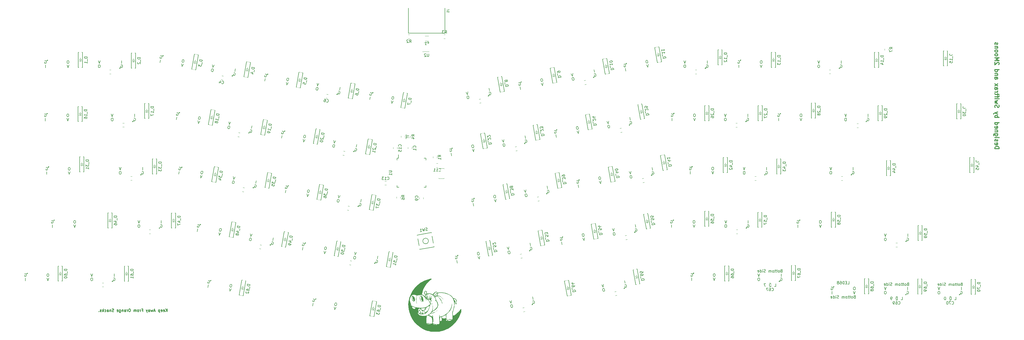
<source format=gbo>
G04 #@! TF.GenerationSoftware,KiCad,Pcbnew,(5.99.0-1131-g93b7eacfb)*
G04 #@! TF.CreationDate,2020-05-05T10:31:04+09:00*
G04 #@! TF.ProjectId,unnamed,756e6e61-6d65-4642-9e6b-696361645f70,rev?*
G04 #@! TF.SameCoordinates,Original*
G04 #@! TF.FileFunction,Legend,Bot*
G04 #@! TF.FilePolarity,Positive*
%FSLAX46Y46*%
G04 Gerber Fmt 4.6, Leading zero omitted, Abs format (unit mm)*
G04 Created by KiCad (PCBNEW (5.99.0-1131-g93b7eacfb)) date 2020-05-05 10:31:04*
%MOMM*%
%LPD*%
G01*
G04 APERTURE LIST*
%ADD10C,0.300000*%
%ADD11C,0.250000*%
%ADD12C,0.150000*%
%ADD13C,0.100000*%
%ADD14C,0.120000*%
%ADD15R,1.000000X2.000000*%
%ADD16C,2.250000*%
%ADD17C,3.987800*%
%ADD18C,1.750000*%
%ADD19C,3.048000*%
%ADD20R,1.800000X0.820000*%
%ADD21R,2.000000X2.000000*%
%ADD22C,2.000000*%
%ADD23R,2.000000X3.200000*%
%ADD24R,0.700000X2.300000*%
%ADD25O,1.200000X2.300000*%
%ADD26C,0.600000*%
%ADD27R,0.550000X1.700000*%
%ADD28R,0.300000X1.700000*%
%ADD29R,1.060000X0.650000*%
%ADD30R,1.500000X0.550000*%
%ADD31R,0.550000X1.500000*%
G04 APERTURE END LIST*
D10*
X479321428Y-193928571D02*
X480821428Y-193928571D01*
X480821428Y-193571428D01*
X480750000Y-193357142D01*
X480607142Y-193214285D01*
X480464285Y-193142857D01*
X480178571Y-193071428D01*
X479964285Y-193071428D01*
X479678571Y-193142857D01*
X479535714Y-193214285D01*
X479392857Y-193357142D01*
X479321428Y-193571428D01*
X479321428Y-193928571D01*
X479392857Y-191857142D02*
X479321428Y-192000000D01*
X479321428Y-192285714D01*
X479392857Y-192428571D01*
X479535714Y-192500000D01*
X480107142Y-192500000D01*
X480250000Y-192428571D01*
X480321428Y-192285714D01*
X480321428Y-192000000D01*
X480250000Y-191857142D01*
X480107142Y-191785714D01*
X479964285Y-191785714D01*
X479821428Y-192500000D01*
X479392857Y-191214285D02*
X479321428Y-191071428D01*
X479321428Y-190785714D01*
X479392857Y-190642857D01*
X479535714Y-190571428D01*
X479607142Y-190571428D01*
X479750000Y-190642857D01*
X479821428Y-190785714D01*
X479821428Y-191000000D01*
X479892857Y-191142857D01*
X480035714Y-191214285D01*
X480107142Y-191214285D01*
X480250000Y-191142857D01*
X480321428Y-191000000D01*
X480321428Y-190785714D01*
X480250000Y-190642857D01*
X479321428Y-189928571D02*
X480321428Y-189928571D01*
X480821428Y-189928571D02*
X480750000Y-190000000D01*
X480678571Y-189928571D01*
X480750000Y-189857142D01*
X480821428Y-189928571D01*
X480678571Y-189928571D01*
X480321428Y-188571428D02*
X479107142Y-188571428D01*
X478964285Y-188642857D01*
X478892857Y-188714285D01*
X478821428Y-188857142D01*
X478821428Y-189071428D01*
X478892857Y-189214285D01*
X479392857Y-188571428D02*
X479321428Y-188714285D01*
X479321428Y-189000000D01*
X479392857Y-189142857D01*
X479464285Y-189214285D01*
X479607142Y-189285714D01*
X480035714Y-189285714D01*
X480178571Y-189214285D01*
X480250000Y-189142857D01*
X480321428Y-189000000D01*
X480321428Y-188714285D01*
X480250000Y-188571428D01*
X480321428Y-187857142D02*
X479321428Y-187857142D01*
X480178571Y-187857142D02*
X480250000Y-187785714D01*
X480321428Y-187642857D01*
X480321428Y-187428571D01*
X480250000Y-187285714D01*
X480107142Y-187214285D01*
X479321428Y-187214285D01*
X479392857Y-185928571D02*
X479321428Y-186071428D01*
X479321428Y-186357142D01*
X479392857Y-186500000D01*
X479535714Y-186571428D01*
X480107142Y-186571428D01*
X480250000Y-186500000D01*
X480321428Y-186357142D01*
X480321428Y-186071428D01*
X480250000Y-185928571D01*
X480107142Y-185857142D01*
X479964285Y-185857142D01*
X479821428Y-186571428D01*
X479321428Y-184571428D02*
X480821428Y-184571428D01*
X479392857Y-184571428D02*
X479321428Y-184714285D01*
X479321428Y-185000000D01*
X479392857Y-185142857D01*
X479464285Y-185214285D01*
X479607142Y-185285714D01*
X480035714Y-185285714D01*
X480178571Y-185214285D01*
X480250000Y-185142857D01*
X480321428Y-185000000D01*
X480321428Y-184714285D01*
X480250000Y-184571428D01*
X479321428Y-182714285D02*
X480821428Y-182714285D01*
X480250000Y-182714285D02*
X480321428Y-182571428D01*
X480321428Y-182285714D01*
X480250000Y-182142857D01*
X480178571Y-182071428D01*
X480035714Y-182000000D01*
X479607142Y-182000000D01*
X479464285Y-182071428D01*
X479392857Y-182142857D01*
X479321428Y-182285714D01*
X479321428Y-182571428D01*
X479392857Y-182714285D01*
X480321428Y-181500000D02*
X479321428Y-181142857D01*
X480321428Y-180785714D02*
X479321428Y-181142857D01*
X478964285Y-181285714D01*
X478892857Y-181357142D01*
X478821428Y-181500000D01*
X479392857Y-179142857D02*
X479321428Y-178928571D01*
X479321428Y-178571428D01*
X479392857Y-178428571D01*
X479464285Y-178357142D01*
X479607142Y-178285714D01*
X479750000Y-178285714D01*
X479892857Y-178357142D01*
X479964285Y-178428571D01*
X480035714Y-178571428D01*
X480107142Y-178857142D01*
X480178571Y-179000000D01*
X480250000Y-179071428D01*
X480392857Y-179142857D01*
X480535714Y-179142857D01*
X480678571Y-179071428D01*
X480750000Y-179000000D01*
X480821428Y-178857142D01*
X480821428Y-178500000D01*
X480750000Y-178285714D01*
X480321428Y-177785714D02*
X479321428Y-177500000D01*
X480035714Y-177214285D01*
X479321428Y-176928571D01*
X480321428Y-176642857D01*
X479321428Y-176071428D02*
X480321428Y-176071428D01*
X480821428Y-176071428D02*
X480750000Y-176142857D01*
X480678571Y-176071428D01*
X480750000Y-176000000D01*
X480821428Y-176071428D01*
X480678571Y-176071428D01*
X480321428Y-175571428D02*
X480321428Y-175000000D01*
X479321428Y-175357142D02*
X480607142Y-175357142D01*
X480750000Y-175285714D01*
X480821428Y-175142857D01*
X480821428Y-175000000D01*
X480321428Y-174714285D02*
X480321428Y-174142857D01*
X480821428Y-174500000D02*
X479535714Y-174500000D01*
X479392857Y-174428571D01*
X479321428Y-174285714D01*
X479321428Y-174142857D01*
X479321428Y-173642857D02*
X480321428Y-173642857D01*
X480035714Y-173642857D02*
X480178571Y-173571428D01*
X480250000Y-173500000D01*
X480321428Y-173357142D01*
X480321428Y-173214285D01*
X479321428Y-172071428D02*
X480107142Y-172071428D01*
X480250000Y-172142857D01*
X480321428Y-172285714D01*
X480321428Y-172571428D01*
X480250000Y-172714285D01*
X479392857Y-172071428D02*
X479321428Y-172214285D01*
X479321428Y-172571428D01*
X479392857Y-172714285D01*
X479535714Y-172785714D01*
X479678571Y-172785714D01*
X479821428Y-172714285D01*
X479892857Y-172571428D01*
X479892857Y-172214285D01*
X479964285Y-172071428D01*
X479321428Y-171500000D02*
X480321428Y-170714285D01*
X480321428Y-171500000D02*
X479321428Y-170714285D01*
X479321428Y-168357142D02*
X480107142Y-168357142D01*
X480250000Y-168428571D01*
X480321428Y-168571428D01*
X480321428Y-168857142D01*
X480250000Y-169000000D01*
X479392857Y-168357142D02*
X479321428Y-168500000D01*
X479321428Y-168857142D01*
X479392857Y-169000000D01*
X479535714Y-169071428D01*
X479678571Y-169071428D01*
X479821428Y-169000000D01*
X479892857Y-168857142D01*
X479892857Y-168500000D01*
X479964285Y-168357142D01*
X480321428Y-167642857D02*
X479321428Y-167642857D01*
X480178571Y-167642857D02*
X480250000Y-167571428D01*
X480321428Y-167428571D01*
X480321428Y-167214285D01*
X480250000Y-167071428D01*
X480107142Y-167000000D01*
X479321428Y-167000000D01*
X479321428Y-165642857D02*
X480821428Y-165642857D01*
X479392857Y-165642857D02*
X479321428Y-165785714D01*
X479321428Y-166071428D01*
X479392857Y-166214285D01*
X479464285Y-166285714D01*
X479607142Y-166357142D01*
X480035714Y-166357142D01*
X480178571Y-166285714D01*
X480250000Y-166214285D01*
X480321428Y-166071428D01*
X480321428Y-165785714D01*
X480250000Y-165642857D01*
X480678571Y-163857142D02*
X480750000Y-163785714D01*
X480821428Y-163642857D01*
X480821428Y-163285714D01*
X480750000Y-163142857D01*
X480678571Y-163071428D01*
X480535714Y-163000000D01*
X480392857Y-163000000D01*
X480178571Y-163071428D01*
X479321428Y-163928571D01*
X479321428Y-163000000D01*
X479321428Y-162357142D02*
X480821428Y-162357142D01*
X479750000Y-161857142D01*
X480821428Y-161357142D01*
X479321428Y-161357142D01*
X479321428Y-160428571D02*
X479392857Y-160571428D01*
X479464285Y-160642857D01*
X479607142Y-160714285D01*
X480035714Y-160714285D01*
X480178571Y-160642857D01*
X480250000Y-160571428D01*
X480321428Y-160428571D01*
X480321428Y-160214285D01*
X480250000Y-160071428D01*
X480178571Y-160000000D01*
X480035714Y-159928571D01*
X479607142Y-159928571D01*
X479464285Y-160000000D01*
X479392857Y-160071428D01*
X479321428Y-160214285D01*
X479321428Y-160428571D01*
X479321428Y-159071428D02*
X479392857Y-159214285D01*
X479464285Y-159285714D01*
X479607142Y-159357142D01*
X480035714Y-159357142D01*
X480178571Y-159285714D01*
X480250000Y-159214285D01*
X480321428Y-159071428D01*
X480321428Y-158857142D01*
X480250000Y-158714285D01*
X480178571Y-158642857D01*
X480035714Y-158571428D01*
X479607142Y-158571428D01*
X479464285Y-158642857D01*
X479392857Y-158714285D01*
X479321428Y-158857142D01*
X479321428Y-159071428D01*
X480321428Y-157928571D02*
X479321428Y-157928571D01*
X480178571Y-157928571D02*
X480250000Y-157857142D01*
X480321428Y-157714285D01*
X480321428Y-157500000D01*
X480250000Y-157357142D01*
X480107142Y-157285714D01*
X479321428Y-157285714D01*
X479392857Y-156642857D02*
X479321428Y-156500000D01*
X479321428Y-156214285D01*
X479392857Y-156071428D01*
X479535714Y-156000000D01*
X479607142Y-156000000D01*
X479750000Y-156071428D01*
X479821428Y-156214285D01*
X479821428Y-156428571D01*
X479892857Y-156571428D01*
X480035714Y-156642857D01*
X480107142Y-156642857D01*
X480250000Y-156571428D01*
X480321428Y-156428571D01*
X480321428Y-156214285D01*
X480250000Y-156071428D01*
D11*
X183646505Y-252151140D02*
X183646505Y-251151140D01*
X183075077Y-252151140D02*
X183503648Y-251579712D01*
X183075077Y-251151140D02*
X183646505Y-251722569D01*
X182265553Y-252103521D02*
X182360791Y-252151140D01*
X182551267Y-252151140D01*
X182646505Y-252103521D01*
X182694124Y-252008283D01*
X182694124Y-251627331D01*
X182646505Y-251532093D01*
X182551267Y-251484474D01*
X182360791Y-251484474D01*
X182265553Y-251532093D01*
X182217934Y-251627331D01*
X182217934Y-251722569D01*
X182694124Y-251817807D01*
X181408410Y-252103521D02*
X181503648Y-252151140D01*
X181694124Y-252151140D01*
X181789362Y-252103521D01*
X181836981Y-252008283D01*
X181836981Y-251627331D01*
X181789362Y-251532093D01*
X181694124Y-251484474D01*
X181503648Y-251484474D01*
X181408410Y-251532093D01*
X181360791Y-251627331D01*
X181360791Y-251722569D01*
X181836981Y-251817807D01*
X180932220Y-251484474D02*
X180932220Y-252484474D01*
X180932220Y-251532093D02*
X180836981Y-251484474D01*
X180646505Y-251484474D01*
X180551267Y-251532093D01*
X180503648Y-251579712D01*
X180456029Y-251674950D01*
X180456029Y-251960664D01*
X180503648Y-252055902D01*
X180551267Y-252103521D01*
X180646505Y-252151140D01*
X180836981Y-252151140D01*
X180932220Y-252103521D01*
X179313172Y-251865426D02*
X178836981Y-251865426D01*
X179408410Y-252151140D02*
X179075077Y-251151140D01*
X178741743Y-252151140D01*
X178503648Y-251484474D02*
X178313172Y-252151140D01*
X178122696Y-251674950D01*
X177932220Y-252151140D01*
X177741743Y-251484474D01*
X176932220Y-252151140D02*
X176932220Y-251627331D01*
X176979839Y-251532093D01*
X177075077Y-251484474D01*
X177265553Y-251484474D01*
X177360791Y-251532093D01*
X176932220Y-252103521D02*
X177027458Y-252151140D01*
X177265553Y-252151140D01*
X177360791Y-252103521D01*
X177408410Y-252008283D01*
X177408410Y-251913045D01*
X177360791Y-251817807D01*
X177265553Y-251770188D01*
X177027458Y-251770188D01*
X176932220Y-251722569D01*
X176551267Y-251484474D02*
X176313172Y-252151140D01*
X176075077Y-251484474D02*
X176313172Y-252151140D01*
X176408410Y-252389236D01*
X176456029Y-252436855D01*
X176551267Y-252484474D01*
X174598886Y-251627331D02*
X174932220Y-251627331D01*
X174932220Y-252151140D02*
X174932220Y-251151140D01*
X174456029Y-251151140D01*
X174075077Y-252151140D02*
X174075077Y-251484474D01*
X174075077Y-251674950D02*
X174027458Y-251579712D01*
X173979839Y-251532093D01*
X173884600Y-251484474D01*
X173789362Y-251484474D01*
X173313172Y-252151140D02*
X173408410Y-252103521D01*
X173456029Y-252055902D01*
X173503648Y-251960664D01*
X173503648Y-251674950D01*
X173456029Y-251579712D01*
X173408410Y-251532093D01*
X173313172Y-251484474D01*
X173170315Y-251484474D01*
X173075077Y-251532093D01*
X173027458Y-251579712D01*
X172979839Y-251674950D01*
X172979839Y-251960664D01*
X173027458Y-252055902D01*
X173075077Y-252103521D01*
X173170315Y-252151140D01*
X173313172Y-252151140D01*
X172551267Y-252151140D02*
X172551267Y-251484474D01*
X172551267Y-251579712D02*
X172503648Y-251532093D01*
X172408410Y-251484474D01*
X172265553Y-251484474D01*
X172170315Y-251532093D01*
X172122696Y-251627331D01*
X172122696Y-252151140D01*
X172122696Y-251627331D02*
X172075077Y-251532093D01*
X171979839Y-251484474D01*
X171836981Y-251484474D01*
X171741743Y-251532093D01*
X171694124Y-251627331D01*
X171694124Y-252151140D01*
X170265553Y-251151140D02*
X170075077Y-251151140D01*
X169979839Y-251198760D01*
X169884600Y-251293998D01*
X169836981Y-251484474D01*
X169836981Y-251817807D01*
X169884600Y-252008283D01*
X169979839Y-252103521D01*
X170075077Y-252151140D01*
X170265553Y-252151140D01*
X170360791Y-252103521D01*
X170456029Y-252008283D01*
X170503648Y-251817807D01*
X170503648Y-251484474D01*
X170456029Y-251293998D01*
X170360791Y-251198760D01*
X170265553Y-251151140D01*
X169408410Y-252151140D02*
X169408410Y-251484474D01*
X169408410Y-251674950D02*
X169360791Y-251579712D01*
X169313172Y-251532093D01*
X169217934Y-251484474D01*
X169122696Y-251484474D01*
X168360791Y-252151140D02*
X168360791Y-251627331D01*
X168408410Y-251532093D01*
X168503648Y-251484474D01*
X168694124Y-251484474D01*
X168789362Y-251532093D01*
X168360791Y-252103521D02*
X168456029Y-252151140D01*
X168694124Y-252151140D01*
X168789362Y-252103521D01*
X168836981Y-252008283D01*
X168836981Y-251913045D01*
X168789362Y-251817807D01*
X168694124Y-251770188D01*
X168456029Y-251770188D01*
X168360791Y-251722569D01*
X167884600Y-251484474D02*
X167884600Y-252151140D01*
X167884600Y-251579712D02*
X167836981Y-251532093D01*
X167741743Y-251484474D01*
X167598886Y-251484474D01*
X167503648Y-251532093D01*
X167456029Y-251627331D01*
X167456029Y-252151140D01*
X166551267Y-251484474D02*
X166551267Y-252293998D01*
X166598886Y-252389236D01*
X166646505Y-252436855D01*
X166741743Y-252484474D01*
X166884600Y-252484474D01*
X166979839Y-252436855D01*
X166551267Y-252103521D02*
X166646505Y-252151140D01*
X166836981Y-252151140D01*
X166932220Y-252103521D01*
X166979839Y-252055902D01*
X167027458Y-251960664D01*
X167027458Y-251674950D01*
X166979839Y-251579712D01*
X166932220Y-251532093D01*
X166836981Y-251484474D01*
X166646505Y-251484474D01*
X166551267Y-251532093D01*
X165694124Y-252103521D02*
X165789362Y-252151140D01*
X165979839Y-252151140D01*
X166075077Y-252103521D01*
X166122696Y-252008283D01*
X166122696Y-251627331D01*
X166075077Y-251532093D01*
X165979839Y-251484474D01*
X165789362Y-251484474D01*
X165694124Y-251532093D01*
X165646505Y-251627331D01*
X165646505Y-251722569D01*
X166122696Y-251817807D01*
X164503648Y-252103521D02*
X164360791Y-252151140D01*
X164122696Y-252151140D01*
X164027458Y-252103521D01*
X163979839Y-252055902D01*
X163932220Y-251960664D01*
X163932220Y-251865426D01*
X163979839Y-251770188D01*
X164027458Y-251722569D01*
X164122696Y-251674950D01*
X164313172Y-251627331D01*
X164408410Y-251579712D01*
X164456029Y-251532093D01*
X164503648Y-251436855D01*
X164503648Y-251341617D01*
X164456029Y-251246379D01*
X164408410Y-251198760D01*
X164313172Y-251151140D01*
X164075077Y-251151140D01*
X163932220Y-251198760D01*
X163503648Y-251484474D02*
X163503648Y-252151140D01*
X163503648Y-251579712D02*
X163456029Y-251532093D01*
X163360791Y-251484474D01*
X163217934Y-251484474D01*
X163122696Y-251532093D01*
X163075077Y-251627331D01*
X163075077Y-252151140D01*
X162170315Y-252151140D02*
X162170315Y-251627331D01*
X162217934Y-251532093D01*
X162313172Y-251484474D01*
X162503648Y-251484474D01*
X162598886Y-251532093D01*
X162170315Y-252103521D02*
X162265553Y-252151140D01*
X162503648Y-252151140D01*
X162598886Y-252103521D01*
X162646505Y-252008283D01*
X162646505Y-251913045D01*
X162598886Y-251817807D01*
X162503648Y-251770188D01*
X162265553Y-251770188D01*
X162170315Y-251722569D01*
X161265553Y-252103521D02*
X161360791Y-252151140D01*
X161551267Y-252151140D01*
X161646505Y-252103521D01*
X161694124Y-252055902D01*
X161741743Y-251960664D01*
X161741743Y-251674950D01*
X161694124Y-251579712D01*
X161646505Y-251532093D01*
X161551267Y-251484474D01*
X161360791Y-251484474D01*
X161265553Y-251532093D01*
X160836981Y-252151140D02*
X160836981Y-251151140D01*
X160741743Y-251770188D02*
X160456029Y-252151140D01*
X160456029Y-251484474D02*
X160836981Y-251865426D01*
X160075077Y-252103521D02*
X159979839Y-252151140D01*
X159789362Y-252151140D01*
X159694124Y-252103521D01*
X159646505Y-252008283D01*
X159646505Y-251960664D01*
X159694124Y-251865426D01*
X159789362Y-251817807D01*
X159932220Y-251817807D01*
X160027458Y-251770188D01*
X160075077Y-251674950D01*
X160075077Y-251627331D01*
X160027458Y-251532093D01*
X159932220Y-251484474D01*
X159789362Y-251484474D01*
X159694124Y-251532093D01*
X159217934Y-252055902D02*
X159170315Y-252103521D01*
X159217934Y-252151140D01*
X159265553Y-252103521D01*
X159217934Y-252055902D01*
X159217934Y-252151140D01*
D12*
X472331480Y-240601520D02*
X470831480Y-240601520D01*
X472331480Y-246001520D02*
X470831480Y-246001520D01*
D13*
X471581480Y-243051520D02*
X471581480Y-242551520D01*
X471181480Y-243051520D02*
X471581480Y-243651520D01*
X471981480Y-243051520D02*
X471181480Y-243051520D01*
X471581480Y-243651520D02*
X471981480Y-243051520D01*
X471581480Y-243651520D02*
X471031480Y-243651520D01*
X471581480Y-243651520D02*
X472131480Y-243651520D01*
X471581480Y-244051520D02*
X471581480Y-243651520D01*
D12*
X470831480Y-246001520D02*
X470831480Y-240601520D01*
X472331480Y-246001520D02*
X472331480Y-240601520D01*
X453238300Y-240489760D02*
X451738300Y-240489760D01*
X453238300Y-245889760D02*
X451738300Y-245889760D01*
D13*
X452488300Y-242939760D02*
X452488300Y-242439760D01*
X452088300Y-242939760D02*
X452488300Y-243539760D01*
X452888300Y-242939760D02*
X452088300Y-242939760D01*
X452488300Y-243539760D02*
X452888300Y-242939760D01*
X452488300Y-243539760D02*
X451938300Y-243539760D01*
X452488300Y-243539760D02*
X453038300Y-243539760D01*
X452488300Y-243939760D02*
X452488300Y-243539760D01*
D12*
X451738300Y-245889760D02*
X451738300Y-240489760D01*
X453238300Y-245889760D02*
X453238300Y-240489760D01*
X434203540Y-240405940D02*
X432703540Y-240405940D01*
X434203540Y-245805940D02*
X432703540Y-245805940D01*
D13*
X433453540Y-242855940D02*
X433453540Y-242355940D01*
X433053540Y-242855940D02*
X433453540Y-243455940D01*
X433853540Y-242855940D02*
X433053540Y-242855940D01*
X433453540Y-243455940D02*
X433853540Y-242855940D01*
X433453540Y-243455940D02*
X432903540Y-243455940D01*
X433453540Y-243455940D02*
X434003540Y-243455940D01*
X433453540Y-243855940D02*
X433453540Y-243455940D01*
D12*
X432703540Y-245805940D02*
X432703540Y-240405940D01*
X434203540Y-245805940D02*
X434203540Y-240405940D01*
X408102500Y-235656140D02*
X406602500Y-235656140D01*
X408102500Y-241056140D02*
X406602500Y-241056140D01*
D13*
X407352500Y-238106140D02*
X407352500Y-237606140D01*
X406952500Y-238106140D02*
X407352500Y-238706140D01*
X407752500Y-238106140D02*
X406952500Y-238106140D01*
X407352500Y-238706140D02*
X407752500Y-238106140D01*
X407352500Y-238706140D02*
X406802500Y-238706140D01*
X407352500Y-238706140D02*
X407902500Y-238706140D01*
X407352500Y-239106140D02*
X407352500Y-238706140D01*
D12*
X406602500Y-241056140D02*
X406602500Y-235656140D01*
X408102500Y-241056140D02*
X408102500Y-235656140D01*
X384307780Y-235790760D02*
X382807780Y-235790760D01*
X384307780Y-241190760D02*
X382807780Y-241190760D01*
D13*
X383557780Y-238240760D02*
X383557780Y-237740760D01*
X383157780Y-238240760D02*
X383557780Y-238840760D01*
X383957780Y-238240760D02*
X383157780Y-238240760D01*
X383557780Y-238840760D02*
X383957780Y-238240760D01*
X383557780Y-238840760D02*
X383007780Y-238840760D01*
X383557780Y-238840760D02*
X384107780Y-238840760D01*
X383557780Y-239240760D02*
X383557780Y-238840760D01*
D12*
X382807780Y-241190760D02*
X382807780Y-235790760D01*
X384307780Y-241190760D02*
X384307780Y-235790760D01*
X351559376Y-236943603D02*
X350082164Y-237204075D01*
X352497076Y-242261565D02*
X351019864Y-242522037D01*
D13*
X351246208Y-239486618D02*
X351159384Y-238994214D01*
X350852285Y-239556077D02*
X351350397Y-240077503D01*
X351640131Y-239417159D02*
X350852285Y-239556077D01*
X351350397Y-240077503D02*
X351640131Y-239417159D01*
X351350397Y-240077503D02*
X350808753Y-240173009D01*
X351350397Y-240077503D02*
X351892041Y-239981996D01*
X351419856Y-240471426D02*
X351350397Y-240077503D01*
D12*
X351019864Y-242522037D02*
X350082164Y-237204075D01*
X352497076Y-242261565D02*
X351559376Y-236943603D01*
X327045836Y-240989823D02*
X325568624Y-241250295D01*
X327983536Y-246307785D02*
X326506324Y-246568257D01*
D13*
X326732668Y-243532838D02*
X326645844Y-243040434D01*
X326338745Y-243602297D02*
X326836857Y-244123723D01*
X327126591Y-243463379D02*
X326338745Y-243602297D01*
X326836857Y-244123723D02*
X327126591Y-243463379D01*
X326836857Y-244123723D02*
X326295213Y-244219229D01*
X326836857Y-244123723D02*
X327378501Y-244028216D01*
X326906316Y-244517646D02*
X326836857Y-244123723D01*
D12*
X326506324Y-246568257D02*
X325568624Y-241250295D01*
X327983536Y-246307785D02*
X327045836Y-240989823D01*
X258445956Y-248613755D02*
X256968744Y-248353283D01*
X257508256Y-253931717D02*
X256031044Y-253671245D01*
D13*
X257281912Y-250896298D02*
X257368736Y-250403894D01*
X256887989Y-250826839D02*
X257177723Y-251487183D01*
X257675835Y-250965757D02*
X256887989Y-250826839D01*
X257177723Y-251487183D02*
X257675835Y-250965757D01*
X257177723Y-251487183D02*
X256636079Y-251391676D01*
X257177723Y-251487183D02*
X257719367Y-251582689D01*
X257108264Y-251881106D02*
X257177723Y-251487183D01*
D12*
X256031044Y-253671245D02*
X256968744Y-248353283D01*
X257508256Y-253931717D02*
X258445956Y-248613755D01*
X211773456Y-241120755D02*
X210296244Y-240860283D01*
X210835756Y-246438717D02*
X209358544Y-246178245D01*
D13*
X210609412Y-243403298D02*
X210696236Y-242910894D01*
X210215489Y-243333839D02*
X210505223Y-243994183D01*
X211003335Y-243472757D02*
X210215489Y-243333839D01*
X210505223Y-243994183D02*
X211003335Y-243472757D01*
X210505223Y-243994183D02*
X209963579Y-243898676D01*
X210505223Y-243994183D02*
X211046867Y-244089689D01*
X210435764Y-244388106D02*
X210505223Y-243994183D01*
D12*
X209358544Y-246178245D02*
X210296244Y-240860283D01*
X210835756Y-246438717D02*
X211773456Y-241120755D01*
X169850500Y-235869500D02*
X168350500Y-235869500D01*
X169850500Y-241269500D02*
X168350500Y-241269500D01*
D13*
X169100500Y-238319500D02*
X169100500Y-237819500D01*
X168700500Y-238319500D02*
X169100500Y-238919500D01*
X169500500Y-238319500D02*
X168700500Y-238319500D01*
X169100500Y-238919500D02*
X169500500Y-238319500D01*
X169100500Y-238919500D02*
X168550500Y-238919500D01*
X169100500Y-238919500D02*
X169650500Y-238919500D01*
X169100500Y-239319500D02*
X169100500Y-238919500D01*
D12*
X168350500Y-241269500D02*
X168350500Y-235869500D01*
X169850500Y-241269500D02*
X169850500Y-235869500D01*
X146165000Y-235856800D02*
X144665000Y-235856800D01*
X146165000Y-241256800D02*
X144665000Y-241256800D01*
D13*
X145415000Y-238306800D02*
X145415000Y-237806800D01*
X145015000Y-238306800D02*
X145415000Y-238906800D01*
X145815000Y-238306800D02*
X145015000Y-238306800D01*
X145415000Y-238906800D02*
X145815000Y-238306800D01*
X145415000Y-238906800D02*
X144865000Y-238906800D01*
X145415000Y-238906800D02*
X145965000Y-238906800D01*
X145415000Y-239306800D02*
X145415000Y-238906800D01*
D12*
X144665000Y-241256800D02*
X144665000Y-235856800D01*
X146165000Y-241256800D02*
X146165000Y-235856800D01*
X453324660Y-221366100D02*
X451824660Y-221366100D01*
X453324660Y-226766100D02*
X451824660Y-226766100D01*
D13*
X452574660Y-223816100D02*
X452574660Y-223316100D01*
X452174660Y-223816100D02*
X452574660Y-224416100D01*
X452974660Y-223816100D02*
X452174660Y-223816100D01*
X452574660Y-224416100D02*
X452974660Y-223816100D01*
X452574660Y-224416100D02*
X452024660Y-224416100D01*
X452574660Y-224416100D02*
X453124660Y-224416100D01*
X452574660Y-224816100D02*
X452574660Y-224416100D01*
D12*
X451824660Y-226766100D02*
X451824660Y-221366100D01*
X453324660Y-226766100D02*
X453324660Y-221366100D01*
X422364600Y-216621380D02*
X420864600Y-216621380D01*
X422364600Y-222021380D02*
X420864600Y-222021380D01*
D13*
X421614600Y-219071380D02*
X421614600Y-218571380D01*
X421214600Y-219071380D02*
X421614600Y-219671380D01*
X422014600Y-219071380D02*
X421214600Y-219071380D01*
X421614600Y-219671380D02*
X422014600Y-219071380D01*
X421614600Y-219671380D02*
X421064600Y-219671380D01*
X421614600Y-219671380D02*
X422164600Y-219671380D01*
X421614600Y-220071380D02*
X421614600Y-219671380D01*
D12*
X420864600Y-222021380D02*
X420864600Y-216621380D01*
X422364600Y-222021380D02*
X422364600Y-216621380D01*
X396090840Y-216639160D02*
X394590840Y-216639160D01*
X396090840Y-222039160D02*
X394590840Y-222039160D01*
D13*
X395340840Y-219089160D02*
X395340840Y-218589160D01*
X394940840Y-219089160D02*
X395340840Y-219689160D01*
X395740840Y-219089160D02*
X394940840Y-219089160D01*
X395340840Y-219689160D02*
X395740840Y-219089160D01*
X395340840Y-219689160D02*
X394790840Y-219689160D01*
X395340840Y-219689160D02*
X395890840Y-219689160D01*
X395340840Y-220089160D02*
X395340840Y-219689160D01*
D12*
X394590840Y-222039160D02*
X394590840Y-216639160D01*
X396090840Y-222039160D02*
X396090840Y-216639160D01*
X377134820Y-216263240D02*
X375634820Y-216263240D01*
X377134820Y-221663240D02*
X375634820Y-221663240D01*
D13*
X376384820Y-218713240D02*
X376384820Y-218213240D01*
X375984820Y-218713240D02*
X376384820Y-219313240D01*
X376784820Y-218713240D02*
X375984820Y-218713240D01*
X376384820Y-219313240D02*
X376784820Y-218713240D01*
X376384820Y-219313240D02*
X375834820Y-219313240D01*
X376384820Y-219313240D02*
X376934820Y-219313240D01*
X376384820Y-219713240D02*
X376384820Y-219313240D01*
D12*
X375634820Y-221663240D02*
X375634820Y-216263240D01*
X377134820Y-221663240D02*
X377134820Y-216263240D01*
X355323656Y-217060483D02*
X353846444Y-217320955D01*
X356261356Y-222378445D02*
X354784144Y-222638917D01*
D13*
X355010488Y-219603498D02*
X354923664Y-219111094D01*
X354616565Y-219672957D02*
X355114677Y-220194383D01*
X355404411Y-219534039D02*
X354616565Y-219672957D01*
X355114677Y-220194383D02*
X355404411Y-219534039D01*
X355114677Y-220194383D02*
X354573033Y-220289889D01*
X355114677Y-220194383D02*
X355656321Y-220098876D01*
X355184136Y-220588306D02*
X355114677Y-220194383D01*
D12*
X354784144Y-222638917D02*
X353846444Y-217320955D01*
X356261356Y-222378445D02*
X355323656Y-217060483D01*
X336588616Y-220644423D02*
X335111404Y-220904895D01*
X337526316Y-225962385D02*
X336049104Y-226222857D01*
D13*
X336275448Y-223187438D02*
X336188624Y-222695034D01*
X335881525Y-223256897D02*
X336379637Y-223778323D01*
X336669371Y-223117979D02*
X335881525Y-223256897D01*
X336379637Y-223778323D02*
X336669371Y-223117979D01*
X336379637Y-223778323D02*
X335837993Y-223873829D01*
X336379637Y-223778323D02*
X336921281Y-223682816D01*
X336449096Y-224172246D02*
X336379637Y-223778323D01*
D12*
X336049104Y-226222857D02*
X335111404Y-220904895D01*
X337526316Y-225962385D02*
X336588616Y-220644423D01*
X317576716Y-223011703D02*
X316099504Y-223272175D01*
X318514416Y-228329665D02*
X317037204Y-228590137D01*
D13*
X317263548Y-225554718D02*
X317176724Y-225062314D01*
X316869625Y-225624177D02*
X317367737Y-226145603D01*
X317657471Y-225485259D02*
X316869625Y-225624177D01*
X317367737Y-226145603D02*
X317657471Y-225485259D01*
X317367737Y-226145603D02*
X316826093Y-226241109D01*
X317367737Y-226145603D02*
X317909381Y-226050096D01*
X317437196Y-226539526D02*
X317367737Y-226145603D01*
D12*
X317037204Y-228590137D02*
X316099504Y-223272175D01*
X318514416Y-228329665D02*
X317576716Y-223011703D01*
X298953436Y-226704863D02*
X297476224Y-226965335D01*
X299891136Y-232022825D02*
X298413924Y-232283297D01*
D13*
X298640268Y-229247878D02*
X298553444Y-228755474D01*
X298246345Y-229317337D02*
X298744457Y-229838763D01*
X299034191Y-229178419D02*
X298246345Y-229317337D01*
X298744457Y-229838763D02*
X299034191Y-229178419D01*
X298744457Y-229838763D02*
X298202813Y-229934269D01*
X298744457Y-229838763D02*
X299286101Y-229743256D01*
X298813916Y-230232686D02*
X298744457Y-229838763D01*
D12*
X298413924Y-232283297D02*
X297476224Y-226965335D01*
X299891136Y-232022825D02*
X298953436Y-226704863D01*
X264351456Y-230960755D02*
X262874244Y-230700283D01*
X263413756Y-236278717D02*
X261936544Y-236018245D01*
D13*
X263187412Y-233243298D02*
X263274236Y-232750894D01*
X262793489Y-233173839D02*
X263083223Y-233834183D01*
X263581335Y-233312757D02*
X262793489Y-233173839D01*
X263083223Y-233834183D02*
X263581335Y-233312757D01*
X263083223Y-233834183D02*
X262541579Y-233738676D01*
X263083223Y-233834183D02*
X263624867Y-233929689D01*
X263013764Y-234228106D02*
X263083223Y-233834183D01*
D12*
X261936544Y-236018245D02*
X262874244Y-230700283D01*
X263413756Y-236278717D02*
X264351456Y-230960755D01*
X245725636Y-227138055D02*
X244248424Y-226877583D01*
X244787936Y-232456017D02*
X243310724Y-232195545D01*
D13*
X244561592Y-229420598D02*
X244648416Y-228928194D01*
X244167669Y-229351139D02*
X244457403Y-230011483D01*
X244955515Y-229490057D02*
X244167669Y-229351139D01*
X244457403Y-230011483D02*
X244955515Y-229490057D01*
X244457403Y-230011483D02*
X243915759Y-229915976D01*
X244457403Y-230011483D02*
X244999047Y-230106989D01*
X244387944Y-230405406D02*
X244457403Y-230011483D01*
D12*
X243310724Y-232195545D02*
X244248424Y-226877583D01*
X244787936Y-232456017D02*
X245725636Y-227138055D01*
X226942336Y-223828435D02*
X225465124Y-223567963D01*
X226004636Y-229146397D02*
X224527424Y-228885925D01*
D13*
X225778292Y-226110978D02*
X225865116Y-225618574D01*
X225384369Y-226041519D02*
X225674103Y-226701863D01*
X226172215Y-226180437D02*
X225384369Y-226041519D01*
X225674103Y-226701863D02*
X226172215Y-226180437D01*
X225674103Y-226701863D02*
X225132459Y-226606356D01*
X225674103Y-226701863D02*
X226215747Y-226797369D01*
X225604644Y-227095786D02*
X225674103Y-226701863D01*
D12*
X224527424Y-228885925D02*
X225465124Y-223567963D01*
X226004636Y-229146397D02*
X226942336Y-223828435D01*
X208194596Y-220325775D02*
X206717384Y-220065303D01*
X207256896Y-225643737D02*
X205779684Y-225383265D01*
D13*
X207030552Y-222608318D02*
X207117376Y-222115914D01*
X206636629Y-222538859D02*
X206926363Y-223199203D01*
X207424475Y-222677777D02*
X206636629Y-222538859D01*
X206926363Y-223199203D02*
X207424475Y-222677777D01*
X206926363Y-223199203D02*
X206384719Y-223103696D01*
X206926363Y-223199203D02*
X207468007Y-223294709D01*
X206856904Y-223593126D02*
X206926363Y-223199203D01*
D12*
X205779684Y-225383265D02*
X206717384Y-220065303D01*
X207256896Y-225643737D02*
X208194596Y-220325775D01*
X186678000Y-216883000D02*
X185178000Y-216883000D01*
X186678000Y-222283000D02*
X185178000Y-222283000D01*
D13*
X185928000Y-219333000D02*
X185928000Y-218833000D01*
X185528000Y-219333000D02*
X185928000Y-219933000D01*
X186328000Y-219333000D02*
X185528000Y-219333000D01*
X185928000Y-219933000D02*
X186328000Y-219333000D01*
X185928000Y-219933000D02*
X185378000Y-219933000D01*
X185928000Y-219933000D02*
X186478000Y-219933000D01*
X185928000Y-220333000D02*
X185928000Y-219933000D01*
D12*
X185178000Y-222283000D02*
X185178000Y-216883000D01*
X186678000Y-222283000D02*
X186678000Y-216883000D01*
X163945000Y-216866546D02*
X162445000Y-216866546D01*
X163945000Y-222266546D02*
X162445000Y-222266546D01*
D13*
X163195000Y-219316546D02*
X163195000Y-218816546D01*
X162795000Y-219316546D02*
X163195000Y-219916546D01*
X163595000Y-219316546D02*
X162795000Y-219316546D01*
X163195000Y-219916546D02*
X163595000Y-219316546D01*
X163195000Y-219916546D02*
X162645000Y-219916546D01*
X163195000Y-219916546D02*
X163745000Y-219916546D01*
X163195000Y-220316546D02*
X163195000Y-219916546D01*
D12*
X162445000Y-222266546D02*
X162445000Y-216866546D01*
X163945000Y-222266546D02*
X163945000Y-216866546D01*
X471808240Y-197045600D02*
X470308240Y-197045600D01*
X471808240Y-202445600D02*
X470308240Y-202445600D01*
D13*
X471058240Y-199495600D02*
X471058240Y-198995600D01*
X470658240Y-199495600D02*
X471058240Y-200095600D01*
X471458240Y-199495600D02*
X470658240Y-199495600D01*
X471058240Y-200095600D02*
X471458240Y-199495600D01*
X471058240Y-200095600D02*
X470508240Y-200095600D01*
X471058240Y-200095600D02*
X471608240Y-200095600D01*
X471058240Y-200495600D02*
X471058240Y-200095600D01*
D12*
X470308240Y-202445600D02*
X470308240Y-197045600D01*
X471808240Y-202445600D02*
X471808240Y-197045600D01*
X442059760Y-198114940D02*
X440559760Y-198114940D01*
X442059760Y-203514940D02*
X440559760Y-203514940D01*
D13*
X441309760Y-200564940D02*
X441309760Y-200064940D01*
X440909760Y-200564940D02*
X441309760Y-201164940D01*
X441709760Y-200564940D02*
X440909760Y-200564940D01*
X441309760Y-201164940D02*
X441709760Y-200564940D01*
X441309760Y-201164940D02*
X440759760Y-201164940D01*
X441309760Y-201164940D02*
X441859760Y-201164940D01*
X441309760Y-201564940D02*
X441309760Y-201164940D01*
D12*
X440559760Y-203514940D02*
X440559760Y-198114940D01*
X442059760Y-203514940D02*
X442059760Y-198114940D01*
X402854860Y-197548520D02*
X401354860Y-197548520D01*
X402854860Y-202948520D02*
X401354860Y-202948520D01*
D13*
X402104860Y-199998520D02*
X402104860Y-199498520D01*
X401704860Y-199998520D02*
X402104860Y-200598520D01*
X402504860Y-199998520D02*
X401704860Y-199998520D01*
X402104860Y-200598520D02*
X402504860Y-199998520D01*
X402104860Y-200598520D02*
X401554860Y-200598520D01*
X402104860Y-200598520D02*
X402654860Y-200598520D01*
X402104860Y-200998520D02*
X402104860Y-200598520D01*
D12*
X401354860Y-202948520D02*
X401354860Y-197548520D01*
X402854860Y-202948520D02*
X402854860Y-197548520D01*
X383797240Y-197037980D02*
X382297240Y-197037980D01*
X383797240Y-202437980D02*
X382297240Y-202437980D01*
D13*
X383047240Y-199487980D02*
X383047240Y-198987980D01*
X382647240Y-199487980D02*
X383047240Y-200087980D01*
X383447240Y-199487980D02*
X382647240Y-199487980D01*
X383047240Y-200087980D02*
X383447240Y-199487980D01*
X383047240Y-200087980D02*
X382497240Y-200087980D01*
X383047240Y-200087980D02*
X383597240Y-200087980D01*
X383047240Y-200487980D02*
X383047240Y-200087980D01*
D12*
X382297240Y-202437980D02*
X382297240Y-197037980D01*
X383797240Y-202437980D02*
X383797240Y-197037980D01*
X361318056Y-196130883D02*
X359840844Y-196391355D01*
X362255756Y-201448845D02*
X360778544Y-201709317D01*
D13*
X361004888Y-198673898D02*
X360918064Y-198181494D01*
X360610965Y-198743357D02*
X361109077Y-199264783D01*
X361398811Y-198604439D02*
X360610965Y-198743357D01*
X361109077Y-199264783D02*
X361398811Y-198604439D01*
X361109077Y-199264783D02*
X360567433Y-199360289D01*
X361109077Y-199264783D02*
X361650721Y-199169276D01*
X361178536Y-199658706D02*
X361109077Y-199264783D01*
D12*
X360778544Y-201709317D02*
X359840844Y-196391355D01*
X362255756Y-201448845D02*
X361318056Y-196130883D01*
X342671916Y-200258383D02*
X341194704Y-200518855D01*
X343609616Y-205576345D02*
X342132404Y-205836817D01*
D13*
X342358748Y-202801398D02*
X342271924Y-202308994D01*
X341964825Y-202870857D02*
X342462937Y-203392283D01*
X342752671Y-202731939D02*
X341964825Y-202870857D01*
X342462937Y-203392283D02*
X342752671Y-202731939D01*
X342462937Y-203392283D02*
X341921293Y-203487789D01*
X342462937Y-203392283D02*
X343004581Y-203296776D01*
X342532396Y-203786206D02*
X342462937Y-203392283D01*
D12*
X342132404Y-205836817D02*
X341194704Y-200518855D01*
X343609616Y-205576345D02*
X342671916Y-200258383D01*
X323667636Y-202442783D02*
X322190424Y-202703255D01*
X324605336Y-207760745D02*
X323128124Y-208021217D01*
D13*
X323354468Y-204985798D02*
X323267644Y-204493394D01*
X322960545Y-205055257D02*
X323458657Y-205576683D01*
X323748391Y-204916339D02*
X322960545Y-205055257D01*
X323458657Y-205576683D02*
X323748391Y-204916339D01*
X323458657Y-205576683D02*
X322917013Y-205672189D01*
X323458657Y-205576683D02*
X324000301Y-205481176D01*
X323528116Y-205970606D02*
X323458657Y-205576683D01*
D12*
X323128124Y-208021217D02*
X322190424Y-202703255D01*
X324605336Y-207760745D02*
X323667636Y-202442783D01*
X305072296Y-206463603D02*
X303595084Y-206724075D01*
X306009996Y-211781565D02*
X304532784Y-212042037D01*
D13*
X304759128Y-209006618D02*
X304672304Y-208514214D01*
X304365205Y-209076077D02*
X304863317Y-209597503D01*
X305153051Y-208937159D02*
X304365205Y-209076077D01*
X304863317Y-209597503D02*
X305153051Y-208937159D01*
X304863317Y-209597503D02*
X304321673Y-209693009D01*
X304863317Y-209597503D02*
X305404961Y-209501996D01*
X304932776Y-209991426D02*
X304863317Y-209597503D01*
D12*
X304532784Y-212042037D02*
X303595084Y-206724075D01*
X306009996Y-211781565D02*
X305072296Y-206463603D01*
X258255456Y-210577255D02*
X256778244Y-210316783D01*
X257317756Y-215895217D02*
X255840544Y-215634745D01*
D13*
X257091412Y-212859798D02*
X257178236Y-212367394D01*
X256697489Y-212790339D02*
X256987223Y-213450683D01*
X257485335Y-212929257D02*
X256697489Y-212790339D01*
X256987223Y-213450683D02*
X257485335Y-212929257D01*
X256987223Y-213450683D02*
X256445579Y-213355176D01*
X256987223Y-213450683D02*
X257528867Y-213546189D01*
X256917764Y-213844606D02*
X256987223Y-213450683D01*
D12*
X255840544Y-215634745D02*
X256778244Y-210316783D01*
X257317756Y-215895217D02*
X258255456Y-210577255D01*
X239522956Y-206957755D02*
X238045744Y-206697283D01*
X238585256Y-212275717D02*
X237108044Y-212015245D01*
D13*
X238358912Y-209240298D02*
X238445736Y-208747894D01*
X237964989Y-209170839D02*
X238254723Y-209831183D01*
X238752835Y-209309757D02*
X237964989Y-209170839D01*
X238254723Y-209831183D02*
X238752835Y-209309757D01*
X238254723Y-209831183D02*
X237713079Y-209735676D01*
X238254723Y-209831183D02*
X238796367Y-209926689D01*
X238185264Y-210225106D02*
X238254723Y-209831183D01*
D12*
X237108044Y-212015245D02*
X238045744Y-206697283D01*
X238585256Y-212275717D02*
X239522956Y-206957755D01*
X220983496Y-202733735D02*
X219506284Y-202473263D01*
X220045796Y-208051697D02*
X218568584Y-207791225D01*
D13*
X219819452Y-205016278D02*
X219906276Y-204523874D01*
X219425529Y-204946819D02*
X219715263Y-205607163D01*
X220213375Y-205085737D02*
X219425529Y-204946819D01*
X219715263Y-205607163D02*
X220213375Y-205085737D01*
X219715263Y-205607163D02*
X219173619Y-205511656D01*
X219715263Y-205607163D02*
X220256907Y-205702669D01*
X219645804Y-206001086D02*
X219715263Y-205607163D01*
D12*
X218568584Y-207791225D02*
X219506284Y-202473263D01*
X220045796Y-208051697D02*
X220983496Y-202733735D01*
X201994456Y-200607755D02*
X200517244Y-200347283D01*
X201056756Y-205925717D02*
X199579544Y-205665245D01*
D13*
X200830412Y-202890298D02*
X200917236Y-202397894D01*
X200436489Y-202820839D02*
X200726223Y-203481183D01*
X201224335Y-202959757D02*
X200436489Y-202820839D01*
X200726223Y-203481183D02*
X201224335Y-202959757D01*
X200726223Y-203481183D02*
X200184579Y-203385676D01*
X200726223Y-203481183D02*
X201267867Y-203576689D01*
X200656764Y-203875106D02*
X200726223Y-203481183D01*
D12*
X199579544Y-205665245D02*
X200517244Y-200347283D01*
X201056756Y-205925717D02*
X201994456Y-200607755D01*
X179886040Y-197543440D02*
X178386040Y-197543440D01*
X179886040Y-202943440D02*
X178386040Y-202943440D01*
D13*
X179136040Y-199993440D02*
X179136040Y-199493440D01*
X178736040Y-199993440D02*
X179136040Y-200593440D01*
X179536040Y-199993440D02*
X178736040Y-199993440D01*
X179136040Y-200593440D02*
X179536040Y-199993440D01*
X179136040Y-200593440D02*
X178586040Y-200593440D01*
X179136040Y-200593440D02*
X179686040Y-200593440D01*
X179136040Y-200993440D02*
X179136040Y-200593440D01*
D12*
X178386040Y-202943440D02*
X178386040Y-197543440D01*
X179886040Y-202943440D02*
X179886040Y-197543440D01*
X153927240Y-196804300D02*
X152427240Y-196804300D01*
X153927240Y-202204300D02*
X152427240Y-202204300D01*
D13*
X153177240Y-199254300D02*
X153177240Y-198754300D01*
X152777240Y-199254300D02*
X153177240Y-199854300D01*
X153577240Y-199254300D02*
X152777240Y-199254300D01*
X153177240Y-199854300D02*
X153577240Y-199254300D01*
X153177240Y-199854300D02*
X152627240Y-199854300D01*
X153177240Y-199854300D02*
X153727240Y-199854300D01*
X153177240Y-200254300D02*
X153177240Y-199854300D01*
D12*
X152427240Y-202204300D02*
X152427240Y-196804300D01*
X153927240Y-202204300D02*
X153927240Y-196804300D01*
X467167660Y-177820340D02*
X465667660Y-177820340D01*
X467167660Y-183220340D02*
X465667660Y-183220340D01*
D13*
X466417660Y-180270340D02*
X466417660Y-179770340D01*
X466017660Y-180270340D02*
X466417660Y-180870340D01*
X466817660Y-180270340D02*
X466017660Y-180270340D01*
X466417660Y-180870340D02*
X466817660Y-180270340D01*
X466417660Y-180870340D02*
X465867660Y-180870340D01*
X466417660Y-180870340D02*
X466967660Y-180870340D01*
X466417660Y-181270340D02*
X466417660Y-180870340D01*
D12*
X465667660Y-183220340D02*
X465667660Y-177820340D01*
X467167660Y-183220340D02*
X467167660Y-177820340D01*
X439062560Y-178513760D02*
X437562560Y-178513760D01*
X439062560Y-183913760D02*
X437562560Y-183913760D01*
D13*
X438312560Y-180963760D02*
X438312560Y-180463760D01*
X437912560Y-180963760D02*
X438312560Y-181563760D01*
X438712560Y-180963760D02*
X437912560Y-180963760D01*
X438312560Y-181563760D02*
X438712560Y-180963760D01*
X438312560Y-181563760D02*
X437762560Y-181563760D01*
X438312560Y-181563760D02*
X438862560Y-181563760D01*
X438312560Y-181963760D02*
X438312560Y-181563760D01*
D12*
X437562560Y-183913760D02*
X437562560Y-178513760D01*
X439062560Y-183913760D02*
X439062560Y-178513760D01*
X415214500Y-177571420D02*
X413714500Y-177571420D01*
X415214500Y-182971420D02*
X413714500Y-182971420D01*
D13*
X414464500Y-180021420D02*
X414464500Y-179521420D01*
X414064500Y-180021420D02*
X414464500Y-180621420D01*
X414864500Y-180021420D02*
X414064500Y-180021420D01*
X414464500Y-180621420D02*
X414864500Y-180021420D01*
X414464500Y-180621420D02*
X413914500Y-180621420D01*
X414464500Y-180621420D02*
X415014500Y-180621420D01*
X414464500Y-181021420D02*
X414464500Y-180621420D01*
D12*
X413714500Y-182971420D02*
X413714500Y-177571420D01*
X415214500Y-182971420D02*
X415214500Y-177571420D01*
X396187360Y-178506140D02*
X394687360Y-178506140D01*
X396187360Y-183906140D02*
X394687360Y-183906140D01*
D13*
X395437360Y-180956140D02*
X395437360Y-180456140D01*
X395037360Y-180956140D02*
X395437360Y-181556140D01*
X395837360Y-180956140D02*
X395037360Y-180956140D01*
X395437360Y-181556140D02*
X395837360Y-180956140D01*
X395437360Y-181556140D02*
X394887360Y-181556140D01*
X395437360Y-181556140D02*
X395987360Y-181556140D01*
X395437360Y-181956140D02*
X395437360Y-181556140D01*
D12*
X394687360Y-183906140D02*
X394687360Y-178506140D01*
X396187360Y-183906140D02*
X396187360Y-178506140D01*
X377155140Y-178503600D02*
X375655140Y-178503600D01*
X377155140Y-183903600D02*
X375655140Y-183903600D01*
D13*
X376405140Y-180953600D02*
X376405140Y-180453600D01*
X376005140Y-180953600D02*
X376405140Y-181553600D01*
X376805140Y-180953600D02*
X376005140Y-180953600D01*
X376405140Y-181553600D02*
X376805140Y-180953600D01*
X376405140Y-181553600D02*
X375855140Y-181553600D01*
X376405140Y-181553600D02*
X376955140Y-181553600D01*
X376405140Y-181953600D02*
X376405140Y-181553600D01*
D12*
X375655140Y-183903600D02*
X375655140Y-178503600D01*
X377155140Y-183903600D02*
X377155140Y-178503600D01*
X353223076Y-177853043D02*
X351745864Y-178113515D01*
X354160776Y-183171005D02*
X352683564Y-183431477D01*
D13*
X352909908Y-180396058D02*
X352823084Y-179903654D01*
X352515985Y-180465517D02*
X353014097Y-180986943D01*
X353303831Y-180326599D02*
X352515985Y-180465517D01*
X353014097Y-180986943D02*
X353303831Y-180326599D01*
X353014097Y-180986943D02*
X352472453Y-181082449D01*
X353014097Y-180986943D02*
X353555741Y-180891436D01*
X353083556Y-181380866D02*
X353014097Y-180986943D01*
D12*
X352683564Y-183431477D02*
X351745864Y-178113515D01*
X354160776Y-183171005D02*
X353223076Y-177853043D01*
X334526136Y-181533503D02*
X333048924Y-181793975D01*
X335463836Y-186851465D02*
X333986624Y-187111937D01*
D13*
X334212968Y-184076518D02*
X334126144Y-183584114D01*
X333819045Y-184145977D02*
X334317157Y-184667403D01*
X334606891Y-184007059D02*
X333819045Y-184145977D01*
X334317157Y-184667403D02*
X334606891Y-184007059D01*
X334317157Y-184667403D02*
X333775513Y-184762909D01*
X334317157Y-184667403D02*
X334858801Y-184571896D01*
X334386616Y-185061326D02*
X334317157Y-184667403D01*
D12*
X333986624Y-187111937D02*
X333048924Y-181793975D01*
X335463836Y-186851465D02*
X334526136Y-181533503D01*
X315836816Y-185234283D02*
X314359604Y-185494755D01*
X316774516Y-190552245D02*
X315297304Y-190812717D01*
D13*
X315523648Y-187777298D02*
X315436824Y-187284894D01*
X315129725Y-187846757D02*
X315627837Y-188368183D01*
X315917571Y-187707839D02*
X315129725Y-187846757D01*
X315627837Y-188368183D02*
X315917571Y-187707839D01*
X315627837Y-188368183D02*
X315086193Y-188463689D01*
X315627837Y-188368183D02*
X316169481Y-188272676D01*
X315697296Y-188762106D02*
X315627837Y-188368183D01*
D12*
X315297304Y-190812717D02*
X314359604Y-185494755D01*
X316774516Y-190552245D02*
X315836816Y-185234283D01*
X297045896Y-188310223D02*
X295568684Y-188570695D01*
X297983596Y-193628185D02*
X296506384Y-193888657D01*
D13*
X296732728Y-190853238D02*
X296645904Y-190360834D01*
X296338805Y-190922697D02*
X296836917Y-191444123D01*
X297126651Y-190783779D02*
X296338805Y-190922697D01*
X296836917Y-191444123D02*
X297126651Y-190783779D01*
X296836917Y-191444123D02*
X296295273Y-191539629D01*
X296836917Y-191444123D02*
X297378561Y-191348616D01*
X296906376Y-191838046D02*
X296836917Y-191444123D01*
D12*
X296506384Y-193888657D02*
X295568684Y-188570695D01*
X297983596Y-193628185D02*
X297045896Y-188310223D01*
X256921956Y-190701755D02*
X255444744Y-190441283D01*
X255984256Y-196019717D02*
X254507044Y-195759245D01*
D13*
X255757912Y-192984298D02*
X255844736Y-192491894D01*
X255363989Y-192914839D02*
X255653723Y-193575183D01*
X256151835Y-193053757D02*
X255363989Y-192914839D01*
X255653723Y-193575183D02*
X256151835Y-193053757D01*
X255653723Y-193575183D02*
X255112079Y-193479676D01*
X255653723Y-193575183D02*
X256195367Y-193670689D01*
X255584264Y-193969106D02*
X255653723Y-193575183D01*
D12*
X254507044Y-195759245D02*
X255444744Y-190441283D01*
X255984256Y-196019717D02*
X256921956Y-190701755D01*
X238268196Y-187008595D02*
X236790984Y-186748123D01*
X237330496Y-192326557D02*
X235853284Y-192066085D01*
D13*
X237104152Y-189291138D02*
X237190976Y-188798734D01*
X236710229Y-189221679D02*
X236999963Y-189882023D01*
X237498075Y-189360597D02*
X236710229Y-189221679D01*
X236999963Y-189882023D02*
X237498075Y-189360597D01*
X236999963Y-189882023D02*
X236458319Y-189786516D01*
X236999963Y-189882023D02*
X237541607Y-189977529D01*
X236930504Y-190275946D02*
X236999963Y-189882023D01*
D12*
X235853284Y-192066085D02*
X236790984Y-186748123D01*
X237330496Y-192326557D02*
X238268196Y-187008595D01*
X219477276Y-183757395D02*
X218000064Y-183496923D01*
X218539576Y-189075357D02*
X217062364Y-188814885D01*
D13*
X218313232Y-186039938D02*
X218400056Y-185547534D01*
X217919309Y-185970479D02*
X218209043Y-186630823D01*
X218707155Y-186109397D02*
X217919309Y-185970479D01*
X218209043Y-186630823D02*
X218707155Y-186109397D01*
X218209043Y-186630823D02*
X217667399Y-186535316D01*
X218209043Y-186630823D02*
X218750687Y-186726329D01*
X218139584Y-187024746D02*
X218209043Y-186630823D01*
D12*
X217062364Y-188814885D02*
X218000064Y-183496923D01*
X218539576Y-189075357D02*
X219477276Y-183757395D01*
X200767636Y-180178535D02*
X199290424Y-179918063D01*
X199829936Y-185496497D02*
X198352724Y-185236025D01*
D13*
X199603592Y-182461078D02*
X199690416Y-181968674D01*
X199209669Y-182391619D02*
X199499403Y-183051963D01*
X199997515Y-182530537D02*
X199209669Y-182391619D01*
X199499403Y-183051963D02*
X199997515Y-182530537D01*
X199499403Y-183051963D02*
X198957759Y-182956456D01*
X199499403Y-183051963D02*
X200041047Y-183147469D01*
X199429944Y-183445886D02*
X199499403Y-183051963D01*
D12*
X198352724Y-185236025D02*
X199290424Y-179918063D01*
X199829936Y-185496497D02*
X200767636Y-180178535D01*
X177094580Y-177698420D02*
X175594580Y-177698420D01*
X177094580Y-183098420D02*
X175594580Y-183098420D01*
D13*
X176344580Y-180148420D02*
X176344580Y-179648420D01*
X175944580Y-180148420D02*
X176344580Y-180748420D01*
X176744580Y-180148420D02*
X175944580Y-180148420D01*
X176344580Y-180748420D02*
X176744580Y-180148420D01*
X176344580Y-180748420D02*
X175794580Y-180748420D01*
X176344580Y-180748420D02*
X176894580Y-180748420D01*
X176344580Y-181148420D02*
X176344580Y-180748420D01*
D12*
X175594580Y-183098420D02*
X175594580Y-177698420D01*
X177094580Y-183098420D02*
X177094580Y-177698420D01*
X153277000Y-178783000D02*
X151777000Y-178783000D01*
X153277000Y-184183000D02*
X151777000Y-184183000D01*
D13*
X152527000Y-181233000D02*
X152527000Y-180733000D01*
X152127000Y-181233000D02*
X152527000Y-181833000D01*
X152927000Y-181233000D02*
X152127000Y-181233000D01*
X152527000Y-181833000D02*
X152927000Y-181233000D01*
X152527000Y-181833000D02*
X151977000Y-181833000D01*
X152527000Y-181833000D02*
X153077000Y-181833000D01*
X152527000Y-182233000D02*
X152527000Y-181833000D01*
D12*
X151777000Y-184183000D02*
X151777000Y-178783000D01*
X153277000Y-184183000D02*
X153277000Y-178783000D01*
X462392460Y-158889720D02*
X460892460Y-158889720D01*
X462392460Y-164289720D02*
X460892460Y-164289720D01*
D13*
X461642460Y-161339720D02*
X461642460Y-160839720D01*
X461242460Y-161339720D02*
X461642460Y-161939720D01*
X462042460Y-161339720D02*
X461242460Y-161339720D01*
X461642460Y-161939720D02*
X462042460Y-161339720D01*
X461642460Y-161939720D02*
X461092460Y-161939720D01*
X461642460Y-161939720D02*
X462192460Y-161939720D01*
X461642460Y-162339720D02*
X461642460Y-161939720D01*
D12*
X460892460Y-164289720D02*
X460892460Y-158889720D01*
X462392460Y-164289720D02*
X462392460Y-158889720D01*
X437777320Y-159476460D02*
X436277320Y-159476460D01*
X437777320Y-164876460D02*
X436277320Y-164876460D01*
D13*
X437027320Y-161926460D02*
X437027320Y-161426460D01*
X436627320Y-161926460D02*
X437027320Y-162526460D01*
X437427320Y-161926460D02*
X436627320Y-161926460D01*
X437027320Y-162526460D02*
X437427320Y-161926460D01*
X437027320Y-162526460D02*
X436477320Y-162526460D01*
X437027320Y-162526460D02*
X437577320Y-162526460D01*
X437027320Y-162926460D02*
X437027320Y-162526460D01*
D12*
X436277320Y-164876460D02*
X436277320Y-159476460D01*
X437777320Y-164876460D02*
X437777320Y-159476460D01*
X400934620Y-159461220D02*
X399434620Y-159461220D01*
X400934620Y-164861220D02*
X399434620Y-164861220D01*
D13*
X400184620Y-161911220D02*
X400184620Y-161411220D01*
X399784620Y-161911220D02*
X400184620Y-162511220D01*
X400584620Y-161911220D02*
X399784620Y-161911220D01*
X400184620Y-162511220D02*
X400584620Y-161911220D01*
X400184620Y-162511220D02*
X399634620Y-162511220D01*
X400184620Y-162511220D02*
X400734620Y-162511220D01*
X400184620Y-162911220D02*
X400184620Y-162511220D01*
D12*
X399434620Y-164861220D02*
X399434620Y-159461220D01*
X400934620Y-164861220D02*
X400934620Y-159461220D01*
X381866840Y-158503640D02*
X380366840Y-158503640D01*
X381866840Y-163903640D02*
X380366840Y-163903640D01*
D13*
X381116840Y-160953640D02*
X381116840Y-160453640D01*
X380716840Y-160953640D02*
X381116840Y-161553640D01*
X381516840Y-160953640D02*
X380716840Y-160953640D01*
X381116840Y-161553640D02*
X381516840Y-160953640D01*
X381116840Y-161553640D02*
X380566840Y-161553640D01*
X381116840Y-161553640D02*
X381666840Y-161553640D01*
X381116840Y-161953640D02*
X381116840Y-161553640D01*
D12*
X380366840Y-163903640D02*
X380366840Y-158503640D01*
X381866840Y-163903640D02*
X381866840Y-158503640D01*
X359301296Y-157505103D02*
X357824084Y-157765575D01*
X360238996Y-162823065D02*
X358761784Y-163083537D01*
D13*
X358988128Y-160048118D02*
X358901304Y-159555714D01*
X358594205Y-160117577D02*
X359092317Y-160639003D01*
X359382051Y-159978659D02*
X358594205Y-160117577D01*
X359092317Y-160639003D02*
X359382051Y-159978659D01*
X359092317Y-160639003D02*
X358550673Y-160734509D01*
X359092317Y-160639003D02*
X359633961Y-160543496D01*
X359161776Y-161032926D02*
X359092317Y-160639003D01*
D12*
X358761784Y-163083537D02*
X357824084Y-157765575D01*
X360238996Y-162823065D02*
X359301296Y-157505103D01*
X340672936Y-161642763D02*
X339195724Y-161903235D01*
X341610636Y-166960725D02*
X340133424Y-167221197D01*
D13*
X340359768Y-164185778D02*
X340272944Y-163693374D01*
X339965845Y-164255237D02*
X340463957Y-164776663D01*
X340753691Y-164116319D02*
X339965845Y-164255237D01*
X340463957Y-164776663D02*
X340753691Y-164116319D01*
X340463957Y-164776663D02*
X339922313Y-164872169D01*
X340463957Y-164776663D02*
X341005601Y-164681156D01*
X340533416Y-165170586D02*
X340463957Y-164776663D01*
D12*
X340133424Y-167221197D02*
X339195724Y-161903235D01*
X341610636Y-166960725D02*
X340672936Y-161642763D01*
X321907416Y-164850783D02*
X320430204Y-165111255D01*
X322845116Y-170168745D02*
X321367904Y-170429217D01*
D13*
X321594248Y-167393798D02*
X321507424Y-166901394D01*
X321200325Y-167463257D02*
X321698437Y-167984683D01*
X321988171Y-167324339D02*
X321200325Y-167463257D01*
X321698437Y-167984683D02*
X321988171Y-167324339D01*
X321698437Y-167984683D02*
X321156793Y-168080189D01*
X321698437Y-167984683D02*
X322240081Y-167889176D01*
X321767896Y-168378606D02*
X321698437Y-167984683D01*
D12*
X321367904Y-170429217D02*
X320430204Y-165111255D01*
X322845116Y-170168745D02*
X321907416Y-164850783D01*
X303144436Y-168051183D02*
X301667224Y-168311655D01*
X304082136Y-173369145D02*
X302604924Y-173629617D01*
D13*
X302831268Y-170594198D02*
X302744444Y-170101794D01*
X302437345Y-170663657D02*
X302935457Y-171185083D01*
X303225191Y-170524739D02*
X302437345Y-170663657D01*
X302935457Y-171185083D02*
X303225191Y-170524739D01*
X302935457Y-171185083D02*
X302393813Y-171280589D01*
X302935457Y-171185083D02*
X303477101Y-171089576D01*
X303004916Y-171579006D02*
X302935457Y-171185083D01*
D12*
X302604924Y-173629617D02*
X301667224Y-168311655D01*
X304082136Y-173369145D02*
X303144436Y-168051183D01*
X269494956Y-174064755D02*
X268017744Y-173804283D01*
X268557256Y-179382717D02*
X267080044Y-179122245D01*
D13*
X268330912Y-176347298D02*
X268417736Y-175854894D01*
X267936989Y-176277839D02*
X268226723Y-176938183D01*
X268724835Y-176416757D02*
X267936989Y-176277839D01*
X268226723Y-176938183D02*
X268724835Y-176416757D01*
X268226723Y-176938183D02*
X267685079Y-176842676D01*
X268226723Y-176938183D02*
X268768367Y-177033689D01*
X268157264Y-177332106D02*
X268226723Y-176938183D01*
D12*
X267080044Y-179122245D02*
X268017744Y-173804283D01*
X268557256Y-179382717D02*
X269494956Y-174064755D01*
X250762456Y-170699255D02*
X249285244Y-170438783D01*
X249824756Y-176017217D02*
X248347544Y-175756745D01*
D13*
X249598412Y-172981798D02*
X249685236Y-172489394D01*
X249204489Y-172912339D02*
X249494223Y-173572683D01*
X249992335Y-173051257D02*
X249204489Y-172912339D01*
X249494223Y-173572683D02*
X249992335Y-173051257D01*
X249494223Y-173572683D02*
X248952579Y-173477176D01*
X249494223Y-173572683D02*
X250035867Y-173668189D01*
X249424764Y-173966606D02*
X249494223Y-173572683D01*
D12*
X248347544Y-175756745D02*
X249285244Y-170438783D01*
X249824756Y-176017217D02*
X250762456Y-170699255D01*
X232146796Y-166802895D02*
X230669584Y-166542423D01*
X231209096Y-172120857D02*
X229731884Y-171860385D01*
D13*
X230982752Y-169085438D02*
X231069576Y-168593034D01*
X230588829Y-169015979D02*
X230878563Y-169676323D01*
X231376675Y-169154897D02*
X230588829Y-169015979D01*
X230878563Y-169676323D02*
X231376675Y-169154897D01*
X230878563Y-169676323D02*
X230336919Y-169580816D01*
X230878563Y-169676323D02*
X231420207Y-169771829D01*
X230809104Y-170070246D02*
X230878563Y-169676323D01*
D12*
X229731884Y-171860385D02*
X230669584Y-166542423D01*
X231209096Y-172120857D02*
X232146796Y-166802895D01*
X213439696Y-163099575D02*
X211962484Y-162839103D01*
X212501996Y-168417537D02*
X211024784Y-168157065D01*
D13*
X212275652Y-165382118D02*
X212362476Y-164889714D01*
X211881729Y-165312659D02*
X212171463Y-165973003D01*
X212669575Y-165451577D02*
X211881729Y-165312659D01*
X212171463Y-165973003D02*
X212669575Y-165451577D01*
X212171463Y-165973003D02*
X211629819Y-165877496D01*
X212171463Y-165973003D02*
X212713107Y-166068509D01*
X212102004Y-166366926D02*
X212171463Y-165973003D01*
D12*
X211024784Y-168157065D02*
X211962484Y-162839103D01*
X212501996Y-168417537D02*
X213439696Y-163099575D01*
X194821496Y-160374155D02*
X193344284Y-160113683D01*
X193883796Y-165692117D02*
X192406584Y-165431645D01*
D13*
X193657452Y-162656698D02*
X193744276Y-162164294D01*
X193263529Y-162587239D02*
X193553263Y-163247583D01*
X194051375Y-162726157D02*
X193263529Y-162587239D01*
X193553263Y-163247583D02*
X194051375Y-162726157D01*
X193553263Y-163247583D02*
X193011619Y-163152076D01*
X193553263Y-163247583D02*
X194094907Y-163343089D01*
X193483804Y-163641506D02*
X193553263Y-163247583D01*
D12*
X192406584Y-165431645D02*
X193344284Y-160113683D01*
X193883796Y-165692117D02*
X194821496Y-160374155D01*
X172365100Y-159715220D02*
X170865100Y-159715220D01*
X172365100Y-165115220D02*
X170865100Y-165115220D01*
D13*
X171615100Y-162165220D02*
X171615100Y-161665220D01*
X171215100Y-162165220D02*
X171615100Y-162765220D01*
X172015100Y-162165220D02*
X171215100Y-162165220D01*
X171615100Y-162765220D02*
X172015100Y-162165220D01*
X171615100Y-162765220D02*
X171065100Y-162765220D01*
X171615100Y-162765220D02*
X172165100Y-162765220D01*
X171615100Y-163165220D02*
X171615100Y-162765220D01*
D12*
X170865100Y-165115220D02*
X170865100Y-159715220D01*
X172365100Y-165115220D02*
X172365100Y-159715220D01*
X153419240Y-159471380D02*
X151919240Y-159471380D01*
X153419240Y-164871380D02*
X151919240Y-164871380D01*
D13*
X152669240Y-161921380D02*
X152669240Y-161421380D01*
X152269240Y-161921380D02*
X152669240Y-162521380D01*
X153069240Y-161921380D02*
X152269240Y-161921380D01*
X152669240Y-162521380D02*
X153069240Y-161921380D01*
X152669240Y-162521380D02*
X152119240Y-162521380D01*
X152669240Y-162521380D02*
X153219240Y-162521380D01*
X152669240Y-162921380D02*
X152669240Y-162521380D01*
D12*
X151919240Y-164871380D02*
X151919240Y-159471380D01*
X153419240Y-164871380D02*
X153419240Y-159471380D01*
G36*
X286985699Y-249317529D02*
G01*
X286911752Y-249498196D01*
X286808476Y-249538210D01*
X286667354Y-249450420D01*
X286659162Y-249442701D01*
X286534704Y-249223080D01*
X286464961Y-248878263D01*
X286431933Y-248609100D01*
X286388372Y-248419593D01*
X286347715Y-248384182D01*
X286315892Y-248494195D01*
X286298837Y-248740962D01*
X286301573Y-249022534D01*
X286302479Y-249115809D01*
X286308802Y-249466953D01*
X286284652Y-249997825D01*
X286210071Y-250519781D01*
X286076371Y-251086361D01*
X285874864Y-251751105D01*
X285796345Y-251997372D01*
X285707621Y-252315314D01*
X285665921Y-252562689D01*
X285663572Y-252795020D01*
X285692902Y-253067827D01*
X285714489Y-253214874D01*
X285764920Y-253450909D01*
X285826986Y-253564743D01*
X285914817Y-253589599D01*
X286068463Y-253541853D01*
X286341676Y-253386285D01*
X286677472Y-253146713D01*
X287047859Y-252847158D01*
X287424845Y-252511640D01*
X287780438Y-252164180D01*
X288086646Y-251828799D01*
X288315476Y-251529518D01*
X288398126Y-251411248D01*
X288534314Y-251245628D01*
X288620029Y-251180617D01*
X288634128Y-251189443D01*
X288667641Y-251310067D01*
X288686929Y-251532254D01*
X288691952Y-251805004D01*
X288682668Y-252077318D01*
X288659038Y-252298195D01*
X288621020Y-252416637D01*
X288577893Y-252491655D01*
X288493543Y-252695555D01*
X288400891Y-252964563D01*
X288277113Y-253320900D01*
X287838647Y-254275238D01*
X287261921Y-255209147D01*
X287255318Y-255217600D01*
X286569386Y-256095770D01*
X285864684Y-256824313D01*
X285783495Y-256908249D01*
X284926699Y-257619727D01*
X284021450Y-258203347D01*
X283786680Y-258326283D01*
X283334618Y-258536935D01*
X282845052Y-258740360D01*
X282364906Y-258918511D01*
X281941104Y-259053339D01*
X281620572Y-259126795D01*
X281488669Y-259149550D01*
X281274592Y-259205216D01*
X281169572Y-259260653D01*
X281090746Y-259283103D01*
X280868497Y-259303434D01*
X280534260Y-259318614D01*
X280118632Y-259328669D01*
X279652208Y-259333623D01*
X279165587Y-259333501D01*
X278689364Y-259328329D01*
X278254137Y-259318133D01*
X277890502Y-259302936D01*
X277629057Y-259282764D01*
X277500397Y-259257642D01*
X277348097Y-259200617D01*
X277085306Y-259124487D01*
X276770507Y-259046422D01*
X276545704Y-258989281D01*
X275756656Y-258710309D01*
X274933454Y-258311642D01*
X274113573Y-257815283D01*
X273334486Y-257243232D01*
X272633667Y-256617495D01*
X272509369Y-256480094D01*
X276299895Y-256480094D01*
X276384386Y-256517334D01*
X276600095Y-256561769D01*
X276888413Y-256599314D01*
X277195555Y-256624544D01*
X277467731Y-256632035D01*
X277568488Y-256623426D01*
X278542185Y-256623426D01*
X278754560Y-256744831D01*
X278936111Y-256824650D01*
X279136834Y-256866543D01*
X279231993Y-256864460D01*
X279255470Y-256835777D01*
X279480915Y-256835777D01*
X279552457Y-256856106D01*
X279773958Y-256860757D01*
X279862900Y-256860386D01*
X280033926Y-256851729D01*
X280061380Y-256824313D01*
X279965095Y-256768575D01*
X279819578Y-256721920D01*
X279582821Y-256768575D01*
X279539502Y-256790207D01*
X279481370Y-256835423D01*
X279480915Y-256835777D01*
X279255470Y-256835777D01*
X279255760Y-256835423D01*
X279141835Y-256742129D01*
X278996817Y-256667044D01*
X278759561Y-256620416D01*
X278542185Y-256623426D01*
X277568488Y-256623426D01*
X277651152Y-256616363D01*
X277689151Y-256607150D01*
X277792384Y-256572424D01*
X277759482Y-256533721D01*
X277578118Y-256465589D01*
X277361813Y-256414609D01*
X277148674Y-256443139D01*
X277101515Y-256460699D01*
X276890615Y-256485578D01*
X276626120Y-256472429D01*
X276509508Y-256460052D01*
X276342656Y-256456454D01*
X276299895Y-256480094D01*
X272509369Y-256480094D01*
X272027127Y-255947017D01*
X276256796Y-255947017D01*
X276259790Y-256180616D01*
X276268618Y-256275233D01*
X276275540Y-256279380D01*
X276399133Y-256295952D01*
X276639871Y-256305242D01*
X276954082Y-256305335D01*
X277279626Y-256311442D01*
X277609937Y-256346215D01*
X277821088Y-256405599D01*
X277919130Y-256450708D01*
X278067250Y-256460512D01*
X278233281Y-256354852D01*
X278263254Y-256330092D01*
X278353949Y-256233716D01*
X278396520Y-256112258D01*
X278399837Y-255917900D01*
X278372770Y-255602828D01*
X278336135Y-255296137D01*
X278276783Y-254906318D01*
X278215427Y-254590689D01*
X278166907Y-254401418D01*
X278100090Y-254249955D01*
X277986692Y-254129174D01*
X277791753Y-254003188D01*
X277480312Y-253836112D01*
X277265713Y-253725254D01*
X277019874Y-253610155D01*
X276851945Y-253560104D01*
X276718633Y-253564373D01*
X276576643Y-253612238D01*
X276310097Y-253721813D01*
X276273453Y-254978472D01*
X276267849Y-255186121D01*
X276259521Y-255605247D01*
X276256796Y-255947017D01*
X272027127Y-255947017D01*
X271879361Y-255783675D01*
X271188914Y-254805463D01*
X270637878Y-253749429D01*
X270218196Y-252599900D01*
X270206106Y-252548554D01*
X273157758Y-252548554D01*
X273184737Y-252675133D01*
X273276753Y-252930501D01*
X273512179Y-253239893D01*
X273886846Y-253482444D01*
X273985948Y-253524248D01*
X274372051Y-253626118D01*
X274843666Y-253689724D01*
X275339994Y-253711513D01*
X275800235Y-253687933D01*
X276163590Y-253615435D01*
X276724969Y-253376122D01*
X277098038Y-253376122D01*
X277759604Y-253690995D01*
X277886368Y-253750255D01*
X278167775Y-253873272D01*
X278371718Y-253950148D01*
X278460823Y-253966215D01*
X278464168Y-253961203D01*
X278459021Y-253847945D01*
X278405322Y-253653601D01*
X278396797Y-253628333D01*
X278351494Y-253436430D01*
X278360087Y-253330719D01*
X278414239Y-253330224D01*
X278483390Y-253457527D01*
X278550569Y-253696476D01*
X278611484Y-254014844D01*
X278661840Y-254380403D01*
X278697342Y-254760926D01*
X278713697Y-255124186D01*
X278706611Y-255437956D01*
X278671788Y-255670009D01*
X278634835Y-255813459D01*
X278619341Y-255917900D01*
X278582656Y-256165203D01*
X278624454Y-256376804D01*
X278760145Y-256447506D01*
X278891926Y-256464453D01*
X279111617Y-256541692D01*
X279131960Y-256550939D01*
X279222006Y-256572424D01*
X279324779Y-256596946D01*
X279621632Y-256633383D01*
X279967192Y-256653049D01*
X280038550Y-256654667D01*
X280396168Y-256650152D01*
X280654247Y-256606141D01*
X280824827Y-256501269D01*
X280919951Y-256314169D01*
X280951661Y-256023474D01*
X280932000Y-255607818D01*
X280873008Y-255045834D01*
X280862417Y-254947273D01*
X280832322Y-254522554D01*
X280830024Y-254408872D01*
X281055595Y-254408872D01*
X281056673Y-254695416D01*
X281059041Y-254805403D01*
X281082337Y-255176447D01*
X281132741Y-255405776D01*
X281217917Y-255515472D01*
X281345530Y-255527620D01*
X281391841Y-255517919D01*
X281576770Y-255446620D01*
X281595474Y-255422739D01*
X283809075Y-255422739D01*
X284276299Y-255420039D01*
X284455408Y-255413530D01*
X284749208Y-255381375D01*
X284955898Y-255331919D01*
X285082376Y-255275979D01*
X285111569Y-255217600D01*
X285003374Y-255124929D01*
X284959028Y-255095469D01*
X284664042Y-255006982D01*
X284339716Y-255048061D01*
X284047424Y-255213049D01*
X284012504Y-255243770D01*
X283809075Y-255422739D01*
X281595474Y-255422739D01*
X281680279Y-255314463D01*
X281701363Y-255187697D01*
X283271339Y-255187697D01*
X283321994Y-255320260D01*
X283497313Y-255413670D01*
X283550205Y-255419634D01*
X283660610Y-255389421D01*
X283667212Y-255243770D01*
X283616558Y-255111207D01*
X283441239Y-255017797D01*
X283388346Y-255011833D01*
X283277941Y-255042046D01*
X283275938Y-255086233D01*
X283271339Y-255187697D01*
X281701363Y-255187697D01*
X281718240Y-255086233D01*
X281706527Y-254726716D01*
X281706249Y-254722846D01*
X281679943Y-254427457D01*
X281652249Y-254217573D01*
X281828863Y-254217573D01*
X281855229Y-254536135D01*
X282514876Y-254560969D01*
X282815435Y-254568053D01*
X283045075Y-254556835D01*
X283170494Y-254519096D01*
X283226898Y-254449317D01*
X283232219Y-254431121D01*
X283244708Y-254264082D01*
X283237129Y-254016709D01*
X283214501Y-253751560D01*
X283181844Y-253531194D01*
X283144176Y-253418170D01*
X283142250Y-253416983D01*
X283044744Y-253439559D01*
X282839580Y-253519921D01*
X282568126Y-253641998D01*
X282558714Y-253646443D01*
X282273692Y-253773789D01*
X282042290Y-253864410D01*
X281913813Y-253898944D01*
X281900478Y-253900040D01*
X281833383Y-253985744D01*
X281828863Y-254217573D01*
X281652249Y-254217573D01*
X281650798Y-254206577D01*
X281625073Y-254107763D01*
X281622866Y-254105919D01*
X281513050Y-254095491D01*
X281316623Y-254121415D01*
X281269014Y-254131090D01*
X281141958Y-254170448D01*
X281077421Y-254248462D01*
X281055595Y-254408872D01*
X280830024Y-254408872D01*
X280824023Y-254112136D01*
X280839571Y-253792824D01*
X280880813Y-253526099D01*
X280928341Y-253354991D01*
X280968569Y-253306750D01*
X280989410Y-253395161D01*
X280978783Y-253634011D01*
X280947346Y-253963659D01*
X281393852Y-253882504D01*
X282178035Y-253658704D01*
X282942236Y-253274793D01*
X283650441Y-252745851D01*
X284283199Y-252083988D01*
X284410770Y-251922400D01*
X284811087Y-251320771D01*
X285076095Y-250728243D01*
X285224790Y-250104891D01*
X285284999Y-249728124D01*
X285344908Y-249419729D01*
X285391974Y-249250722D01*
X285423047Y-249228253D01*
X285434977Y-249359469D01*
X285424613Y-249651520D01*
X285399283Y-249937082D01*
X285242791Y-250683025D01*
X284950920Y-251374065D01*
X284512337Y-252032965D01*
X283915713Y-252682483D01*
X283381492Y-253195469D01*
X283376651Y-254014464D01*
X283378307Y-254264082D01*
X283379051Y-254376288D01*
X283395415Y-254645965D01*
X283429220Y-254790509D01*
X283483536Y-254833459D01*
X283570563Y-254865810D01*
X283696318Y-254995277D01*
X283729362Y-255046580D01*
X283799518Y-255111169D01*
X283903664Y-255094068D01*
X284099291Y-254995277D01*
X284400487Y-254869726D01*
X284721812Y-254850513D01*
X285060146Y-254970864D01*
X285063264Y-254972475D01*
X285245916Y-255056011D01*
X285347902Y-255052319D01*
X285434717Y-254959393D01*
X285526317Y-254771028D01*
X285598714Y-254392355D01*
X285608717Y-253894569D01*
X285554655Y-253300781D01*
X285511368Y-252963430D01*
X285492231Y-252691204D01*
X285508859Y-252467851D01*
X285566501Y-252230610D01*
X285670407Y-251916724D01*
X285707355Y-251807824D01*
X285983108Y-250809117D01*
X286124210Y-249878249D01*
X286131772Y-249022534D01*
X286006901Y-248249287D01*
X285804732Y-247709947D01*
X285988956Y-247709947D01*
X286064282Y-247858697D01*
X286284692Y-248085579D01*
X286477341Y-248288340D01*
X286585317Y-248502380D01*
X286635469Y-248799644D01*
X286641681Y-248859291D01*
X286693862Y-249154424D01*
X286757756Y-249295036D01*
X286821499Y-249292807D01*
X286873230Y-249159418D01*
X286901085Y-248906547D01*
X286893202Y-248545876D01*
X286855193Y-248270000D01*
X286721356Y-247911405D01*
X286505689Y-247689034D01*
X286215337Y-247612724D01*
X286057501Y-247631069D01*
X285988956Y-247709947D01*
X285804732Y-247709947D01*
X285750707Y-247565824D01*
X285364299Y-246979457D01*
X284848786Y-246497503D01*
X284285164Y-246137674D01*
X283435203Y-245766306D01*
X282508013Y-245540294D01*
X281515430Y-245463310D01*
X281394168Y-245463259D01*
X280958892Y-245468182D01*
X280661383Y-245489515D01*
X280475495Y-245538069D01*
X280375087Y-245624657D01*
X280334013Y-245760092D01*
X280326132Y-245955186D01*
X280329286Y-246058357D01*
X280329368Y-246061060D01*
X280361395Y-246261474D01*
X280418751Y-246338476D01*
X280502906Y-246350886D01*
X280751747Y-246447185D01*
X281063120Y-246616173D01*
X281393452Y-246830625D01*
X281699172Y-247063312D01*
X281936709Y-247287008D01*
X282045337Y-247410026D01*
X282233364Y-247640221D01*
X282310580Y-247762065D01*
X282279112Y-247768736D01*
X282141084Y-247653410D01*
X281898623Y-247409265D01*
X281742425Y-247254428D01*
X281309722Y-246905035D01*
X280857083Y-246634408D01*
X280437525Y-246476397D01*
X280297142Y-246461568D01*
X280174167Y-246494935D01*
X280155364Y-246561859D01*
X280272552Y-246632276D01*
X280371224Y-246683852D01*
X280586566Y-246859964D01*
X280840510Y-247117486D01*
X281099394Y-247418769D01*
X281329553Y-247726164D01*
X281497322Y-248002021D01*
X281577643Y-248170953D01*
X281704585Y-248477873D01*
X281813106Y-248784319D01*
X281891050Y-249051381D01*
X281926257Y-249240151D01*
X281906571Y-249311720D01*
X281883293Y-249296969D01*
X281810759Y-249168422D01*
X281732521Y-248950683D01*
X281633795Y-248653649D01*
X281269829Y-247891365D01*
X280782643Y-247234901D01*
X280765862Y-247216638D01*
X280535772Y-246983975D01*
X280331105Y-246805796D01*
X280194403Y-246719384D01*
X280047031Y-246709401D01*
X279751277Y-246765252D01*
X279373098Y-246892205D01*
X279390568Y-246960306D01*
X279458566Y-247145184D01*
X279562218Y-247404777D01*
X279656804Y-247654185D01*
X279739384Y-247918787D01*
X279771942Y-248090783D01*
X279796943Y-248210889D01*
X279914901Y-248388108D01*
X279973952Y-248445913D01*
X280146682Y-248705654D01*
X280300178Y-249052108D01*
X280410255Y-249423645D01*
X280446934Y-249712936D01*
X280452727Y-249758633D01*
X280417009Y-250102173D01*
X280225513Y-250612601D01*
X279873252Y-251102483D01*
X279365585Y-251564954D01*
X278707872Y-251993150D01*
X278423524Y-252170029D01*
X278181391Y-252353162D01*
X278038387Y-252500255D01*
X277956191Y-252636308D01*
X277965179Y-252698520D01*
X278094240Y-252707697D01*
X278219770Y-252692451D01*
X278535667Y-252597552D01*
X278927002Y-252431377D01*
X279353269Y-252212015D01*
X279773958Y-251957557D01*
X279988792Y-251816691D01*
X280161007Y-251707411D01*
X280210686Y-251686319D01*
X280148804Y-251750234D01*
X279986333Y-251895974D01*
X279923694Y-251949209D01*
X279588360Y-252187243D01*
X279185938Y-252419401D01*
X278766663Y-252620992D01*
X278380770Y-252767324D01*
X278078494Y-252833707D01*
X277808114Y-252892711D01*
X277419225Y-253117522D01*
X277098038Y-253376122D01*
X276724969Y-253376122D01*
X276769798Y-253357012D01*
X277381416Y-252956865D01*
X277880711Y-252465233D01*
X278242710Y-251902690D01*
X278258552Y-251869424D01*
X278354780Y-251632072D01*
X278413093Y-251387137D01*
X278442591Y-251080623D01*
X278452372Y-250658536D01*
X278456341Y-250429550D01*
X278470806Y-250147015D01*
X278492871Y-249972309D01*
X278519647Y-249936463D01*
X278522994Y-249942229D01*
X278558573Y-250099574D01*
X278577719Y-250371755D01*
X278580990Y-250708344D01*
X278568948Y-251058915D01*
X278542152Y-251373043D01*
X278501163Y-251600300D01*
X278490264Y-251639393D01*
X278447825Y-251827765D01*
X278444875Y-251918646D01*
X278460792Y-251916228D01*
X278583152Y-251849512D01*
X278796770Y-251712838D01*
X279068318Y-251527135D01*
X279321471Y-251335545D01*
X279772460Y-250898770D01*
X280083973Y-250443884D01*
X280241400Y-249990031D01*
X280259258Y-249712936D01*
X280176504Y-249225028D01*
X279969240Y-248749856D01*
X279656068Y-248339861D01*
X279493027Y-248165955D01*
X279408872Y-248041801D01*
X279450927Y-248017244D01*
X279535496Y-248030531D01*
X279561956Y-247988527D01*
X279527490Y-247857038D01*
X279430425Y-247602171D01*
X279355059Y-247420316D01*
X279215569Y-247118101D01*
X279093604Y-246890650D01*
X278943689Y-246677897D01*
X278880162Y-246610889D01*
X279062739Y-246610889D01*
X279165004Y-246676194D01*
X279349082Y-246620302D01*
X279587418Y-246426997D01*
X279730332Y-246255607D01*
X279864924Y-246018199D01*
X279927287Y-245806192D01*
X279896778Y-245670091D01*
X279858477Y-245675034D01*
X279734098Y-245770129D01*
X279561786Y-245939923D01*
X279375019Y-246146658D01*
X279207272Y-246352570D01*
X279092020Y-246519901D01*
X279062739Y-246610889D01*
X278880162Y-246610889D01*
X278666153Y-246385154D01*
X278484526Y-246251657D01*
X278742062Y-246251657D01*
X278795201Y-246330574D01*
X278814723Y-246348850D01*
X278891923Y-246383922D01*
X278990823Y-246345238D01*
X279141090Y-246214421D01*
X279372394Y-245973098D01*
X279418866Y-245923799D01*
X279643396Y-245702917D01*
X279828192Y-245547634D01*
X279937061Y-245488978D01*
X279955285Y-245490965D01*
X280022667Y-245578555D01*
X280022595Y-245762603D01*
X280011988Y-245806192D01*
X279965545Y-245997049D01*
X279861989Y-246235836D01*
X279722402Y-246432905D01*
X279612068Y-246562821D01*
X279572048Y-246658340D01*
X279633075Y-246665342D01*
X279770839Y-246585209D01*
X279961027Y-246419325D01*
X280123933Y-246232248D01*
X280186837Y-246058357D01*
X280174067Y-245818083D01*
X280151628Y-245695564D01*
X280035362Y-245401721D01*
X279861296Y-245214991D01*
X279654402Y-245166676D01*
X279640431Y-245169961D01*
X279495282Y-245262183D01*
X279294030Y-245450091D01*
X279075777Y-245697792D01*
X279026060Y-245759830D01*
X278842548Y-245999986D01*
X278752863Y-246152695D01*
X278742062Y-246251657D01*
X278484526Y-246251657D01*
X278370159Y-246167597D01*
X278090598Y-246048964D01*
X277862361Y-246052993D01*
X277781698Y-246064393D01*
X277782667Y-245973726D01*
X277785500Y-245965819D01*
X277759226Y-245859612D01*
X277582159Y-245790013D01*
X277384635Y-245768662D01*
X277146349Y-245786830D01*
X276960565Y-245841969D01*
X276885664Y-245922936D01*
X276820352Y-245975114D01*
X276649716Y-245998677D01*
X276458613Y-246028176D01*
X276227456Y-246129175D01*
X276065213Y-246312803D01*
X275945760Y-246578280D01*
X275894972Y-246853617D01*
X275934338Y-247069850D01*
X275989245Y-247153262D01*
X276035044Y-247138354D01*
X276082099Y-246974399D01*
X276120660Y-246840745D01*
X276225848Y-246596481D01*
X276346613Y-246411671D01*
X276452567Y-246338476D01*
X276478623Y-246343031D01*
X276578431Y-246452965D01*
X276615877Y-246566511D01*
X276651618Y-246674892D01*
X276687120Y-246962304D01*
X276676339Y-247211601D01*
X276673871Y-247268693D01*
X276647584Y-247478409D01*
X276648623Y-247628760D01*
X276702250Y-247687579D01*
X276823384Y-247697673D01*
X276895316Y-247693990D01*
X276990229Y-247649226D01*
X277034632Y-247543057D01*
X277179713Y-247543057D01*
X277197776Y-247732452D01*
X277266639Y-247812845D01*
X277303245Y-247822060D01*
X277353203Y-247770758D01*
X277340670Y-247586457D01*
X277339656Y-247398332D01*
X277498901Y-247398332D01*
X277544394Y-247540886D01*
X277585165Y-247572013D01*
X277671548Y-247560533D01*
X277704771Y-247450970D01*
X277660523Y-247294835D01*
X277628048Y-247238815D01*
X277571522Y-247192298D01*
X277517220Y-247299872D01*
X277498901Y-247398332D01*
X277339656Y-247398332D01*
X277339439Y-247358147D01*
X277414013Y-247152806D01*
X277545171Y-247044084D01*
X277707017Y-247068589D01*
X277813419Y-247168627D01*
X277922705Y-247365914D01*
X277949147Y-247429943D01*
X277965691Y-247381480D01*
X277956315Y-247166783D01*
X277896548Y-246816570D01*
X277766864Y-246585272D01*
X277569215Y-246508376D01*
X277534844Y-246511527D01*
X277381296Y-246625487D01*
X277267150Y-246899683D01*
X277194552Y-247329412D01*
X277179713Y-247543057D01*
X277034632Y-247543057D01*
X277044536Y-247519377D01*
X277083476Y-247262180D01*
X277106211Y-247116092D01*
X277179075Y-246828899D01*
X277267166Y-246625056D01*
X277310084Y-246568700D01*
X277516881Y-246439654D01*
X277746186Y-246453814D01*
X277942720Y-246612227D01*
X277974032Y-246665513D01*
X278052836Y-246940525D01*
X278072549Y-247280431D01*
X278060628Y-247381480D01*
X278052430Y-247450970D01*
X278033556Y-247610979D01*
X277998506Y-247699921D01*
X277936244Y-247857916D01*
X277885680Y-247934340D01*
X277845914Y-248052714D01*
X277915007Y-248130775D01*
X277978932Y-248160132D01*
X278138674Y-248166671D01*
X278184077Y-248157981D01*
X278244861Y-248210039D01*
X278241664Y-248231883D01*
X278224641Y-248243900D01*
X278156050Y-248292322D01*
X278007745Y-248359685D01*
X277841232Y-248525492D01*
X277705996Y-248730431D01*
X277650212Y-248915183D01*
X277669393Y-249062028D01*
X277770052Y-249206610D01*
X277982947Y-249309272D01*
X278073903Y-249330002D01*
X278336904Y-249389944D01*
X278797035Y-249470842D01*
X278251512Y-249454994D01*
X277705990Y-249439145D01*
X277561519Y-250110408D01*
X277552150Y-250153942D01*
X277479388Y-250457062D01*
X277219729Y-251221199D01*
X276879448Y-251876988D01*
X276469233Y-252406276D01*
X276459862Y-252413953D01*
X275999771Y-252790905D01*
X275835367Y-252874791D01*
X275529275Y-252994790D01*
X275198561Y-253095610D01*
X274843036Y-253162452D01*
X274292788Y-253159654D01*
X273810943Y-253017986D01*
X273530051Y-252820565D01*
X273942768Y-252820565D01*
X274011484Y-252890134D01*
X274035460Y-252902421D01*
X274203094Y-252941537D01*
X274434693Y-252959951D01*
X274672110Y-252957633D01*
X274857200Y-252934547D01*
X274931817Y-252890661D01*
X274930514Y-252884241D01*
X274838268Y-252833511D01*
X274642127Y-252789423D01*
X274400765Y-252759543D01*
X274172856Y-252751440D01*
X274017073Y-252772682D01*
X273942768Y-252820565D01*
X273530051Y-252820565D01*
X273417426Y-252741409D01*
X273280600Y-252606173D01*
X273181329Y-252523179D01*
X273157758Y-252548554D01*
X270206106Y-252548554D01*
X270166514Y-252380408D01*
X273342419Y-252380408D01*
X273437124Y-252527403D01*
X273547681Y-252627703D01*
X273751510Y-252709368D01*
X273922860Y-252663415D01*
X274019103Y-252492409D01*
X274028890Y-252434327D01*
X274018187Y-252320282D01*
X273922819Y-252322718D01*
X273901149Y-252329865D01*
X273853431Y-252328487D01*
X273946262Y-252245353D01*
X273979993Y-252218188D01*
X274057835Y-252109034D01*
X273999573Y-251990295D01*
X273856682Y-251901387D01*
X273637265Y-251860215D01*
X273504406Y-251866888D01*
X273416058Y-251922025D01*
X273422946Y-252069626D01*
X273426110Y-252214785D01*
X273369136Y-252312065D01*
X273342419Y-252380408D01*
X270166514Y-252380408D01*
X270038754Y-251837833D01*
X273258992Y-251837833D01*
X273284144Y-251906242D01*
X273307916Y-251883071D01*
X273361328Y-251804329D01*
X273519863Y-251727780D01*
X273618580Y-251665344D01*
X273885155Y-251665344D01*
X273904448Y-251757193D01*
X273998748Y-251836762D01*
X274117905Y-251997753D01*
X274145200Y-252109034D01*
X274183455Y-252265006D01*
X274187133Y-252307472D01*
X274222552Y-252495503D01*
X274317965Y-252577650D01*
X274528306Y-252608654D01*
X274599967Y-252613285D01*
X274789128Y-252596126D01*
X274837285Y-252530361D01*
X274989808Y-252530361D01*
X275036020Y-252652164D01*
X275186667Y-252718653D01*
X275311218Y-252754817D01*
X275335206Y-252776862D01*
X275202891Y-252786196D01*
X275088086Y-252812220D01*
X275059242Y-252879613D01*
X275067015Y-252890661D01*
X275088632Y-252921390D01*
X275149785Y-252950303D01*
X275271958Y-252930175D01*
X275505229Y-252858652D01*
X275707309Y-252756718D01*
X275781316Y-252602073D01*
X275780867Y-252585278D01*
X275866266Y-252585278D01*
X275879108Y-252602073D01*
X275898313Y-252627192D01*
X276005103Y-252594318D01*
X276131951Y-252483431D01*
X276186686Y-252413953D01*
X276186499Y-252381651D01*
X276057403Y-252443945D01*
X275931869Y-252520607D01*
X275866266Y-252585278D01*
X275780867Y-252585278D01*
X275779789Y-252545038D01*
X275745518Y-252481337D01*
X275632654Y-252550650D01*
X275567334Y-252600925D01*
X275527721Y-252618074D01*
X275604119Y-252514313D01*
X275633108Y-252475956D01*
X275679734Y-252353704D01*
X275597594Y-252234735D01*
X275588257Y-252225622D01*
X275444517Y-252152453D01*
X275243854Y-252194421D01*
X275084620Y-252277478D01*
X275004025Y-252367812D01*
X274989808Y-252530361D01*
X274837285Y-252530361D01*
X274846868Y-252517275D01*
X274884180Y-252403106D01*
X275030612Y-252230390D01*
X275231370Y-252088809D01*
X275425034Y-252030115D01*
X275558483Y-252064866D01*
X275716081Y-252200015D01*
X275797801Y-252306044D01*
X275892632Y-252369914D01*
X275896356Y-252369851D01*
X276063499Y-252306279D01*
X276291126Y-252149195D01*
X276535215Y-251936793D01*
X276751743Y-251707266D01*
X276896688Y-251498807D01*
X276903164Y-251486029D01*
X277031842Y-251204920D01*
X277163594Y-250876152D01*
X277280226Y-250550377D01*
X277363546Y-250278245D01*
X277395363Y-250110408D01*
X277388948Y-250097103D01*
X277285319Y-250112840D01*
X277073974Y-250211057D01*
X276779476Y-250380964D01*
X276489222Y-250567711D01*
X276287032Y-250725108D01*
X276182193Y-250857381D01*
X276146354Y-250991887D01*
X276130949Y-251068150D01*
X276130462Y-251070562D01*
X276001667Y-251304906D01*
X275788627Y-251533344D01*
X275543462Y-251706567D01*
X275318295Y-251775265D01*
X275237752Y-251788750D01*
X275018369Y-251887752D01*
X274787315Y-252051352D01*
X274636660Y-252179959D01*
X274537457Y-252254687D01*
X274535800Y-252225462D01*
X274614459Y-252096816D01*
X274683224Y-251987931D01*
X274747400Y-251853568D01*
X274707747Y-251788075D01*
X274556144Y-251742038D01*
X274378096Y-251630338D01*
X274244503Y-251371792D01*
X274189279Y-251205598D01*
X274355134Y-251205598D01*
X274469410Y-251416564D01*
X274476524Y-251426559D01*
X274591542Y-251537779D01*
X274761414Y-251589146D01*
X275042822Y-251598659D01*
X275205131Y-251594978D01*
X275472453Y-251571147D01*
X275620141Y-251507136D01*
X275683133Y-251379819D01*
X275696366Y-251166071D01*
X275696366Y-250862055D01*
X275787287Y-250862055D01*
X275802654Y-250950694D01*
X275863118Y-251138142D01*
X275875143Y-251166071D01*
X275891230Y-251203436D01*
X275940362Y-251256815D01*
X275993661Y-251159379D01*
X276017365Y-251068150D01*
X276005445Y-250883292D01*
X275926243Y-250779632D01*
X275829140Y-250765983D01*
X275787287Y-250862055D01*
X275696366Y-250862055D01*
X275696366Y-250825883D01*
X275536053Y-250849445D01*
X275356567Y-250875825D01*
X275339839Y-250878284D01*
X275005941Y-250927358D01*
X274676968Y-250975709D01*
X274561786Y-250996413D01*
X274552607Y-251000358D01*
X274382118Y-251073635D01*
X274355134Y-251205598D01*
X274189279Y-251205598D01*
X274138636Y-251053192D01*
X273989483Y-251389497D01*
X273939677Y-251503714D01*
X273885155Y-251665344D01*
X273618580Y-251665344D01*
X273693357Y-251618050D01*
X273854863Y-251338708D01*
X273987771Y-251000358D01*
X273758958Y-251026775D01*
X273709504Y-251035068D01*
X273528291Y-251136393D01*
X273375034Y-251370609D01*
X273344916Y-251436852D01*
X273269768Y-251669707D01*
X273258992Y-251837833D01*
X270038754Y-251837833D01*
X269921813Y-251341204D01*
X269888913Y-251150396D01*
X269791256Y-250370114D01*
X269787981Y-250262601D01*
X271017892Y-250262601D01*
X271072329Y-250445522D01*
X271134577Y-250613570D01*
X271332607Y-250919519D01*
X271586272Y-251099458D01*
X271745412Y-251149034D01*
X271997480Y-251177124D01*
X272156790Y-251123983D01*
X272193668Y-251060607D01*
X272213480Y-250897900D01*
X272199475Y-250828425D01*
X272312371Y-250828425D01*
X272315891Y-250897900D01*
X272320192Y-250982831D01*
X272334323Y-251039828D01*
X272367530Y-251092230D01*
X272423145Y-250985816D01*
X272450474Y-250849445D01*
X272414267Y-250757287D01*
X272333338Y-250777535D01*
X272312371Y-250828425D01*
X272199475Y-250828425D01*
X272181743Y-250740466D01*
X272107236Y-250668901D01*
X272004853Y-250645738D01*
X271784905Y-250571694D01*
X271509470Y-250464743D01*
X271017892Y-250262601D01*
X269787981Y-250262601D01*
X269768724Y-249630590D01*
X269824230Y-248885119D01*
X269946998Y-248167085D01*
X270368191Y-248167085D01*
X270463640Y-248782016D01*
X270695487Y-249375413D01*
X270814273Y-249606481D01*
X270871180Y-249739617D01*
X270853014Y-249761061D01*
X270763960Y-249690048D01*
X270639042Y-249582465D01*
X270596295Y-249580320D01*
X270611065Y-249693995D01*
X270645534Y-249765946D01*
X270818682Y-249926522D01*
X271105277Y-250105115D01*
X271472257Y-250284582D01*
X271886559Y-250447780D01*
X272315121Y-250577565D01*
X272541965Y-250629775D01*
X273238820Y-250738816D01*
X273973185Y-250789275D01*
X274695865Y-250781010D01*
X275357664Y-250713884D01*
X275909384Y-250587755D01*
X276112679Y-250515471D01*
X276563436Y-250309267D01*
X276961489Y-250066628D01*
X277279236Y-249808543D01*
X277489073Y-249556005D01*
X277563397Y-249330002D01*
X277557898Y-249262601D01*
X277461188Y-248956779D01*
X277265421Y-248597819D01*
X276998497Y-248225842D01*
X276688314Y-247880971D01*
X276623557Y-247825742D01*
X276899178Y-247825742D01*
X276899228Y-247848478D01*
X276968203Y-247969290D01*
X277107970Y-248148934D01*
X277165627Y-248217567D01*
X277330566Y-248425008D01*
X277437838Y-248576059D01*
X277500302Y-248651399D01*
X277580944Y-248633423D01*
X277717195Y-248493332D01*
X277741204Y-248465373D01*
X277853389Y-248318008D01*
X277884956Y-248243900D01*
X277816840Y-248199933D01*
X277637616Y-248111021D01*
X277404385Y-248007150D01*
X277231007Y-247935825D01*
X277565788Y-247935825D01*
X277625652Y-247952523D01*
X277701499Y-247923130D01*
X277830948Y-247803861D01*
X277887672Y-247729495D01*
X277893167Y-247699921D01*
X277777637Y-247779823D01*
X277660847Y-247865043D01*
X277572341Y-247928485D01*
X277565788Y-247935825D01*
X277231007Y-247935825D01*
X277168999Y-247910316D01*
X276983312Y-247842515D01*
X276899178Y-247825742D01*
X276623557Y-247825742D01*
X276362771Y-247603329D01*
X276120850Y-247431066D01*
X276205932Y-247654850D01*
X276258106Y-247845333D01*
X276286243Y-248106715D01*
X276285910Y-248117782D01*
X276263984Y-248178555D01*
X276208315Y-248079190D01*
X276117250Y-247816851D01*
X275938731Y-247393459D01*
X275864099Y-247284071D01*
X276146715Y-247284071D01*
X276196649Y-247357874D01*
X276234379Y-247342167D01*
X276239306Y-247237018D01*
X276247893Y-247170984D01*
X276375965Y-247170984D01*
X276381524Y-247275244D01*
X276423935Y-247352712D01*
X276507964Y-247265522D01*
X276523595Y-247211601D01*
X276470503Y-247078633D01*
X276468531Y-247076674D01*
X276396777Y-247047741D01*
X276375965Y-247170984D01*
X276247893Y-247170984D01*
X276256610Y-247103952D01*
X276369396Y-246939693D01*
X276422057Y-246881066D01*
X276523408Y-246707467D01*
X276541022Y-246566511D01*
X276463903Y-246508376D01*
X276370230Y-246562982D01*
X276259856Y-246762249D01*
X276166891Y-247081787D01*
X276146715Y-247284071D01*
X275864099Y-247284071D01*
X275602596Y-246900791D01*
X275412198Y-246696153D01*
X275142076Y-246466026D01*
X274859804Y-246321638D01*
X274527132Y-246251535D01*
X274105814Y-246244263D01*
X273557601Y-246288367D01*
X272905458Y-246357272D01*
X272801353Y-246791233D01*
X272799609Y-246798585D01*
X272741219Y-247180044D01*
X272711390Y-247661473D01*
X272710305Y-248176903D01*
X272738148Y-248660368D01*
X272795101Y-249045900D01*
X272818831Y-249162810D01*
X272834806Y-249315833D01*
X272810420Y-249343225D01*
X272752486Y-249253149D01*
X272665947Y-248980720D01*
X272605523Y-248602197D01*
X272573461Y-248157762D01*
X272572008Y-247687598D01*
X272603412Y-247231888D01*
X272669920Y-246830816D01*
X272783964Y-246346233D01*
X272398611Y-246214930D01*
X272342376Y-246196339D01*
X271857545Y-246096546D01*
X271448834Y-246140920D01*
X271094372Y-246335818D01*
X270772289Y-246687597D01*
X270582508Y-247011857D01*
X270408145Y-247565429D01*
X270368191Y-248167085D01*
X269946998Y-248167085D01*
X269960692Y-248086996D01*
X270181025Y-247189516D01*
X270291080Y-246823593D01*
X270717558Y-245771266D01*
X271289521Y-244752160D01*
X271988824Y-243792265D01*
X272797319Y-242917572D01*
X273696859Y-242154070D01*
X274174736Y-241830840D01*
X274786923Y-241477308D01*
X275437463Y-241151493D01*
X276070658Y-240881115D01*
X276630814Y-240693892D01*
X276913102Y-240614862D01*
X277195338Y-240530070D01*
X277378122Y-240468376D01*
X277381877Y-240466928D01*
X277607287Y-240413951D01*
X277873663Y-240391988D01*
X277916259Y-240392583D01*
X278097307Y-240424725D01*
X278127451Y-240509559D01*
X278005099Y-240652199D01*
X277728659Y-240857763D01*
X277419591Y-241086043D01*
X276811755Y-241645859D01*
X276235548Y-242316777D01*
X275722371Y-243060210D01*
X275303628Y-243837572D01*
X275276265Y-243898824D01*
X275151151Y-244217470D01*
X275018015Y-244605008D01*
X274890474Y-245015873D01*
X274782141Y-245404500D01*
X274706633Y-245725325D01*
X274677563Y-245932783D01*
X274680377Y-245943144D01*
X274772058Y-246027027D01*
X274953055Y-246133618D01*
X274954653Y-246134426D01*
X275217373Y-246296637D01*
X275461868Y-246490643D01*
X275504751Y-246529735D01*
X275649462Y-246644231D01*
X275721261Y-246672082D01*
X275760280Y-246596884D01*
X275834139Y-246429677D01*
X275871138Y-246306531D01*
X275837310Y-246170439D01*
X275687050Y-246004928D01*
X275672899Y-245991262D01*
X275500319Y-245759576D01*
X275398447Y-245510392D01*
X275385353Y-245386564D01*
X275615066Y-245386564D01*
X275649307Y-245659582D01*
X275782278Y-245895189D01*
X275918186Y-246028222D01*
X275998618Y-246083627D01*
X276006790Y-246080873D01*
X276013912Y-245989519D01*
X275972826Y-245811229D01*
X275899956Y-245603859D01*
X275811726Y-245425265D01*
X275749783Y-245294133D01*
X275765003Y-245234128D01*
X275778290Y-245236419D01*
X275875263Y-245333745D01*
X275984197Y-245539985D01*
X276079026Y-245807540D01*
X276079245Y-245808320D01*
X276151382Y-245973064D01*
X276219840Y-245982272D01*
X276270942Y-245849964D01*
X276291015Y-245590164D01*
X276275697Y-245330563D01*
X276196151Y-245054513D01*
X276052809Y-244926022D01*
X275850274Y-244951755D01*
X275825763Y-244964309D01*
X275675302Y-245135140D01*
X275615066Y-245386564D01*
X275385353Y-245386564D01*
X275380166Y-245337514D01*
X275434226Y-245170639D01*
X275598171Y-244979455D01*
X275656489Y-244925088D01*
X275859181Y-244781868D01*
X276024814Y-244724429D01*
X276101476Y-244735385D01*
X276285344Y-244865028D01*
X276413067Y-245110267D01*
X276460914Y-245432572D01*
X276461417Y-245533311D01*
X276468390Y-245590164D01*
X276480643Y-245690087D01*
X276558690Y-245734242D01*
X276737001Y-245706963D01*
X277111469Y-245634961D01*
X277374111Y-245603387D01*
X277577554Y-245615585D01*
X277775112Y-245674761D01*
X278020094Y-245784120D01*
X278498002Y-246010207D01*
X278975230Y-245494743D01*
X279160669Y-245303613D01*
X279434904Y-245076174D01*
X279659981Y-244984837D01*
X279859310Y-245022865D01*
X280056302Y-245183517D01*
X280154791Y-245280732D01*
X280272445Y-245342112D01*
X280438062Y-245345517D01*
X280710606Y-245301589D01*
X280781924Y-245289655D01*
X281274626Y-245253195D01*
X281853752Y-245270322D01*
X282456848Y-245337042D01*
X283021458Y-245449362D01*
X283573731Y-245626541D01*
X284247022Y-245938475D01*
X284863623Y-246327408D01*
X285385809Y-246768840D01*
X285775856Y-247238268D01*
X285802195Y-247275812D01*
X285966518Y-247406256D01*
X286221013Y-247442824D01*
X286455085Y-247467613D01*
X286758662Y-247616910D01*
X286959067Y-247901044D01*
X287056202Y-248319850D01*
X287049972Y-248873164D01*
X287046597Y-248906547D01*
X287038834Y-248983359D01*
X286985699Y-249317529D01*
G37*
G36*
X274789310Y-248708248D02*
G01*
X274541614Y-248648067D01*
X274294163Y-248441020D01*
X274064572Y-248095572D01*
X273938666Y-247781098D01*
X273870659Y-247418862D01*
X273873126Y-247165846D01*
X273999511Y-247165846D01*
X274027649Y-247494878D01*
X274109585Y-247832951D01*
X274242504Y-248143964D01*
X274423592Y-248391815D01*
X274472438Y-248438977D01*
X274639895Y-248576720D01*
X274750370Y-248632122D01*
X274858560Y-248596456D01*
X274855056Y-248481221D01*
X274718013Y-248307617D01*
X274505954Y-248014700D01*
X274370993Y-247577260D01*
X274355665Y-247051030D01*
X274367828Y-246811365D01*
X274347303Y-246643391D01*
X274283434Y-246593326D01*
X274266012Y-246594014D01*
X274115879Y-246679312D01*
X274027983Y-246881957D01*
X273999511Y-247165846D01*
X273873126Y-247165846D01*
X273873999Y-247076394D01*
X273941520Y-246782969D01*
X274066061Y-246567863D01*
X274240456Y-246460350D01*
X274457541Y-246489706D01*
X274676410Y-246638921D01*
X274920239Y-246956622D01*
X275091638Y-247377072D01*
X275172071Y-247864605D01*
X275177285Y-247968652D01*
X275177263Y-248266616D01*
X275141128Y-248453723D01*
X275061923Y-248574830D01*
X275038026Y-248596456D01*
X275019637Y-248613099D01*
X274789310Y-248708248D01*
G37*
G36*
X272045103Y-248417686D02*
G01*
X271850402Y-248535693D01*
X271619608Y-248494423D01*
X271367706Y-248296370D01*
X271193056Y-248056436D01*
X271051310Y-247728264D01*
X270977047Y-247381806D01*
X270975292Y-247294036D01*
X271113970Y-247294036D01*
X271171119Y-247659800D01*
X271303906Y-247994998D01*
X271306095Y-247998859D01*
X271498898Y-248255091D01*
X271694822Y-248363259D01*
X271893702Y-248391720D01*
X271710444Y-248195015D01*
X271658995Y-248131485D01*
X271504919Y-247843430D01*
X271381653Y-247480328D01*
X271310110Y-247114329D01*
X271311202Y-246817582D01*
X271338182Y-246648355D01*
X271318109Y-246617580D01*
X271235000Y-246715749D01*
X271135680Y-246957508D01*
X271113970Y-247294036D01*
X270975292Y-247294036D01*
X270970448Y-247051825D01*
X271031692Y-246773084D01*
X271160960Y-246580347D01*
X271358433Y-246508376D01*
X271482848Y-246552188D01*
X271679491Y-246706423D01*
X271881453Y-246931169D01*
X272045136Y-247183560D01*
X272099334Y-247333845D01*
X272146381Y-247625956D01*
X272154310Y-247945494D01*
X272122789Y-248228284D01*
X272058711Y-248391720D01*
X272051485Y-248410153D01*
X272045103Y-248417686D01*
G37*
D14*
X420111422Y-165660000D02*
X420628578Y-165660000D01*
X420111422Y-167080000D02*
X420628578Y-167080000D01*
X439913960Y-158655518D02*
X439913960Y-158138362D01*
X441333960Y-158655518D02*
X441333960Y-158138362D01*
X282484400Y-200958040D02*
X282484400Y-201108040D01*
X280684400Y-200958040D02*
X280684400Y-201108040D01*
X280684400Y-204558040D02*
X280684400Y-204408040D01*
X282484400Y-204558040D02*
X282484400Y-204408040D01*
X280684400Y-204558040D02*
X282484400Y-204558040D01*
X282484400Y-200958040D02*
X280684400Y-200958040D01*
D12*
X276965920Y-226900740D02*
G75*
G03*
X276965920Y-226900740I-1000000J0D01*
G01*
X278977905Y-229009755D02*
X278074935Y-223888755D01*
X273856905Y-229912725D02*
X278977905Y-229009755D01*
X272953935Y-224791725D02*
X273856905Y-229912725D01*
X278074935Y-223888755D02*
X272953935Y-224791725D01*
X466523940Y-246165500D02*
X466823940Y-246165500D01*
X466823940Y-245865500D02*
X466523940Y-246165500D01*
X466823940Y-246165500D02*
X466823940Y-245865500D01*
X447352020Y-246147720D02*
X447652020Y-246147720D01*
X447652020Y-245847720D02*
X447352020Y-246147720D01*
X447652020Y-246147720D02*
X447652020Y-245847720D01*
X421912180Y-243170580D02*
X421612180Y-243170580D01*
X421612180Y-243470580D02*
X421912180Y-243170580D01*
X421612180Y-243170580D02*
X421612180Y-243470580D01*
X402167960Y-241395380D02*
X402467960Y-241395380D01*
X402467960Y-241095380D02*
X402167960Y-241395380D01*
X402467960Y-241395380D02*
X402467960Y-241095380D01*
X371831000Y-238377600D02*
X371531000Y-238377600D01*
X371531000Y-238677600D02*
X371831000Y-238377600D01*
X371531000Y-238377600D02*
X371531000Y-238677600D01*
X346771597Y-243915717D02*
X347067039Y-243863623D01*
X347014945Y-243568181D02*
X346771597Y-243915717D01*
X347067039Y-243863623D02*
X347014945Y-243568181D01*
X313911617Y-249704377D02*
X314207059Y-249652283D01*
X314154965Y-249356841D02*
X313911617Y-249704377D01*
X314207059Y-249652283D02*
X314154965Y-249356841D01*
X236885087Y-247585614D02*
X236589645Y-247533520D01*
X236537551Y-247828962D02*
X236885087Y-247585614D01*
X236589645Y-247533520D02*
X236537551Y-247828962D01*
X199124645Y-240929520D02*
X199072551Y-241224962D01*
X199072551Y-241224962D02*
X199420087Y-240981614D01*
X199420087Y-240981614D02*
X199124645Y-240929520D01*
X163918500Y-241403000D02*
X164218500Y-241403000D01*
X164218500Y-241103000D02*
X163918500Y-241403000D01*
X164218500Y-241403000D02*
X164218500Y-241103000D01*
X133833000Y-238403000D02*
X133533000Y-238403000D01*
X133533000Y-238703000D02*
X133833000Y-238403000D01*
X133533000Y-238403000D02*
X133533000Y-238703000D01*
X447372340Y-227120580D02*
X447672340Y-227120580D01*
X447672340Y-226820580D02*
X447372340Y-227120580D01*
X447672340Y-227120580D02*
X447672340Y-226820580D01*
X409737960Y-219373320D02*
X409437960Y-219373320D01*
X409437960Y-219673320D02*
X409737960Y-219373320D01*
X409437960Y-219373320D02*
X409437960Y-219673320D01*
X390356960Y-222337760D02*
X390656960Y-222337760D01*
X390656960Y-222037760D02*
X390356960Y-222337760D01*
X390656960Y-222337760D02*
X390656960Y-222037760D01*
X364607240Y-219342840D02*
X364307240Y-219342840D01*
X364307240Y-219642840D02*
X364607240Y-219342840D01*
X364307240Y-219342840D02*
X364307240Y-219642840D01*
X350523177Y-223895437D02*
X350818619Y-223843343D01*
X350766525Y-223547901D02*
X350523177Y-223895437D01*
X350818619Y-223843343D02*
X350766525Y-223547901D01*
X325025383Y-225359443D02*
X324729941Y-225411537D01*
X324782035Y-225706979D02*
X325025383Y-225359443D01*
X324729941Y-225411537D02*
X324782035Y-225706979D01*
X312987057Y-230509597D02*
X313282499Y-230457503D01*
X313230405Y-230162061D02*
X312987057Y-230509597D01*
X313282499Y-230457503D02*
X313230405Y-230162061D01*
X287565463Y-231965983D02*
X287270021Y-232018077D01*
X287322115Y-232313519D02*
X287565463Y-231965983D01*
X287270021Y-232018077D02*
X287322115Y-232313519D01*
X257589413Y-234887386D02*
X257884855Y-234939480D01*
X257936949Y-234644038D02*
X257589413Y-234887386D01*
X257884855Y-234939480D02*
X257936949Y-234644038D01*
X233202087Y-227583114D02*
X232906645Y-227531020D01*
X232854551Y-227826462D02*
X233202087Y-227583114D01*
X232906645Y-227531020D02*
X232854551Y-227826462D01*
X220314913Y-228346886D02*
X220610355Y-228398980D01*
X220662449Y-228103538D02*
X220314913Y-228346886D01*
X220610355Y-228398980D02*
X220662449Y-228103538D01*
X195673587Y-220979114D02*
X195378145Y-220927020D01*
X195326051Y-221222462D02*
X195673587Y-220979114D01*
X195378145Y-220927020D02*
X195326051Y-221222462D01*
X180746000Y-222353000D02*
X181046000Y-222353000D01*
X181046000Y-222053000D02*
X180746000Y-222353000D01*
X181046000Y-222353000D02*
X181046000Y-222053000D01*
X143421500Y-219353000D02*
X143121500Y-219353000D01*
X143121500Y-219653000D02*
X143421500Y-219353000D01*
X143121500Y-219353000D02*
X143121500Y-219653000D01*
X427885460Y-203285220D02*
X428185460Y-203285220D01*
X428185460Y-202985220D02*
X427885460Y-203285220D01*
X428185460Y-203285220D02*
X428185460Y-202985220D01*
X396948260Y-203303000D02*
X397248260Y-203303000D01*
X397248260Y-203003000D02*
X396948260Y-203303000D01*
X397248260Y-203303000D02*
X397248260Y-203003000D01*
X371317920Y-200275060D02*
X371017920Y-200275060D01*
X371017920Y-200575060D02*
X371317920Y-200275060D01*
X371017920Y-200275060D02*
X371017920Y-200575060D01*
X356542977Y-203483997D02*
X356838419Y-203431903D01*
X356786325Y-203136461D02*
X356542977Y-203483997D01*
X356838419Y-203431903D02*
X356786325Y-203136461D01*
X330938503Y-204973403D02*
X330643061Y-205025497D01*
X330695155Y-205320939D02*
X330938503Y-204973403D01*
X330643061Y-205025497D02*
X330695155Y-205320939D01*
X319083057Y-210098157D02*
X319378499Y-210046063D01*
X319326405Y-209750621D02*
X319083057Y-210098157D01*
X319378499Y-210046063D02*
X319326405Y-209750621D01*
X293425243Y-211567243D02*
X293129801Y-211619337D01*
X293181895Y-211914779D02*
X293425243Y-211567243D01*
X293129801Y-211619337D02*
X293181895Y-211914779D01*
X251683913Y-214567386D02*
X251979355Y-214619480D01*
X252031449Y-214324038D02*
X251683913Y-214567386D01*
X251979355Y-214619480D02*
X252031449Y-214324038D01*
X227106087Y-207136114D02*
X226810645Y-207084020D01*
X226758551Y-207379462D02*
X227106087Y-207136114D01*
X226810645Y-207084020D02*
X226758551Y-207379462D01*
X214218913Y-207899886D02*
X214514355Y-207951980D01*
X214566449Y-207656538D02*
X214218913Y-207899886D01*
X214514355Y-207951980D02*
X214566449Y-207656538D01*
X189069587Y-200468614D02*
X188774145Y-200416520D01*
X188722051Y-200711962D02*
X189069587Y-200468614D01*
X188774145Y-200416520D02*
X188722051Y-200711962D01*
X174078500Y-203303000D02*
X174378500Y-203303000D01*
X174378500Y-203003000D02*
X174078500Y-203303000D01*
X174378500Y-203303000D02*
X174378500Y-203003000D01*
X141453000Y-200366500D02*
X141153000Y-200366500D01*
X141153000Y-200666500D02*
X141453000Y-200366500D01*
X141153000Y-200366500D02*
X141153000Y-200666500D01*
X433191520Y-184253000D02*
X433491520Y-184253000D01*
X433491520Y-183953000D02*
X433191520Y-184253000D01*
X433491520Y-184253000D02*
X433491520Y-183953000D01*
X402862180Y-181240300D02*
X402562180Y-181240300D01*
X402562180Y-181540300D02*
X402862180Y-181240300D01*
X402562180Y-181240300D02*
X402562180Y-181540300D01*
X390229960Y-184230140D02*
X390529960Y-184230140D01*
X390529960Y-183930140D02*
X390229960Y-184230140D01*
X390529960Y-184230140D02*
X390529960Y-183930140D01*
X364797740Y-181235220D02*
X364497740Y-181235220D01*
X364497740Y-181535220D02*
X364797740Y-181235220D01*
X364497740Y-181235220D02*
X364497740Y-181535220D01*
X348605477Y-185531277D02*
X348900919Y-185479183D01*
X348848825Y-185183741D02*
X348605477Y-185531277D01*
X348900919Y-185479183D02*
X348848825Y-185183741D01*
X322940043Y-187030843D02*
X322644601Y-187082937D01*
X322696695Y-187378379D02*
X322940043Y-187030843D01*
X322644601Y-187082937D02*
X322696695Y-187378379D01*
X311181117Y-192145437D02*
X311476559Y-192093343D01*
X311424465Y-191797901D02*
X311181117Y-192145437D01*
X311476559Y-192093343D02*
X311424465Y-191797901D01*
X285584263Y-193606903D02*
X285288821Y-193658997D01*
X285340915Y-193954439D02*
X285584263Y-193606903D01*
X285288821Y-193658997D02*
X285340915Y-193954439D01*
X250096413Y-194945886D02*
X250391855Y-194997980D01*
X250443949Y-194702538D02*
X250096413Y-194945886D01*
X250391855Y-194997980D02*
X250443949Y-194702538D01*
X225772587Y-187578114D02*
X225477145Y-187526020D01*
X225425051Y-187821462D02*
X225772587Y-187578114D01*
X225477145Y-187526020D02*
X225425051Y-187821462D01*
X212631413Y-188278386D02*
X212926855Y-188330480D01*
X212978949Y-188035038D02*
X212631413Y-188278386D01*
X212926855Y-188330480D02*
X212978949Y-188035038D01*
X188180587Y-180974114D02*
X187885145Y-180922020D01*
X187833051Y-181217462D02*
X188180587Y-180974114D01*
X187885145Y-180922020D02*
X187833051Y-181217462D01*
X171221000Y-184253000D02*
X171521000Y-184253000D01*
X171521000Y-183953000D02*
X171221000Y-184253000D01*
X171521000Y-184253000D02*
X171521000Y-183953000D01*
X140945000Y-181253000D02*
X140645000Y-181253000D01*
X140645000Y-181553000D02*
X140945000Y-181253000D01*
X140645000Y-181253000D02*
X140645000Y-181553000D01*
X423580160Y-165208080D02*
X423880160Y-165208080D01*
X423880160Y-164908080D02*
X423580160Y-165208080D01*
X423880160Y-165208080D02*
X423880160Y-164908080D01*
X388620400Y-162182680D02*
X388320400Y-162182680D01*
X388320400Y-162482680D02*
X388620400Y-162182680D01*
X388320400Y-162182680D02*
X388320400Y-162482680D01*
X375749420Y-165185220D02*
X376049420Y-165185220D01*
X376049420Y-164885220D02*
X375749420Y-165185220D01*
X376049420Y-165185220D02*
X376049420Y-164885220D01*
X347766003Y-163325023D02*
X347470561Y-163377117D01*
X347522655Y-163672559D02*
X347766003Y-163325023D01*
X347470561Y-163377117D02*
X347522655Y-163672559D01*
X335847057Y-168472637D02*
X336142499Y-168420543D01*
X336090405Y-168125101D02*
X335847057Y-168472637D01*
X336142499Y-168420543D02*
X336090405Y-168125101D01*
X310217183Y-169929023D02*
X309921741Y-169981117D01*
X309973835Y-170276559D02*
X310217183Y-169929023D01*
X309921741Y-169981117D02*
X309973835Y-170276559D01*
X298305857Y-175074097D02*
X298601299Y-175022003D01*
X298549205Y-174726561D02*
X298305857Y-175074097D01*
X298601299Y-175022003D02*
X298549205Y-174726561D01*
X257268587Y-173798614D02*
X256973145Y-173746520D01*
X256921051Y-174041962D02*
X257268587Y-173798614D01*
X256973145Y-173746520D02*
X256921051Y-174041962D01*
X244127413Y-174498886D02*
X244422855Y-174550980D01*
X244474949Y-174255538D02*
X244127413Y-174498886D01*
X244422855Y-174550980D02*
X244474949Y-174255538D01*
X219740087Y-167194614D02*
X219444645Y-167142520D01*
X219392551Y-167437962D02*
X219740087Y-167194614D01*
X219444645Y-167142520D02*
X219392551Y-167437962D01*
X206725913Y-167894886D02*
X207021355Y-167946980D01*
X207073449Y-167651538D02*
X206725913Y-167894886D01*
X207021355Y-167946980D02*
X207073449Y-167651538D01*
X182338587Y-160590614D02*
X182043145Y-160538520D01*
X181991051Y-160833962D02*
X182338587Y-160590614D01*
X182043145Y-160538520D02*
X181991051Y-160833962D01*
X166585500Y-165190300D02*
X166885500Y-165190300D01*
X166885500Y-164890300D02*
X166585500Y-165190300D01*
X166885500Y-165190300D02*
X166885500Y-164890300D01*
X141008500Y-162203000D02*
X140708500Y-162203000D01*
X140708500Y-162503000D02*
X141008500Y-162203000D01*
X140708500Y-162203000D02*
X140708500Y-162503000D01*
D14*
X463045042Y-246731720D02*
X463562198Y-246731720D01*
X463045042Y-248151720D02*
X463562198Y-248151720D01*
X443913762Y-246713940D02*
X444430918Y-246713940D01*
X443913762Y-248133940D02*
X444430918Y-248133940D01*
X443931542Y-227608060D02*
X444448698Y-227608060D01*
X443931542Y-229028060D02*
X444448698Y-229028060D01*
X424411642Y-203795560D02*
X424928798Y-203795560D01*
X424411642Y-205215560D02*
X424928798Y-205215560D01*
X429986942Y-184928440D02*
X430504098Y-184928440D01*
X429986942Y-186348440D02*
X430504098Y-186348440D01*
X398691602Y-241923500D02*
X399208758Y-241923500D01*
X398691602Y-243343500D02*
X399208758Y-243343500D01*
X386913622Y-222848100D02*
X387430778Y-222848100D01*
X386913622Y-224268100D02*
X387430778Y-224268100D01*
X393510002Y-203803180D02*
X394027158Y-203803180D01*
X393510002Y-205223180D02*
X394027158Y-205223180D01*
X386733282Y-184750640D02*
X387250438Y-184750640D01*
X386733282Y-186170640D02*
X387250438Y-186170640D01*
X372280682Y-165703180D02*
X372797838Y-165703180D01*
X372280682Y-167123180D02*
X372797838Y-167123180D01*
X343459320Y-245011948D02*
X343968619Y-244922145D01*
X343705901Y-246410375D02*
X344215200Y-246320572D01*
X347246460Y-224996748D02*
X347755759Y-224906945D01*
X347493041Y-226395175D02*
X348002340Y-226305372D01*
X353306900Y-204567528D02*
X353816199Y-204477725D01*
X353553481Y-205965955D02*
X354062780Y-205876152D01*
X345356700Y-186637668D02*
X345865999Y-186547865D01*
X345603281Y-188036095D02*
X346112580Y-187946292D01*
X332550020Y-169548548D02*
X333059319Y-169458745D01*
X332796601Y-170946975D02*
X333305900Y-170857172D01*
X310639980Y-250790448D02*
X311149279Y-250700645D01*
X310886561Y-252188875D02*
X311395860Y-252099072D01*
X309684940Y-231618528D02*
X310194239Y-231528725D01*
X309931521Y-233016955D02*
X310440820Y-232927152D01*
X315824120Y-211196928D02*
X316333419Y-211107125D01*
X316070701Y-212595355D02*
X316580000Y-212505552D01*
X307899320Y-193241668D02*
X308408619Y-193151865D01*
X308145901Y-194640095D02*
X308655200Y-194550292D01*
X295011360Y-176172868D02*
X295520659Y-176083065D01*
X295257941Y-177571295D02*
X295767240Y-177481492D01*
X248979141Y-233951885D02*
X249488440Y-234041688D01*
X248732560Y-235350312D02*
X249241859Y-235440115D01*
X248217141Y-214393885D02*
X248726440Y-214483688D01*
X247970560Y-215792312D02*
X248479859Y-215882115D01*
X246629641Y-194772385D02*
X247138940Y-194862188D01*
X246383060Y-196170812D02*
X246892359Y-196260615D01*
X240597141Y-174388885D02*
X241106440Y-174478688D01*
X240350560Y-175787312D02*
X240859859Y-175877115D01*
X216848141Y-228236885D02*
X217357440Y-228326688D01*
X216601560Y-229635312D02*
X217110859Y-229725115D01*
X210688641Y-207789885D02*
X211197940Y-207879688D01*
X210442060Y-209188312D02*
X210951359Y-209278115D01*
X209101141Y-188168385D02*
X209610440Y-188258188D01*
X208854560Y-189566812D02*
X209363859Y-189656615D01*
X203195641Y-167784885D02*
X203704940Y-167874688D01*
X202949060Y-169183312D02*
X203458359Y-169273115D01*
X160459922Y-241860000D02*
X160977078Y-241860000D01*
X160459922Y-243280000D02*
X160977078Y-243280000D01*
X177223922Y-222850640D02*
X177741078Y-222850640D01*
X177223922Y-224270640D02*
X177741078Y-224270640D01*
X170619922Y-203760000D02*
X171137078Y-203760000D01*
X170619922Y-205180000D02*
X171137078Y-205180000D01*
X167747422Y-184710000D02*
X168264578Y-184710000D01*
X167747422Y-186130000D02*
X168264578Y-186130000D01*
X163063422Y-165723500D02*
X163580578Y-165723500D01*
X163063422Y-167143500D02*
X163580578Y-167143500D01*
D12*
X282824000Y-143641800D02*
X282824000Y-152541800D01*
X282824000Y-152541800D02*
X269824000Y-152541800D01*
X269824000Y-152541800D02*
X269824000Y-143641800D01*
D14*
X275424000Y-155955800D02*
X277224000Y-155955800D01*
X277224000Y-159175800D02*
X274774000Y-159175800D01*
D12*
X265718200Y-197313600D02*
X266293200Y-197313600D01*
X265718200Y-207663600D02*
X266393200Y-207663600D01*
X276068200Y-207663600D02*
X275393200Y-207663600D01*
X276068200Y-197313600D02*
X275393200Y-197313600D01*
X265718200Y-197313600D02*
X265718200Y-197988600D01*
X276068200Y-197313600D02*
X276068200Y-197988600D01*
X276068200Y-207663600D02*
X276068200Y-206988600D01*
X265718200Y-207663600D02*
X265718200Y-206988600D01*
X266293200Y-197313600D02*
X266293200Y-196038600D01*
D14*
X266980400Y-211560978D02*
X266980400Y-211043822D01*
X265560400Y-211560978D02*
X265560400Y-211043822D01*
X268597200Y-189856678D02*
X268597200Y-189339522D01*
X267177200Y-189856678D02*
X267177200Y-189339522D01*
X270578400Y-189856678D02*
X270578400Y-189339522D01*
X269158400Y-189856678D02*
X269158400Y-189339522D01*
X282932578Y-153122000D02*
X282415422Y-153122000D01*
X282932578Y-154542000D02*
X282415422Y-154542000D01*
X269715422Y-154542000D02*
X270232578Y-154542000D01*
X269715422Y-153122000D02*
X270232578Y-153122000D01*
X280036000Y-197235378D02*
X280036000Y-196718222D01*
X278616000Y-197235378D02*
X278616000Y-196718222D01*
X275785436Y-155377000D02*
X276989564Y-155377000D01*
X275785436Y-153557000D02*
X276989564Y-153557000D01*
X265862800Y-193933378D02*
X265862800Y-193416222D01*
X264442800Y-193933378D02*
X264442800Y-193416222D01*
X261906178Y-205461600D02*
X261389022Y-205461600D01*
X261906178Y-206881600D02*
X261389022Y-206881600D01*
X279829422Y-200582400D02*
X280346578Y-200582400D01*
X279829422Y-199162400D02*
X280346578Y-199162400D01*
X273739200Y-211297822D02*
X273739200Y-211814978D01*
X275159200Y-211297822D02*
X275159200Y-211814978D01*
X271095200Y-193933378D02*
X271095200Y-193416222D01*
X269675200Y-193933378D02*
X269675200Y-193416222D01*
D12*
X474033860Y-241706281D02*
X473033860Y-241706281D01*
X473033860Y-241944377D01*
X473081480Y-242087234D01*
X473176718Y-242182472D01*
X473271956Y-242230091D01*
X473462432Y-242277710D01*
X473605289Y-242277710D01*
X473795765Y-242230091D01*
X473891003Y-242182472D01*
X473986241Y-242087234D01*
X474033860Y-241944377D01*
X474033860Y-241706281D01*
X474129099Y-242468186D02*
X474129099Y-243230091D01*
X473033860Y-243372948D02*
X473033860Y-244039615D01*
X474033860Y-243611043D01*
X473033860Y-244611043D02*
X473033860Y-244706281D01*
X473081480Y-244801520D01*
X473129099Y-244849139D01*
X473224337Y-244896758D01*
X473414813Y-244944377D01*
X473652908Y-244944377D01*
X473843384Y-244896758D01*
X473938622Y-244849139D01*
X473986241Y-244801520D01*
X474033860Y-244706281D01*
X474033860Y-244611043D01*
X473986241Y-244515805D01*
X473938622Y-244468186D01*
X473843384Y-244420567D01*
X473652908Y-244372948D01*
X473414813Y-244372948D01*
X473224337Y-244420567D01*
X473129099Y-244468186D01*
X473081480Y-244515805D01*
X473033860Y-244611043D01*
X454940680Y-241594521D02*
X453940680Y-241594521D01*
X453940680Y-241832617D01*
X453988300Y-241975474D01*
X454083538Y-242070712D01*
X454178776Y-242118331D01*
X454369252Y-242165950D01*
X454512109Y-242165950D01*
X454702585Y-242118331D01*
X454797823Y-242070712D01*
X454893061Y-241975474D01*
X454940680Y-241832617D01*
X454940680Y-241594521D01*
X455035919Y-242356426D02*
X455035919Y-243118331D01*
X453940680Y-243784998D02*
X453940680Y-243594521D01*
X453988300Y-243499283D01*
X454035919Y-243451664D01*
X454178776Y-243356426D01*
X454369252Y-243308807D01*
X454750204Y-243308807D01*
X454845442Y-243356426D01*
X454893061Y-243404045D01*
X454940680Y-243499283D01*
X454940680Y-243689760D01*
X454893061Y-243784998D01*
X454845442Y-243832617D01*
X454750204Y-243880236D01*
X454512109Y-243880236D01*
X454416871Y-243832617D01*
X454369252Y-243784998D01*
X454321633Y-243689760D01*
X454321633Y-243499283D01*
X454369252Y-243404045D01*
X454416871Y-243356426D01*
X454512109Y-243308807D01*
X454940680Y-244356426D02*
X454940680Y-244546902D01*
X454893061Y-244642140D01*
X454845442Y-244689760D01*
X454702585Y-244784998D01*
X454512109Y-244832617D01*
X454131157Y-244832617D01*
X454035919Y-244784998D01*
X453988300Y-244737379D01*
X453940680Y-244642140D01*
X453940680Y-244451664D01*
X453988300Y-244356426D01*
X454035919Y-244308807D01*
X454131157Y-244261188D01*
X454369252Y-244261188D01*
X454464490Y-244308807D01*
X454512109Y-244356426D01*
X454559728Y-244451664D01*
X454559728Y-244642140D01*
X454512109Y-244737379D01*
X454464490Y-244784998D01*
X454369252Y-244832617D01*
X435905920Y-241510701D02*
X434905920Y-241510701D01*
X434905920Y-241748797D01*
X434953540Y-241891654D01*
X435048778Y-241986892D01*
X435144016Y-242034511D01*
X435334492Y-242082130D01*
X435477349Y-242082130D01*
X435667825Y-242034511D01*
X435763063Y-241986892D01*
X435858301Y-241891654D01*
X435905920Y-241748797D01*
X435905920Y-241510701D01*
X436001159Y-242272606D02*
X436001159Y-243034511D01*
X434905920Y-243701178D02*
X434905920Y-243510701D01*
X434953540Y-243415463D01*
X435001159Y-243367844D01*
X435144016Y-243272606D01*
X435334492Y-243224987D01*
X435715444Y-243224987D01*
X435810682Y-243272606D01*
X435858301Y-243320225D01*
X435905920Y-243415463D01*
X435905920Y-243605940D01*
X435858301Y-243701178D01*
X435810682Y-243748797D01*
X435715444Y-243796416D01*
X435477349Y-243796416D01*
X435382111Y-243748797D01*
X435334492Y-243701178D01*
X435286873Y-243605940D01*
X435286873Y-243415463D01*
X435334492Y-243320225D01*
X435382111Y-243272606D01*
X435477349Y-243224987D01*
X435334492Y-244367844D02*
X435286873Y-244272606D01*
X435239254Y-244224987D01*
X435144016Y-244177368D01*
X435096397Y-244177368D01*
X435001159Y-244224987D01*
X434953540Y-244272606D01*
X434905920Y-244367844D01*
X434905920Y-244558320D01*
X434953540Y-244653559D01*
X435001159Y-244701178D01*
X435096397Y-244748797D01*
X435144016Y-244748797D01*
X435239254Y-244701178D01*
X435286873Y-244653559D01*
X435334492Y-244558320D01*
X435334492Y-244367844D01*
X435382111Y-244272606D01*
X435429730Y-244224987D01*
X435524968Y-244177368D01*
X435715444Y-244177368D01*
X435810682Y-244224987D01*
X435858301Y-244272606D01*
X435905920Y-244367844D01*
X435905920Y-244558320D01*
X435858301Y-244653559D01*
X435810682Y-244701178D01*
X435715444Y-244748797D01*
X435524968Y-244748797D01*
X435429730Y-244701178D01*
X435382111Y-244653559D01*
X435334492Y-244558320D01*
X409804880Y-236760901D02*
X408804880Y-236760901D01*
X408804880Y-236998997D01*
X408852500Y-237141854D01*
X408947738Y-237237092D01*
X409042976Y-237284711D01*
X409233452Y-237332330D01*
X409376309Y-237332330D01*
X409566785Y-237284711D01*
X409662023Y-237237092D01*
X409757261Y-237141854D01*
X409804880Y-236998997D01*
X409804880Y-236760901D01*
X409900119Y-237522806D02*
X409900119Y-238284711D01*
X408804880Y-238951378D02*
X408804880Y-238760901D01*
X408852500Y-238665663D01*
X408900119Y-238618044D01*
X409042976Y-238522806D01*
X409233452Y-238475187D01*
X409614404Y-238475187D01*
X409709642Y-238522806D01*
X409757261Y-238570425D01*
X409804880Y-238665663D01*
X409804880Y-238856140D01*
X409757261Y-238951378D01*
X409709642Y-238998997D01*
X409614404Y-239046616D01*
X409376309Y-239046616D01*
X409281071Y-238998997D01*
X409233452Y-238951378D01*
X409185833Y-238856140D01*
X409185833Y-238665663D01*
X409233452Y-238570425D01*
X409281071Y-238522806D01*
X409376309Y-238475187D01*
X408804880Y-239379949D02*
X408804880Y-240046616D01*
X409804880Y-239618044D01*
X386010160Y-236895521D02*
X385010160Y-236895521D01*
X385010160Y-237133617D01*
X385057780Y-237276474D01*
X385153018Y-237371712D01*
X385248256Y-237419331D01*
X385438732Y-237466950D01*
X385581589Y-237466950D01*
X385772065Y-237419331D01*
X385867303Y-237371712D01*
X385962541Y-237276474D01*
X386010160Y-237133617D01*
X386010160Y-236895521D01*
X386105399Y-237657426D02*
X386105399Y-238419331D01*
X385010160Y-239085998D02*
X385010160Y-238895521D01*
X385057780Y-238800283D01*
X385105399Y-238752664D01*
X385248256Y-238657426D01*
X385438732Y-238609807D01*
X385819684Y-238609807D01*
X385914922Y-238657426D01*
X385962541Y-238705045D01*
X386010160Y-238800283D01*
X386010160Y-238990760D01*
X385962541Y-239085998D01*
X385914922Y-239133617D01*
X385819684Y-239181236D01*
X385581589Y-239181236D01*
X385486351Y-239133617D01*
X385438732Y-239085998D01*
X385391113Y-238990760D01*
X385391113Y-238800283D01*
X385438732Y-238705045D01*
X385486351Y-238657426D01*
X385581589Y-238609807D01*
X385010160Y-240038379D02*
X385010160Y-239847902D01*
X385057780Y-239752664D01*
X385105399Y-239705045D01*
X385248256Y-239609807D01*
X385438732Y-239562188D01*
X385819684Y-239562188D01*
X385914922Y-239609807D01*
X385962541Y-239657426D01*
X386010160Y-239752664D01*
X386010160Y-239943140D01*
X385962541Y-240038379D01*
X385914922Y-240085998D01*
X385819684Y-240133617D01*
X385581589Y-240133617D01*
X385486351Y-240085998D01*
X385438732Y-240038379D01*
X385391113Y-239943140D01*
X385391113Y-239752664D01*
X385438732Y-239657426D01*
X385486351Y-239609807D01*
X385581589Y-239562188D01*
X353090737Y-241035081D02*
X354075545Y-240861433D01*
X354034200Y-240626955D01*
X353962498Y-240494537D01*
X353852169Y-240417284D01*
X353750109Y-240386926D01*
X353554257Y-240373107D01*
X353413570Y-240397914D01*
X353234257Y-240477885D01*
X353148735Y-240541319D01*
X353071481Y-240651648D01*
X353049393Y-240800603D01*
X353090737Y-241035081D01*
X352864643Y-240301290D02*
X352732339Y-239550960D01*
X353695173Y-238704235D02*
X353728249Y-238891818D01*
X353697891Y-238993878D01*
X353659264Y-239049043D01*
X353535116Y-239167641D01*
X353355802Y-239247612D01*
X352980637Y-239313764D01*
X352878577Y-239283406D01*
X352823413Y-239244779D01*
X352759979Y-239159257D01*
X352726903Y-238971675D01*
X352757261Y-238869615D01*
X352795887Y-238814450D01*
X352881410Y-238751016D01*
X353115888Y-238709672D01*
X353217948Y-238740029D01*
X353273113Y-238778656D01*
X353336546Y-238864178D01*
X353369622Y-239051761D01*
X353339264Y-239153821D01*
X353300638Y-239208985D01*
X353215115Y-239272419D01*
X353521525Y-237719428D02*
X353604214Y-238188384D01*
X353143527Y-238317969D01*
X353182154Y-238262804D01*
X353212512Y-238160744D01*
X353171167Y-237926266D01*
X353107733Y-237840744D01*
X353052569Y-237802117D01*
X352950509Y-237771760D01*
X352716031Y-237813104D01*
X352630508Y-237876538D01*
X352591882Y-237931702D01*
X352561524Y-238033763D01*
X352602869Y-238268241D01*
X352666302Y-238353763D01*
X352721467Y-238392390D01*
X328577197Y-245081301D02*
X329562005Y-244907653D01*
X329520660Y-244673175D01*
X329448958Y-244540757D01*
X329338629Y-244463504D01*
X329236569Y-244433146D01*
X329040717Y-244419327D01*
X328900030Y-244444134D01*
X328720717Y-244524105D01*
X328635195Y-244587539D01*
X328557941Y-244697868D01*
X328535853Y-244846823D01*
X328577197Y-245081301D01*
X328351103Y-244347510D02*
X328218799Y-243597180D01*
X329181633Y-242750455D02*
X329214709Y-242938038D01*
X329184351Y-243040098D01*
X329145724Y-243095263D01*
X329021576Y-243213861D01*
X328842262Y-243293832D01*
X328467097Y-243359984D01*
X328365037Y-243329626D01*
X328309873Y-243290999D01*
X328246439Y-243205477D01*
X328213363Y-243017895D01*
X328243721Y-242915835D01*
X328282347Y-242860670D01*
X328367870Y-242797236D01*
X328602348Y-242755892D01*
X328704408Y-242786249D01*
X328759573Y-242824876D01*
X328823006Y-242910398D01*
X328856082Y-243097981D01*
X328825724Y-243200041D01*
X328787098Y-243255205D01*
X328701575Y-243318639D01*
X328687985Y-241870426D02*
X328031446Y-241986191D01*
X329104494Y-242038752D02*
X328442405Y-242397265D01*
X328334908Y-241787622D01*
X259930634Y-249997348D02*
X258945826Y-249823700D01*
X258904481Y-250058178D01*
X258926570Y-250207133D01*
X259003823Y-250317463D01*
X259089346Y-250380896D01*
X259268659Y-250460868D01*
X259409346Y-250485674D01*
X259605197Y-250471855D01*
X259707258Y-250441497D01*
X259817587Y-250364244D01*
X259889289Y-250231826D01*
X259930634Y-249997348D01*
X259892122Y-250764215D02*
X259759818Y-251514545D01*
X258565454Y-251980898D02*
X258598530Y-251793315D01*
X258661963Y-251707793D01*
X258717128Y-251669166D01*
X258874353Y-251600182D01*
X259070204Y-251586362D01*
X259445369Y-251652514D01*
X259530891Y-251715947D01*
X259569518Y-251771112D01*
X259599876Y-251873172D01*
X259566800Y-252060755D01*
X259503366Y-252146277D01*
X259448202Y-252184903D01*
X259346141Y-252215261D01*
X259111663Y-252173916D01*
X259026141Y-252110483D01*
X258987514Y-252055318D01*
X258957157Y-251953258D01*
X258990233Y-251765676D01*
X259053666Y-251680153D01*
X259108831Y-251641527D01*
X259210891Y-251611169D01*
X258491033Y-252402958D02*
X258383537Y-253012601D01*
X258816584Y-252750483D01*
X258791778Y-252891170D01*
X258822135Y-252993230D01*
X258860762Y-253048395D01*
X258946284Y-253111828D01*
X259180762Y-253153173D01*
X259282822Y-253122816D01*
X259337987Y-253084189D01*
X259401420Y-252998667D01*
X259451034Y-252717293D01*
X259420677Y-252615233D01*
X259382050Y-252560068D01*
X213258134Y-242504348D02*
X212273326Y-242330700D01*
X212231981Y-242565178D01*
X212254070Y-242714133D01*
X212331323Y-242824463D01*
X212416846Y-242887896D01*
X212596159Y-242967868D01*
X212736846Y-242992674D01*
X212932697Y-242978855D01*
X213034758Y-242948497D01*
X213145087Y-242871244D01*
X213216789Y-242738826D01*
X213258134Y-242504348D01*
X213219622Y-243271215D02*
X213087318Y-244021545D01*
X211892954Y-244487898D02*
X211926030Y-244300315D01*
X211989463Y-244214793D01*
X212044628Y-244176166D01*
X212201853Y-244107182D01*
X212397704Y-244093362D01*
X212772869Y-244159514D01*
X212858391Y-244222947D01*
X212897018Y-244278112D01*
X212927376Y-244380172D01*
X212894300Y-244567755D01*
X212830866Y-244653277D01*
X212775702Y-244691903D01*
X212673641Y-244722261D01*
X212439163Y-244680916D01*
X212353641Y-244617483D01*
X212315014Y-244562318D01*
X212284657Y-244460258D01*
X212317733Y-244272676D01*
X212381166Y-244187153D01*
X212436331Y-244148527D01*
X212538391Y-244118169D01*
X211904056Y-244973392D02*
X211848891Y-245012018D01*
X211785458Y-245097540D01*
X211744113Y-245332018D01*
X211774470Y-245434079D01*
X211813097Y-245489243D01*
X211898619Y-245552677D01*
X211992411Y-245569215D01*
X212141366Y-245547126D01*
X212803341Y-245083606D01*
X212695845Y-245693249D01*
X171552880Y-236974261D02*
X170552880Y-236974261D01*
X170552880Y-237212357D01*
X170600500Y-237355214D01*
X170695738Y-237450452D01*
X170790976Y-237498071D01*
X170981452Y-237545690D01*
X171124309Y-237545690D01*
X171314785Y-237498071D01*
X171410023Y-237450452D01*
X171505261Y-237355214D01*
X171552880Y-237212357D01*
X171552880Y-236974261D01*
X171648119Y-237736166D02*
X171648119Y-238498071D01*
X170552880Y-239164738D02*
X170552880Y-238974261D01*
X170600500Y-238879023D01*
X170648119Y-238831404D01*
X170790976Y-238736166D01*
X170981452Y-238688547D01*
X171362404Y-238688547D01*
X171457642Y-238736166D01*
X171505261Y-238783785D01*
X171552880Y-238879023D01*
X171552880Y-239069500D01*
X171505261Y-239164738D01*
X171457642Y-239212357D01*
X171362404Y-239259976D01*
X171124309Y-239259976D01*
X171029071Y-239212357D01*
X170981452Y-239164738D01*
X170933833Y-239069500D01*
X170933833Y-238879023D01*
X170981452Y-238783785D01*
X171029071Y-238736166D01*
X171124309Y-238688547D01*
X171552880Y-240212357D02*
X171552880Y-239640928D01*
X171552880Y-239926642D02*
X170552880Y-239926642D01*
X170695738Y-239831404D01*
X170790976Y-239736166D01*
X170838595Y-239640928D01*
X147867380Y-236961561D02*
X146867380Y-236961561D01*
X146867380Y-237199657D01*
X146915000Y-237342514D01*
X147010238Y-237437752D01*
X147105476Y-237485371D01*
X147295952Y-237532990D01*
X147438809Y-237532990D01*
X147629285Y-237485371D01*
X147724523Y-237437752D01*
X147819761Y-237342514D01*
X147867380Y-237199657D01*
X147867380Y-236961561D01*
X147962619Y-237723466D02*
X147962619Y-238485371D01*
X146867380Y-239152038D02*
X146867380Y-238961561D01*
X146915000Y-238866323D01*
X146962619Y-238818704D01*
X147105476Y-238723466D01*
X147295952Y-238675847D01*
X147676904Y-238675847D01*
X147772142Y-238723466D01*
X147819761Y-238771085D01*
X147867380Y-238866323D01*
X147867380Y-239056800D01*
X147819761Y-239152038D01*
X147772142Y-239199657D01*
X147676904Y-239247276D01*
X147438809Y-239247276D01*
X147343571Y-239199657D01*
X147295952Y-239152038D01*
X147248333Y-239056800D01*
X147248333Y-238866323D01*
X147295952Y-238771085D01*
X147343571Y-238723466D01*
X147438809Y-238675847D01*
X146867380Y-239866323D02*
X146867380Y-239961561D01*
X146915000Y-240056800D01*
X146962619Y-240104419D01*
X147057857Y-240152038D01*
X147248333Y-240199657D01*
X147486428Y-240199657D01*
X147676904Y-240152038D01*
X147772142Y-240104419D01*
X147819761Y-240056800D01*
X147867380Y-239961561D01*
X147867380Y-239866323D01*
X147819761Y-239771085D01*
X147772142Y-239723466D01*
X147676904Y-239675847D01*
X147486428Y-239628228D01*
X147248333Y-239628228D01*
X147057857Y-239675847D01*
X146962619Y-239723466D01*
X146915000Y-239771085D01*
X146867380Y-239866323D01*
X455027040Y-222470861D02*
X454027040Y-222470861D01*
X454027040Y-222708957D01*
X454074660Y-222851814D01*
X454169898Y-222947052D01*
X454265136Y-222994671D01*
X454455612Y-223042290D01*
X454598469Y-223042290D01*
X454788945Y-222994671D01*
X454884183Y-222947052D01*
X454979421Y-222851814D01*
X455027040Y-222708957D01*
X455027040Y-222470861D01*
X455122279Y-223232766D02*
X455122279Y-223994671D01*
X454027040Y-224708957D02*
X454027040Y-224232766D01*
X454503231Y-224185147D01*
X454455612Y-224232766D01*
X454407993Y-224328004D01*
X454407993Y-224566100D01*
X454455612Y-224661338D01*
X454503231Y-224708957D01*
X454598469Y-224756576D01*
X454836564Y-224756576D01*
X454931802Y-224708957D01*
X454979421Y-224661338D01*
X455027040Y-224566100D01*
X455027040Y-224328004D01*
X454979421Y-224232766D01*
X454931802Y-224185147D01*
X455027040Y-225232766D02*
X455027040Y-225423242D01*
X454979421Y-225518480D01*
X454931802Y-225566100D01*
X454788945Y-225661338D01*
X454598469Y-225708957D01*
X454217517Y-225708957D01*
X454122279Y-225661338D01*
X454074660Y-225613719D01*
X454027040Y-225518480D01*
X454027040Y-225328004D01*
X454074660Y-225232766D01*
X454122279Y-225185147D01*
X454217517Y-225137528D01*
X454455612Y-225137528D01*
X454550850Y-225185147D01*
X454598469Y-225232766D01*
X454646088Y-225328004D01*
X454646088Y-225518480D01*
X454598469Y-225613719D01*
X454550850Y-225661338D01*
X454455612Y-225708957D01*
X424066980Y-217726141D02*
X423066980Y-217726141D01*
X423066980Y-217964237D01*
X423114600Y-218107094D01*
X423209838Y-218202332D01*
X423305076Y-218249951D01*
X423495552Y-218297570D01*
X423638409Y-218297570D01*
X423828885Y-218249951D01*
X423924123Y-218202332D01*
X424019361Y-218107094D01*
X424066980Y-217964237D01*
X424066980Y-217726141D01*
X424162219Y-218488046D02*
X424162219Y-219249951D01*
X423066980Y-219964237D02*
X423066980Y-219488046D01*
X423543171Y-219440427D01*
X423495552Y-219488046D01*
X423447933Y-219583284D01*
X423447933Y-219821380D01*
X423495552Y-219916618D01*
X423543171Y-219964237D01*
X423638409Y-220011856D01*
X423876504Y-220011856D01*
X423971742Y-219964237D01*
X424019361Y-219916618D01*
X424066980Y-219821380D01*
X424066980Y-219583284D01*
X424019361Y-219488046D01*
X423971742Y-219440427D01*
X423495552Y-220583284D02*
X423447933Y-220488046D01*
X423400314Y-220440427D01*
X423305076Y-220392808D01*
X423257457Y-220392808D01*
X423162219Y-220440427D01*
X423114600Y-220488046D01*
X423066980Y-220583284D01*
X423066980Y-220773760D01*
X423114600Y-220868999D01*
X423162219Y-220916618D01*
X423257457Y-220964237D01*
X423305076Y-220964237D01*
X423400314Y-220916618D01*
X423447933Y-220868999D01*
X423495552Y-220773760D01*
X423495552Y-220583284D01*
X423543171Y-220488046D01*
X423590790Y-220440427D01*
X423686028Y-220392808D01*
X423876504Y-220392808D01*
X423971742Y-220440427D01*
X424019361Y-220488046D01*
X424066980Y-220583284D01*
X424066980Y-220773760D01*
X424019361Y-220868999D01*
X423971742Y-220916618D01*
X423876504Y-220964237D01*
X423686028Y-220964237D01*
X423590790Y-220916618D01*
X423543171Y-220868999D01*
X423495552Y-220773760D01*
X397793220Y-217743921D02*
X396793220Y-217743921D01*
X396793220Y-217982017D01*
X396840840Y-218124874D01*
X396936078Y-218220112D01*
X397031316Y-218267731D01*
X397221792Y-218315350D01*
X397364649Y-218315350D01*
X397555125Y-218267731D01*
X397650363Y-218220112D01*
X397745601Y-218124874D01*
X397793220Y-217982017D01*
X397793220Y-217743921D01*
X397888459Y-218505826D02*
X397888459Y-219267731D01*
X396793220Y-219982017D02*
X396793220Y-219505826D01*
X397269411Y-219458207D01*
X397221792Y-219505826D01*
X397174173Y-219601064D01*
X397174173Y-219839160D01*
X397221792Y-219934398D01*
X397269411Y-219982017D01*
X397364649Y-220029636D01*
X397602744Y-220029636D01*
X397697982Y-219982017D01*
X397745601Y-219934398D01*
X397793220Y-219839160D01*
X397793220Y-219601064D01*
X397745601Y-219505826D01*
X397697982Y-219458207D01*
X396793220Y-220362969D02*
X396793220Y-221029636D01*
X397793220Y-220601064D01*
X378837200Y-217368001D02*
X377837200Y-217368001D01*
X377837200Y-217606097D01*
X377884820Y-217748954D01*
X377980058Y-217844192D01*
X378075296Y-217891811D01*
X378265772Y-217939430D01*
X378408629Y-217939430D01*
X378599105Y-217891811D01*
X378694343Y-217844192D01*
X378789581Y-217748954D01*
X378837200Y-217606097D01*
X378837200Y-217368001D01*
X378932439Y-218129906D02*
X378932439Y-218891811D01*
X377837200Y-219606097D02*
X377837200Y-219129906D01*
X378313391Y-219082287D01*
X378265772Y-219129906D01*
X378218153Y-219225144D01*
X378218153Y-219463240D01*
X378265772Y-219558478D01*
X378313391Y-219606097D01*
X378408629Y-219653716D01*
X378646724Y-219653716D01*
X378741962Y-219606097D01*
X378789581Y-219558478D01*
X378837200Y-219463240D01*
X378837200Y-219225144D01*
X378789581Y-219129906D01*
X378741962Y-219082287D01*
X377837200Y-220510859D02*
X377837200Y-220320382D01*
X377884820Y-220225144D01*
X377932439Y-220177525D01*
X378075296Y-220082287D01*
X378265772Y-220034668D01*
X378646724Y-220034668D01*
X378741962Y-220082287D01*
X378789581Y-220129906D01*
X378837200Y-220225144D01*
X378837200Y-220415620D01*
X378789581Y-220510859D01*
X378741962Y-220558478D01*
X378646724Y-220606097D01*
X378408629Y-220606097D01*
X378313391Y-220558478D01*
X378265772Y-220510859D01*
X378218153Y-220415620D01*
X378218153Y-220225144D01*
X378265772Y-220129906D01*
X378313391Y-220082287D01*
X378408629Y-220034668D01*
X356855017Y-221151961D02*
X357839825Y-220978313D01*
X357798480Y-220743835D01*
X357726778Y-220611417D01*
X357616449Y-220534164D01*
X357514389Y-220503806D01*
X357318537Y-220489987D01*
X357177850Y-220514794D01*
X356998537Y-220594765D01*
X356913015Y-220658199D01*
X356835761Y-220768528D01*
X356813673Y-220917483D01*
X356855017Y-221151961D01*
X356628923Y-220418170D02*
X356496619Y-219667840D01*
X357451184Y-218774220D02*
X357533874Y-219243176D01*
X357073187Y-219372761D01*
X357111813Y-219317596D01*
X357142171Y-219215536D01*
X357100826Y-218981058D01*
X357037393Y-218895536D01*
X356982228Y-218856909D01*
X356880168Y-218826552D01*
X356645690Y-218867896D01*
X356560167Y-218931330D01*
X356521541Y-218986495D01*
X356491183Y-219088555D01*
X356532528Y-219323033D01*
X356595961Y-219408555D01*
X356651126Y-219447182D01*
X357285805Y-217836308D02*
X357368494Y-218305264D01*
X356907807Y-218434849D01*
X356946434Y-218379684D01*
X356976792Y-218277624D01*
X356935447Y-218043146D01*
X356872013Y-217957624D01*
X356816849Y-217918997D01*
X356714789Y-217888640D01*
X356480311Y-217929984D01*
X356394788Y-217993418D01*
X356356162Y-218048582D01*
X356325804Y-218150643D01*
X356367149Y-218385121D01*
X356430582Y-218470643D01*
X356485747Y-218509270D01*
X338119977Y-224735901D02*
X339104785Y-224562253D01*
X339063440Y-224327775D01*
X338991738Y-224195357D01*
X338881409Y-224118104D01*
X338779349Y-224087746D01*
X338583497Y-224073927D01*
X338442810Y-224098734D01*
X338263497Y-224178705D01*
X338177975Y-224242139D01*
X338100721Y-224352468D01*
X338078633Y-224501423D01*
X338119977Y-224735901D01*
X337893883Y-224002110D02*
X337761579Y-223251780D01*
X338716144Y-222358160D02*
X338798834Y-222827116D01*
X338338147Y-222956701D01*
X338376773Y-222901536D01*
X338407131Y-222799476D01*
X338365786Y-222564998D01*
X338302353Y-222479476D01*
X338247188Y-222440849D01*
X338145128Y-222410492D01*
X337910650Y-222451836D01*
X337825127Y-222515270D01*
X337786501Y-222570435D01*
X337756143Y-222672495D01*
X337797488Y-222906973D01*
X337860921Y-222992495D01*
X337916086Y-223031122D01*
X338230765Y-221525026D02*
X337574226Y-221640791D01*
X338647274Y-221693352D02*
X337985185Y-222051865D01*
X337877688Y-221442222D01*
X319108077Y-227103181D02*
X320092885Y-226929533D01*
X320051540Y-226695055D01*
X319979838Y-226562637D01*
X319869509Y-226485384D01*
X319767449Y-226455026D01*
X319571597Y-226441207D01*
X319430910Y-226466014D01*
X319251597Y-226545985D01*
X319166075Y-226609419D01*
X319088821Y-226719748D01*
X319066733Y-226868703D01*
X319108077Y-227103181D01*
X318881983Y-226369390D02*
X318749679Y-225619060D01*
X319704244Y-224725440D02*
X319786934Y-225194396D01*
X319326247Y-225323981D01*
X319364873Y-225268816D01*
X319395231Y-225166756D01*
X319353886Y-224932278D01*
X319290453Y-224846756D01*
X319235288Y-224808129D01*
X319133228Y-224777772D01*
X318898750Y-224819116D01*
X318813227Y-224882550D01*
X318774601Y-224937715D01*
X318744243Y-225039775D01*
X318785588Y-225274253D01*
X318849021Y-225359775D01*
X318904186Y-225398402D01*
X319638092Y-224350275D02*
X319530596Y-223740632D01*
X319213314Y-224135053D01*
X319188507Y-223994366D01*
X319125073Y-223908844D01*
X319069909Y-223870217D01*
X318967849Y-223839860D01*
X318733371Y-223881204D01*
X318647848Y-223944638D01*
X318609222Y-223999802D01*
X318578864Y-224101863D01*
X318628478Y-224383236D01*
X318691911Y-224468759D01*
X318747076Y-224507385D01*
X300484797Y-230796341D02*
X301469605Y-230622693D01*
X301428260Y-230388215D01*
X301356558Y-230255797D01*
X301246229Y-230178544D01*
X301144169Y-230148186D01*
X300948317Y-230134367D01*
X300807630Y-230159174D01*
X300628317Y-230239145D01*
X300542795Y-230302579D01*
X300465541Y-230412908D01*
X300443453Y-230561863D01*
X300484797Y-230796341D01*
X300258703Y-230062550D02*
X300126399Y-229312220D01*
X301080964Y-228418600D02*
X301163654Y-228887556D01*
X300702967Y-229017141D01*
X300741593Y-228961976D01*
X300771951Y-228859916D01*
X300730606Y-228625438D01*
X300667173Y-228539916D01*
X300612008Y-228501289D01*
X300509948Y-228470932D01*
X300275470Y-228512276D01*
X300189947Y-228575710D01*
X300151321Y-228630875D01*
X300120963Y-228732935D01*
X300162308Y-228967413D01*
X300225741Y-229052935D01*
X300280906Y-229091562D01*
X300912752Y-228013077D02*
X300951379Y-227957913D01*
X300981736Y-227855852D01*
X300940392Y-227621374D01*
X300876958Y-227535852D01*
X300821794Y-227497226D01*
X300719733Y-227466868D01*
X300625942Y-227483406D01*
X300493524Y-227555108D01*
X300030005Y-228217083D01*
X299922508Y-227607440D01*
X265836134Y-232344348D02*
X264851326Y-232170700D01*
X264809981Y-232405178D01*
X264832070Y-232554133D01*
X264909323Y-232664463D01*
X264994846Y-232727896D01*
X265174159Y-232807868D01*
X265314846Y-232832674D01*
X265510697Y-232818855D01*
X265612758Y-232788497D01*
X265723087Y-232711244D01*
X265794789Y-232578826D01*
X265836134Y-232344348D01*
X265797622Y-233111215D02*
X265665318Y-233861545D01*
X264462685Y-234374793D02*
X264545375Y-233905837D01*
X265022600Y-233941631D01*
X264967435Y-233980258D01*
X264904002Y-234065780D01*
X264862657Y-234300258D01*
X264893014Y-234402318D01*
X264931641Y-234457483D01*
X265017163Y-234520916D01*
X265251641Y-234562261D01*
X265353702Y-234531903D01*
X265408866Y-234493277D01*
X265472300Y-234407755D01*
X265513644Y-234173276D01*
X265483287Y-234071216D01*
X265444660Y-234016052D01*
X265273845Y-235533249D02*
X265373072Y-234970502D01*
X265323458Y-235251875D02*
X264338651Y-235078227D01*
X264495875Y-235009243D01*
X264606205Y-234931990D01*
X264669638Y-234846467D01*
X247210314Y-228521648D02*
X246225506Y-228348000D01*
X246184161Y-228582478D01*
X246206250Y-228731433D01*
X246283503Y-228841763D01*
X246369026Y-228905196D01*
X246548339Y-228985168D01*
X246689026Y-229009974D01*
X246884877Y-228996155D01*
X246986938Y-228965797D01*
X247097267Y-228888544D01*
X247168969Y-228756126D01*
X247210314Y-228521648D01*
X247171802Y-229288515D02*
X247039498Y-230038845D01*
X245836865Y-230552093D02*
X245919555Y-230083137D01*
X246396780Y-230118931D01*
X246341615Y-230157558D01*
X246278182Y-230243080D01*
X246236837Y-230477558D01*
X246267194Y-230579618D01*
X246305821Y-230634783D01*
X246391343Y-230698216D01*
X246625821Y-230739561D01*
X246727882Y-230709203D01*
X246783046Y-230670577D01*
X246846480Y-230585055D01*
X246887824Y-230350576D01*
X246857467Y-230248516D01*
X246818840Y-230193352D01*
X245721100Y-231208632D02*
X245704562Y-231302423D01*
X245734919Y-231404483D01*
X245773546Y-231459648D01*
X245859068Y-231523081D01*
X246038382Y-231603053D01*
X246272860Y-231644397D01*
X246468711Y-231630578D01*
X246570771Y-231600220D01*
X246625936Y-231561593D01*
X246689369Y-231476071D01*
X246705907Y-231382280D01*
X246675550Y-231280220D01*
X246636923Y-231225055D01*
X246551401Y-231161622D01*
X246372087Y-231081650D01*
X246137609Y-231040305D01*
X245941758Y-231054125D01*
X245839698Y-231084483D01*
X245784533Y-231123109D01*
X245721100Y-231208632D01*
X228427014Y-225212028D02*
X227442206Y-225038380D01*
X227400861Y-225272858D01*
X227422950Y-225421813D01*
X227500203Y-225532143D01*
X227585726Y-225595576D01*
X227765039Y-225675548D01*
X227905726Y-225700354D01*
X228101577Y-225686535D01*
X228203638Y-225656177D01*
X228313967Y-225578924D01*
X228385669Y-225446506D01*
X228427014Y-225212028D01*
X228388502Y-225978895D02*
X228256198Y-226729225D01*
X227390103Y-227253460D02*
X228046642Y-227369226D01*
X227056283Y-226952831D02*
X227801062Y-226842387D01*
X227693566Y-227452030D01*
X227947414Y-227931973D02*
X227914338Y-228119555D01*
X227850905Y-228205078D01*
X227795740Y-228243704D01*
X227638516Y-228312689D01*
X227442664Y-228326508D01*
X227067499Y-228260357D01*
X226981977Y-228196923D01*
X226943350Y-228141759D01*
X226912993Y-228039698D01*
X226946069Y-227852116D01*
X227009502Y-227766594D01*
X227064667Y-227727967D01*
X227166727Y-227697609D01*
X227401205Y-227738954D01*
X227486727Y-227802388D01*
X227525354Y-227857552D01*
X227555711Y-227959613D01*
X227522636Y-228147195D01*
X227459202Y-228232717D01*
X227404038Y-228271344D01*
X227301977Y-228301702D01*
X209679274Y-221709368D02*
X208694466Y-221535720D01*
X208653121Y-221770198D01*
X208675210Y-221919153D01*
X208752463Y-222029483D01*
X208837986Y-222092916D01*
X209017299Y-222172888D01*
X209157986Y-222197694D01*
X209353837Y-222183875D01*
X209455898Y-222153517D01*
X209566227Y-222076264D01*
X209637929Y-221943846D01*
X209679274Y-221709368D01*
X209640762Y-222476235D02*
X209508458Y-223226565D01*
X208642363Y-223750800D02*
X209298902Y-223866566D01*
X208308543Y-223450171D02*
X209053322Y-223339727D01*
X208945826Y-223949370D01*
X208620389Y-224423877D02*
X208590031Y-224321817D01*
X208551405Y-224266652D01*
X208465882Y-224203218D01*
X208418987Y-224194949D01*
X208316927Y-224225307D01*
X208261762Y-224263934D01*
X208198329Y-224349456D01*
X208165253Y-224537038D01*
X208195610Y-224639099D01*
X208234237Y-224694263D01*
X208319759Y-224757697D01*
X208366655Y-224765966D01*
X208468715Y-224735608D01*
X208523880Y-224696981D01*
X208587313Y-224611459D01*
X208620389Y-224423877D01*
X208683823Y-224338354D01*
X208738987Y-224299728D01*
X208841047Y-224269370D01*
X209028630Y-224302446D01*
X209114152Y-224365879D01*
X209152779Y-224421044D01*
X209183136Y-224523104D01*
X209150060Y-224710687D01*
X209086627Y-224796209D01*
X209031462Y-224834836D01*
X208929402Y-224865193D01*
X208741820Y-224832117D01*
X208656298Y-224768684D01*
X208617671Y-224713519D01*
X208587313Y-224611459D01*
X188380380Y-217987761D02*
X187380380Y-217987761D01*
X187380380Y-218225857D01*
X187428000Y-218368714D01*
X187523238Y-218463952D01*
X187618476Y-218511571D01*
X187808952Y-218559190D01*
X187951809Y-218559190D01*
X188142285Y-218511571D01*
X188237523Y-218463952D01*
X188332761Y-218368714D01*
X188380380Y-218225857D01*
X188380380Y-217987761D01*
X188475619Y-218749666D02*
X188475619Y-219511571D01*
X187713714Y-220178238D02*
X188380380Y-220178238D01*
X187332761Y-219940142D02*
X188047047Y-219702047D01*
X188047047Y-220321095D01*
X187380380Y-220606809D02*
X187380380Y-221273476D01*
X188380380Y-220844904D01*
X165647380Y-217971307D02*
X164647380Y-217971307D01*
X164647380Y-218209403D01*
X164695000Y-218352260D01*
X164790238Y-218447498D01*
X164885476Y-218495117D01*
X165075952Y-218542736D01*
X165218809Y-218542736D01*
X165409285Y-218495117D01*
X165504523Y-218447498D01*
X165599761Y-218352260D01*
X165647380Y-218209403D01*
X165647380Y-217971307D01*
X165742619Y-218733212D02*
X165742619Y-219495117D01*
X164980714Y-220161784D02*
X165647380Y-220161784D01*
X164599761Y-219923688D02*
X165314047Y-219685593D01*
X165314047Y-220304641D01*
X164647380Y-221114165D02*
X164647380Y-220923688D01*
X164695000Y-220828450D01*
X164742619Y-220780831D01*
X164885476Y-220685593D01*
X165075952Y-220637974D01*
X165456904Y-220637974D01*
X165552142Y-220685593D01*
X165599761Y-220733212D01*
X165647380Y-220828450D01*
X165647380Y-221018926D01*
X165599761Y-221114165D01*
X165552142Y-221161784D01*
X165456904Y-221209403D01*
X165218809Y-221209403D01*
X165123571Y-221161784D01*
X165075952Y-221114165D01*
X165028333Y-221018926D01*
X165028333Y-220828450D01*
X165075952Y-220733212D01*
X165123571Y-220685593D01*
X165218809Y-220637974D01*
X473510620Y-198150361D02*
X472510620Y-198150361D01*
X472510620Y-198388457D01*
X472558240Y-198531314D01*
X472653478Y-198626552D01*
X472748716Y-198674171D01*
X472939192Y-198721790D01*
X473082049Y-198721790D01*
X473272525Y-198674171D01*
X473367763Y-198626552D01*
X473463001Y-198531314D01*
X473510620Y-198388457D01*
X473510620Y-198150361D01*
X473605859Y-198912266D02*
X473605859Y-199674171D01*
X472843954Y-200340838D02*
X473510620Y-200340838D01*
X472463001Y-200102742D02*
X473177287Y-199864647D01*
X473177287Y-200483695D01*
X472510620Y-201340838D02*
X472510620Y-200864647D01*
X472986811Y-200817028D01*
X472939192Y-200864647D01*
X472891573Y-200959885D01*
X472891573Y-201197980D01*
X472939192Y-201293219D01*
X472986811Y-201340838D01*
X473082049Y-201388457D01*
X473320144Y-201388457D01*
X473415382Y-201340838D01*
X473463001Y-201293219D01*
X473510620Y-201197980D01*
X473510620Y-200959885D01*
X473463001Y-200864647D01*
X473415382Y-200817028D01*
X443762140Y-199219701D02*
X442762140Y-199219701D01*
X442762140Y-199457797D01*
X442809760Y-199600654D01*
X442904998Y-199695892D01*
X443000236Y-199743511D01*
X443190712Y-199791130D01*
X443333569Y-199791130D01*
X443524045Y-199743511D01*
X443619283Y-199695892D01*
X443714521Y-199600654D01*
X443762140Y-199457797D01*
X443762140Y-199219701D01*
X443857379Y-199981606D02*
X443857379Y-200743511D01*
X443095474Y-201410178D02*
X443762140Y-201410178D01*
X442714521Y-201172082D02*
X443428807Y-200933987D01*
X443428807Y-201553035D01*
X443095474Y-202362559D02*
X443762140Y-202362559D01*
X442714521Y-202124463D02*
X443428807Y-201886368D01*
X443428807Y-202505416D01*
X404557240Y-198653281D02*
X403557240Y-198653281D01*
X403557240Y-198891377D01*
X403604860Y-199034234D01*
X403700098Y-199129472D01*
X403795336Y-199177091D01*
X403985812Y-199224710D01*
X404128669Y-199224710D01*
X404319145Y-199177091D01*
X404414383Y-199129472D01*
X404509621Y-199034234D01*
X404557240Y-198891377D01*
X404557240Y-198653281D01*
X404652479Y-199415186D02*
X404652479Y-200177091D01*
X403890574Y-200843758D02*
X404557240Y-200843758D01*
X403509621Y-200605662D02*
X404223907Y-200367567D01*
X404223907Y-200986615D01*
X403557240Y-201272329D02*
X403557240Y-201891377D01*
X403938193Y-201558043D01*
X403938193Y-201700900D01*
X403985812Y-201796139D01*
X404033431Y-201843758D01*
X404128669Y-201891377D01*
X404366764Y-201891377D01*
X404462002Y-201843758D01*
X404509621Y-201796139D01*
X404557240Y-201700900D01*
X404557240Y-201415186D01*
X404509621Y-201319948D01*
X404462002Y-201272329D01*
X385499620Y-198142741D02*
X384499620Y-198142741D01*
X384499620Y-198380837D01*
X384547240Y-198523694D01*
X384642478Y-198618932D01*
X384737716Y-198666551D01*
X384928192Y-198714170D01*
X385071049Y-198714170D01*
X385261525Y-198666551D01*
X385356763Y-198618932D01*
X385452001Y-198523694D01*
X385499620Y-198380837D01*
X385499620Y-198142741D01*
X385594859Y-198904646D02*
X385594859Y-199666551D01*
X384832954Y-200333218D02*
X385499620Y-200333218D01*
X384452001Y-200095122D02*
X385166287Y-199857027D01*
X385166287Y-200476075D01*
X384594859Y-200809408D02*
X384547240Y-200857027D01*
X384499620Y-200952265D01*
X384499620Y-201190360D01*
X384547240Y-201285599D01*
X384594859Y-201333218D01*
X384690097Y-201380837D01*
X384785335Y-201380837D01*
X384928192Y-201333218D01*
X385499620Y-200761789D01*
X385499620Y-201380837D01*
X362849417Y-200222361D02*
X363834225Y-200048713D01*
X363792880Y-199814235D01*
X363721178Y-199681817D01*
X363610849Y-199604564D01*
X363508789Y-199574206D01*
X363312937Y-199560387D01*
X363172250Y-199585194D01*
X362992937Y-199665165D01*
X362907415Y-199728599D01*
X362830161Y-199838928D01*
X362808073Y-199987883D01*
X362849417Y-200222361D01*
X362623323Y-199488570D02*
X362491019Y-198738240D01*
X363125584Y-197949398D02*
X362469045Y-198065164D01*
X363542093Y-198117724D02*
X362880004Y-198476237D01*
X362772508Y-197866594D01*
X362287128Y-197033460D02*
X362386356Y-197596207D01*
X362336742Y-197314834D02*
X363321550Y-197141186D01*
X363197401Y-197259784D01*
X363120147Y-197370113D01*
X363089790Y-197472173D01*
X344203277Y-204349861D02*
X345188085Y-204176213D01*
X345146740Y-203941735D01*
X345075038Y-203809317D01*
X344964709Y-203732064D01*
X344862649Y-203701706D01*
X344666797Y-203687887D01*
X344526110Y-203712694D01*
X344346797Y-203792665D01*
X344261275Y-203856099D01*
X344184021Y-203966428D01*
X344161933Y-204115383D01*
X344203277Y-204349861D01*
X343977183Y-203616070D02*
X343844879Y-202865740D01*
X344479444Y-202076898D02*
X343822905Y-202192664D01*
X344895953Y-202245224D02*
X344233864Y-202603737D01*
X344126368Y-201994094D01*
X344683679Y-201315581D02*
X344667141Y-201221790D01*
X344603707Y-201136268D01*
X344548543Y-201097641D01*
X344446482Y-201067283D01*
X344250631Y-201053464D01*
X344016153Y-201094808D01*
X343836839Y-201174780D01*
X343751317Y-201238213D01*
X343712691Y-201293378D01*
X343682333Y-201395438D01*
X343698871Y-201489229D01*
X343762304Y-201574752D01*
X343817469Y-201613378D01*
X343919529Y-201643736D01*
X344115380Y-201657556D01*
X344349859Y-201616211D01*
X344529172Y-201536240D01*
X344614694Y-201472806D01*
X344653321Y-201417641D01*
X344683679Y-201315581D01*
X325198997Y-206534261D02*
X326183805Y-206360613D01*
X326142460Y-206126135D01*
X326070758Y-205993717D01*
X325960429Y-205916464D01*
X325858369Y-205886106D01*
X325662517Y-205872287D01*
X325521830Y-205897094D01*
X325342517Y-205977065D01*
X325256995Y-206040499D01*
X325179741Y-206150828D01*
X325157653Y-206299783D01*
X325198997Y-206534261D01*
X324972903Y-205800470D02*
X324840599Y-205050140D01*
X325894392Y-204719267D02*
X325786895Y-204109624D01*
X325469613Y-204504045D01*
X325444806Y-204363358D01*
X325381373Y-204277836D01*
X325326208Y-204239209D01*
X325224148Y-204208852D01*
X324989670Y-204250196D01*
X324904147Y-204313630D01*
X324865521Y-204368795D01*
X324835163Y-204470855D01*
X324884777Y-204752228D01*
X324948210Y-204837751D01*
X325003375Y-204876377D01*
X324719398Y-203814316D02*
X324686322Y-203626734D01*
X324716680Y-203524674D01*
X324755306Y-203469509D01*
X324879455Y-203350911D01*
X325058769Y-203270940D01*
X325433933Y-203204788D01*
X325535994Y-203235146D01*
X325591158Y-203273772D01*
X325654592Y-203359294D01*
X325687668Y-203546877D01*
X325657310Y-203648937D01*
X325618683Y-203704102D01*
X325533161Y-203767535D01*
X325298683Y-203808880D01*
X325196623Y-203778522D01*
X325141458Y-203739896D01*
X325078025Y-203654373D01*
X325044949Y-203466791D01*
X325075306Y-203364731D01*
X325113933Y-203309566D01*
X325199455Y-203246133D01*
X306603657Y-210555081D02*
X307588465Y-210381433D01*
X307547120Y-210146955D01*
X307475418Y-210014537D01*
X307365089Y-209937284D01*
X307263029Y-209906926D01*
X307067177Y-209893107D01*
X306926490Y-209917914D01*
X306747177Y-209997885D01*
X306661655Y-210061319D01*
X306584401Y-210171648D01*
X306562313Y-210320603D01*
X306603657Y-210555081D01*
X306377563Y-209821290D02*
X306245259Y-209070960D01*
X307299052Y-208740087D02*
X307191555Y-208130444D01*
X306874273Y-208524865D01*
X306849466Y-208384178D01*
X306786033Y-208298656D01*
X306730868Y-208260029D01*
X306628808Y-208229672D01*
X306394330Y-208271016D01*
X306308807Y-208334450D01*
X306270181Y-208389615D01*
X306239823Y-208491675D01*
X306289437Y-208773048D01*
X306352870Y-208858571D01*
X306408035Y-208897197D01*
X306670267Y-207642118D02*
X306733701Y-207727640D01*
X306788865Y-207766266D01*
X306890925Y-207796624D01*
X306937821Y-207788355D01*
X307023343Y-207724922D01*
X307061970Y-207669757D01*
X307092328Y-207567697D01*
X307059252Y-207380114D01*
X306995818Y-207294592D01*
X306940654Y-207255966D01*
X306838593Y-207225608D01*
X306791698Y-207233877D01*
X306706176Y-207297310D01*
X306667549Y-207352475D01*
X306637191Y-207454535D01*
X306670267Y-207642118D01*
X306639909Y-207744178D01*
X306601283Y-207799342D01*
X306515760Y-207862776D01*
X306328178Y-207895852D01*
X306226118Y-207865494D01*
X306170953Y-207826867D01*
X306107520Y-207741345D01*
X306074444Y-207553763D01*
X306104802Y-207451702D01*
X306143428Y-207396538D01*
X306228951Y-207333104D01*
X306416533Y-207300028D01*
X306518593Y-207330386D01*
X306573758Y-207369013D01*
X306637191Y-207454535D01*
X259740134Y-211960848D02*
X258755326Y-211787200D01*
X258713981Y-212021678D01*
X258736070Y-212170633D01*
X258813323Y-212280963D01*
X258898846Y-212344396D01*
X259078159Y-212424368D01*
X259218846Y-212449174D01*
X259414697Y-212435355D01*
X259516758Y-212404997D01*
X259627087Y-212327744D01*
X259698789Y-212195326D01*
X259740134Y-211960848D01*
X259701622Y-212727715D02*
X259569318Y-213478045D01*
X258465913Y-213428546D02*
X258358416Y-214038189D01*
X258791464Y-213776071D01*
X258766657Y-213916758D01*
X258797014Y-214018818D01*
X258835641Y-214073983D01*
X258921163Y-214137416D01*
X259155641Y-214178761D01*
X259257702Y-214148403D01*
X259312866Y-214109777D01*
X259376300Y-214024255D01*
X259425913Y-213742881D01*
X259395556Y-213640821D01*
X259356929Y-213585656D01*
X258300533Y-214366458D02*
X258184768Y-215022997D01*
X259243996Y-214774584D01*
X241007634Y-208341348D02*
X240022826Y-208167700D01*
X239981481Y-208402178D01*
X240003570Y-208551133D01*
X240080823Y-208661463D01*
X240166346Y-208724896D01*
X240345659Y-208804868D01*
X240486346Y-208829674D01*
X240682197Y-208815855D01*
X240784258Y-208785497D01*
X240894587Y-208708244D01*
X240966289Y-208575826D01*
X241007634Y-208341348D01*
X240969122Y-209108215D02*
X240836818Y-209858545D01*
X239733413Y-209809046D02*
X239625916Y-210418689D01*
X240058964Y-210156571D01*
X240034157Y-210297258D01*
X240064514Y-210399318D01*
X240103141Y-210454483D01*
X240188663Y-210517916D01*
X240423141Y-210559261D01*
X240525202Y-210528903D01*
X240580366Y-210490277D01*
X240643800Y-210404755D01*
X240693413Y-210123381D01*
X240663056Y-210021321D01*
X240624429Y-209966156D01*
X239477075Y-211262810D02*
X239510151Y-211075227D01*
X239573584Y-210989705D01*
X239628749Y-210951078D01*
X239785973Y-210882094D01*
X239981825Y-210868274D01*
X240356990Y-210934426D01*
X240442512Y-210997859D01*
X240481139Y-211053024D01*
X240511496Y-211155084D01*
X240478420Y-211342667D01*
X240414987Y-211428189D01*
X240359822Y-211466816D01*
X240257762Y-211497173D01*
X240023284Y-211455828D01*
X239937762Y-211392395D01*
X239899135Y-211337230D01*
X239868778Y-211235170D01*
X239901853Y-211047588D01*
X239965287Y-210962065D01*
X240020452Y-210923439D01*
X240122512Y-210893081D01*
X222468174Y-204117328D02*
X221483366Y-203943680D01*
X221442021Y-204178158D01*
X221464110Y-204327113D01*
X221541363Y-204437443D01*
X221626886Y-204500876D01*
X221806199Y-204580848D01*
X221946886Y-204605654D01*
X222142737Y-204591835D01*
X222244798Y-204561477D01*
X222355127Y-204484224D01*
X222426829Y-204351806D01*
X222468174Y-204117328D01*
X222429662Y-204884195D02*
X222297358Y-205634525D01*
X221193953Y-205585026D02*
X221086456Y-206194669D01*
X221519504Y-205932551D01*
X221494697Y-206073238D01*
X221525054Y-206175298D01*
X221563681Y-206230463D01*
X221649203Y-206293896D01*
X221883681Y-206335241D01*
X221985742Y-206304883D01*
X222040906Y-206266257D01*
X222104340Y-206180735D01*
X222153953Y-205899361D01*
X222123596Y-205797301D01*
X222084969Y-205742136D01*
X220929346Y-207085685D02*
X221012035Y-206616729D01*
X221489260Y-206652523D01*
X221434096Y-206691150D01*
X221370662Y-206776672D01*
X221329318Y-207011150D01*
X221359675Y-207113210D01*
X221398302Y-207168375D01*
X221483824Y-207231808D01*
X221718302Y-207273153D01*
X221820362Y-207242796D01*
X221875527Y-207204169D01*
X221938960Y-207118647D01*
X221980305Y-206884169D01*
X221949948Y-206782108D01*
X221911321Y-206726944D01*
X203479134Y-201991348D02*
X202494326Y-201817700D01*
X202452981Y-202052178D01*
X202475070Y-202201133D01*
X202552323Y-202311463D01*
X202637846Y-202374896D01*
X202817159Y-202454868D01*
X202957846Y-202479674D01*
X203153697Y-202465855D01*
X203255758Y-202435497D01*
X203366087Y-202358244D01*
X203437789Y-202225826D01*
X203479134Y-201991348D01*
X203440622Y-202758215D02*
X203308318Y-203508545D01*
X202204913Y-203459046D02*
X202097416Y-204068689D01*
X202530464Y-203806571D01*
X202505657Y-203947258D01*
X202536014Y-204049318D01*
X202574641Y-204104483D01*
X202660163Y-204167916D01*
X202894641Y-204209261D01*
X202996702Y-204178903D01*
X203051866Y-204140277D01*
X203115300Y-204054755D01*
X203164913Y-203773381D01*
X203134556Y-203671321D01*
X203095929Y-203616156D01*
X202276844Y-204970692D02*
X202933383Y-205086458D01*
X201943024Y-204670063D02*
X202687803Y-204559619D01*
X202580306Y-205169262D01*
X181588420Y-198648201D02*
X180588420Y-198648201D01*
X180588420Y-198886297D01*
X180636040Y-199029154D01*
X180731278Y-199124392D01*
X180826516Y-199172011D01*
X181016992Y-199219630D01*
X181159849Y-199219630D01*
X181350325Y-199172011D01*
X181445563Y-199124392D01*
X181540801Y-199029154D01*
X181588420Y-198886297D01*
X181588420Y-198648201D01*
X181683659Y-199410106D02*
X181683659Y-200172011D01*
X180588420Y-200314868D02*
X180588420Y-200933916D01*
X180969373Y-200600582D01*
X180969373Y-200743440D01*
X181016992Y-200838678D01*
X181064611Y-200886297D01*
X181159849Y-200933916D01*
X181397944Y-200933916D01*
X181493182Y-200886297D01*
X181540801Y-200838678D01*
X181588420Y-200743440D01*
X181588420Y-200457725D01*
X181540801Y-200362487D01*
X181493182Y-200314868D01*
X180588420Y-201267249D02*
X180588420Y-201886297D01*
X180969373Y-201552963D01*
X180969373Y-201695820D01*
X181016992Y-201791059D01*
X181064611Y-201838678D01*
X181159849Y-201886297D01*
X181397944Y-201886297D01*
X181493182Y-201838678D01*
X181540801Y-201791059D01*
X181588420Y-201695820D01*
X181588420Y-201410106D01*
X181540801Y-201314868D01*
X181493182Y-201267249D01*
X155629620Y-197909061D02*
X154629620Y-197909061D01*
X154629620Y-198147157D01*
X154677240Y-198290014D01*
X154772478Y-198385252D01*
X154867716Y-198432871D01*
X155058192Y-198480490D01*
X155201049Y-198480490D01*
X155391525Y-198432871D01*
X155486763Y-198385252D01*
X155582001Y-198290014D01*
X155629620Y-198147157D01*
X155629620Y-197909061D01*
X155724859Y-198670966D02*
X155724859Y-199432871D01*
X154629620Y-199575728D02*
X154629620Y-200194776D01*
X155010573Y-199861442D01*
X155010573Y-200004300D01*
X155058192Y-200099538D01*
X155105811Y-200147157D01*
X155201049Y-200194776D01*
X155439144Y-200194776D01*
X155534382Y-200147157D01*
X155582001Y-200099538D01*
X155629620Y-200004300D01*
X155629620Y-199718585D01*
X155582001Y-199623347D01*
X155534382Y-199575728D01*
X155629620Y-201147157D02*
X155629620Y-200575728D01*
X155629620Y-200861442D02*
X154629620Y-200861442D01*
X154772478Y-200766204D01*
X154867716Y-200670966D01*
X154915335Y-200575728D01*
X468870040Y-178925101D02*
X467870040Y-178925101D01*
X467870040Y-179163197D01*
X467917660Y-179306054D01*
X468012898Y-179401292D01*
X468108136Y-179448911D01*
X468298612Y-179496530D01*
X468441469Y-179496530D01*
X468631945Y-179448911D01*
X468727183Y-179401292D01*
X468822421Y-179306054D01*
X468870040Y-179163197D01*
X468870040Y-178925101D01*
X468965279Y-179687006D02*
X468965279Y-180448911D01*
X467870040Y-180591768D02*
X467870040Y-181210816D01*
X468250993Y-180877482D01*
X468250993Y-181020340D01*
X468298612Y-181115578D01*
X468346231Y-181163197D01*
X468441469Y-181210816D01*
X468679564Y-181210816D01*
X468774802Y-181163197D01*
X468822421Y-181115578D01*
X468870040Y-181020340D01*
X468870040Y-180734625D01*
X468822421Y-180639387D01*
X468774802Y-180591768D01*
X467870040Y-181829863D02*
X467870040Y-181925101D01*
X467917660Y-182020340D01*
X467965279Y-182067959D01*
X468060517Y-182115578D01*
X468250993Y-182163197D01*
X468489088Y-182163197D01*
X468679564Y-182115578D01*
X468774802Y-182067959D01*
X468822421Y-182020340D01*
X468870040Y-181925101D01*
X468870040Y-181829863D01*
X468822421Y-181734625D01*
X468774802Y-181687006D01*
X468679564Y-181639387D01*
X468489088Y-181591768D01*
X468250993Y-181591768D01*
X468060517Y-181639387D01*
X467965279Y-181687006D01*
X467917660Y-181734625D01*
X467870040Y-181829863D01*
X440764940Y-179618521D02*
X439764940Y-179618521D01*
X439764940Y-179856617D01*
X439812560Y-179999474D01*
X439907798Y-180094712D01*
X440003036Y-180142331D01*
X440193512Y-180189950D01*
X440336369Y-180189950D01*
X440526845Y-180142331D01*
X440622083Y-180094712D01*
X440717321Y-179999474D01*
X440764940Y-179856617D01*
X440764940Y-179618521D01*
X440860179Y-180380426D02*
X440860179Y-181142331D01*
X439860179Y-181332807D02*
X439812560Y-181380426D01*
X439764940Y-181475664D01*
X439764940Y-181713760D01*
X439812560Y-181808998D01*
X439860179Y-181856617D01*
X439955417Y-181904236D01*
X440050655Y-181904236D01*
X440193512Y-181856617D01*
X440764940Y-181285188D01*
X440764940Y-181904236D01*
X440764940Y-182380426D02*
X440764940Y-182570902D01*
X440717321Y-182666140D01*
X440669702Y-182713760D01*
X440526845Y-182808998D01*
X440336369Y-182856617D01*
X439955417Y-182856617D01*
X439860179Y-182808998D01*
X439812560Y-182761379D01*
X439764940Y-182666140D01*
X439764940Y-182475664D01*
X439812560Y-182380426D01*
X439860179Y-182332807D01*
X439955417Y-182285188D01*
X440193512Y-182285188D01*
X440288750Y-182332807D01*
X440336369Y-182380426D01*
X440383988Y-182475664D01*
X440383988Y-182666140D01*
X440336369Y-182761379D01*
X440288750Y-182808998D01*
X440193512Y-182856617D01*
X416916880Y-178676181D02*
X415916880Y-178676181D01*
X415916880Y-178914277D01*
X415964500Y-179057134D01*
X416059738Y-179152372D01*
X416154976Y-179199991D01*
X416345452Y-179247610D01*
X416488309Y-179247610D01*
X416678785Y-179199991D01*
X416774023Y-179152372D01*
X416869261Y-179057134D01*
X416916880Y-178914277D01*
X416916880Y-178676181D01*
X417012119Y-179438086D02*
X417012119Y-180199991D01*
X416012119Y-180390467D02*
X415964500Y-180438086D01*
X415916880Y-180533324D01*
X415916880Y-180771420D01*
X415964500Y-180866658D01*
X416012119Y-180914277D01*
X416107357Y-180961896D01*
X416202595Y-180961896D01*
X416345452Y-180914277D01*
X416916880Y-180342848D01*
X416916880Y-180961896D01*
X416345452Y-181533324D02*
X416297833Y-181438086D01*
X416250214Y-181390467D01*
X416154976Y-181342848D01*
X416107357Y-181342848D01*
X416012119Y-181390467D01*
X415964500Y-181438086D01*
X415916880Y-181533324D01*
X415916880Y-181723800D01*
X415964500Y-181819039D01*
X416012119Y-181866658D01*
X416107357Y-181914277D01*
X416154976Y-181914277D01*
X416250214Y-181866658D01*
X416297833Y-181819039D01*
X416345452Y-181723800D01*
X416345452Y-181533324D01*
X416393071Y-181438086D01*
X416440690Y-181390467D01*
X416535928Y-181342848D01*
X416726404Y-181342848D01*
X416821642Y-181390467D01*
X416869261Y-181438086D01*
X416916880Y-181533324D01*
X416916880Y-181723800D01*
X416869261Y-181819039D01*
X416821642Y-181866658D01*
X416726404Y-181914277D01*
X416535928Y-181914277D01*
X416440690Y-181866658D01*
X416393071Y-181819039D01*
X416345452Y-181723800D01*
X397889740Y-179610901D02*
X396889740Y-179610901D01*
X396889740Y-179848997D01*
X396937360Y-179991854D01*
X397032598Y-180087092D01*
X397127836Y-180134711D01*
X397318312Y-180182330D01*
X397461169Y-180182330D01*
X397651645Y-180134711D01*
X397746883Y-180087092D01*
X397842121Y-179991854D01*
X397889740Y-179848997D01*
X397889740Y-179610901D01*
X397984979Y-180372806D02*
X397984979Y-181134711D01*
X396984979Y-181325187D02*
X396937360Y-181372806D01*
X396889740Y-181468044D01*
X396889740Y-181706140D01*
X396937360Y-181801378D01*
X396984979Y-181848997D01*
X397080217Y-181896616D01*
X397175455Y-181896616D01*
X397318312Y-181848997D01*
X397889740Y-181277568D01*
X397889740Y-181896616D01*
X396889740Y-182229949D02*
X396889740Y-182896616D01*
X397889740Y-182468044D01*
X378857520Y-179608361D02*
X377857520Y-179608361D01*
X377857520Y-179846457D01*
X377905140Y-179989314D01*
X378000378Y-180084552D01*
X378095616Y-180132171D01*
X378286092Y-180179790D01*
X378428949Y-180179790D01*
X378619425Y-180132171D01*
X378714663Y-180084552D01*
X378809901Y-179989314D01*
X378857520Y-179846457D01*
X378857520Y-179608361D01*
X378952759Y-180370266D02*
X378952759Y-181132171D01*
X377952759Y-181322647D02*
X377905140Y-181370266D01*
X377857520Y-181465504D01*
X377857520Y-181703600D01*
X377905140Y-181798838D01*
X377952759Y-181846457D01*
X378047997Y-181894076D01*
X378143235Y-181894076D01*
X378286092Y-181846457D01*
X378857520Y-181275028D01*
X378857520Y-181894076D01*
X377857520Y-182751219D02*
X377857520Y-182560742D01*
X377905140Y-182465504D01*
X377952759Y-182417885D01*
X378095616Y-182322647D01*
X378286092Y-182275028D01*
X378667044Y-182275028D01*
X378762282Y-182322647D01*
X378809901Y-182370266D01*
X378857520Y-182465504D01*
X378857520Y-182655980D01*
X378809901Y-182751219D01*
X378762282Y-182798838D01*
X378667044Y-182846457D01*
X378428949Y-182846457D01*
X378333711Y-182798838D01*
X378286092Y-182751219D01*
X378238473Y-182655980D01*
X378238473Y-182465504D01*
X378286092Y-182370266D01*
X378333711Y-182322647D01*
X378428949Y-182275028D01*
X354754437Y-181944521D02*
X355739245Y-181770873D01*
X355697900Y-181536395D01*
X355626198Y-181403977D01*
X355515869Y-181326724D01*
X355413809Y-181296366D01*
X355217957Y-181282547D01*
X355077270Y-181307354D01*
X354897957Y-181387325D01*
X354812435Y-181450759D01*
X354735181Y-181561088D01*
X354713093Y-181710043D01*
X354754437Y-181944521D01*
X354528343Y-181210730D02*
X354396039Y-180460400D01*
X355347771Y-180099169D02*
X355386398Y-180044005D01*
X355416756Y-179941945D01*
X355375411Y-179707467D01*
X355311977Y-179621944D01*
X355256813Y-179583318D01*
X355154753Y-179552960D01*
X355060961Y-179569498D01*
X354928544Y-179641200D01*
X354465024Y-180303175D01*
X354357527Y-179693532D01*
X355185225Y-178628868D02*
X355267914Y-179097824D01*
X354807227Y-179227409D01*
X354845854Y-179172244D01*
X354876212Y-179070184D01*
X354834867Y-178835706D01*
X354771433Y-178750184D01*
X354716269Y-178711557D01*
X354614209Y-178681200D01*
X354379731Y-178722544D01*
X354294208Y-178785978D01*
X354255582Y-178841142D01*
X354225224Y-178943203D01*
X354266569Y-179177681D01*
X354330002Y-179263203D01*
X354385167Y-179301830D01*
X336057497Y-185624981D02*
X337042305Y-185451333D01*
X337000960Y-185216855D01*
X336929258Y-185084437D01*
X336818929Y-185007184D01*
X336716869Y-184976826D01*
X336521017Y-184963007D01*
X336380330Y-184987814D01*
X336201017Y-185067785D01*
X336115495Y-185131219D01*
X336038241Y-185241548D01*
X336016153Y-185390503D01*
X336057497Y-185624981D01*
X335831403Y-184891190D02*
X335699099Y-184140860D01*
X336650831Y-183779629D02*
X336689458Y-183724465D01*
X336719816Y-183622405D01*
X336678471Y-183387927D01*
X336615037Y-183302404D01*
X336559873Y-183263778D01*
X336457813Y-183233420D01*
X336364021Y-183249958D01*
X336231604Y-183321660D01*
X335768084Y-183983635D01*
X335660587Y-183373992D01*
X336168285Y-182414106D02*
X335511746Y-182529871D01*
X336584794Y-182582432D02*
X335922705Y-182940945D01*
X335815208Y-182331302D01*
X317368177Y-189325761D02*
X318352985Y-189152113D01*
X318311640Y-188917635D01*
X318239938Y-188785217D01*
X318129609Y-188707964D01*
X318027549Y-188677606D01*
X317831697Y-188663787D01*
X317691010Y-188688594D01*
X317511697Y-188768565D01*
X317426175Y-188831999D01*
X317348921Y-188942328D01*
X317326833Y-189091283D01*
X317368177Y-189325761D01*
X317142083Y-188591970D02*
X317009779Y-187841640D01*
X317961511Y-187480409D02*
X318000138Y-187425245D01*
X318030496Y-187323185D01*
X317989151Y-187088707D01*
X317925717Y-187003184D01*
X317870553Y-186964558D01*
X317768493Y-186934200D01*
X317674701Y-186950738D01*
X317542284Y-187022440D01*
X317078764Y-187684415D01*
X316971267Y-187074772D01*
X317898192Y-186572855D02*
X317790696Y-185963212D01*
X317473414Y-186357633D01*
X317448607Y-186216946D01*
X317385173Y-186131424D01*
X317330009Y-186092797D01*
X317227949Y-186062440D01*
X316993471Y-186103784D01*
X316907948Y-186167218D01*
X316869322Y-186222382D01*
X316838964Y-186324443D01*
X316888578Y-186605816D01*
X316952011Y-186691339D01*
X317007176Y-186729965D01*
X298577257Y-192401701D02*
X299562065Y-192228053D01*
X299520720Y-191993575D01*
X299449018Y-191861157D01*
X299338689Y-191783904D01*
X299236629Y-191753546D01*
X299040777Y-191739727D01*
X298900090Y-191764534D01*
X298720777Y-191844505D01*
X298635255Y-191907939D01*
X298558001Y-192018268D01*
X298535913Y-192167223D01*
X298577257Y-192401701D01*
X298351163Y-191667910D02*
X298218859Y-190917580D01*
X299170591Y-190556349D02*
X299209218Y-190501185D01*
X299239576Y-190399125D01*
X299198231Y-190164647D01*
X299134797Y-190079124D01*
X299079633Y-190040498D01*
X298977573Y-190010140D01*
X298883781Y-190026678D01*
X298751364Y-190098380D01*
X298287844Y-190760355D01*
X298180347Y-190150712D01*
X299005212Y-189618437D02*
X299043839Y-189563273D01*
X299074196Y-189461212D01*
X299032852Y-189226734D01*
X298969418Y-189141212D01*
X298914254Y-189102586D01*
X298812193Y-189072228D01*
X298718402Y-189088766D01*
X298585984Y-189160468D01*
X298122465Y-189822443D01*
X298014968Y-189212800D01*
X258406634Y-192085348D02*
X257421826Y-191911700D01*
X257380481Y-192146178D01*
X257402570Y-192295133D01*
X257479823Y-192405463D01*
X257565346Y-192468896D01*
X257744659Y-192548868D01*
X257885346Y-192573674D01*
X258081197Y-192559855D01*
X258183258Y-192529497D01*
X258293587Y-192452244D01*
X258365289Y-192319826D01*
X258406634Y-192085348D01*
X258368122Y-192852215D02*
X258235818Y-193602545D01*
X257217935Y-193616479D02*
X257162770Y-193655106D01*
X257099337Y-193740628D01*
X257057992Y-193975106D01*
X257088350Y-194077167D01*
X257126976Y-194132331D01*
X257212499Y-194195765D01*
X257306290Y-194212303D01*
X257455246Y-194190214D01*
X258117220Y-193726694D01*
X258009724Y-194336337D01*
X257844345Y-195274249D02*
X257943572Y-194711502D01*
X257893958Y-194992875D02*
X256909151Y-194819227D01*
X257066375Y-194750243D01*
X257176705Y-194672990D01*
X257240138Y-194587467D01*
X239752874Y-188392188D02*
X238768066Y-188218540D01*
X238726721Y-188453018D01*
X238748810Y-188601973D01*
X238826063Y-188712303D01*
X238911586Y-188775736D01*
X239090899Y-188855708D01*
X239231586Y-188880514D01*
X239427437Y-188866695D01*
X239529498Y-188836337D01*
X239639827Y-188759084D01*
X239711529Y-188626666D01*
X239752874Y-188392188D01*
X239714362Y-189159055D02*
X239582058Y-189909385D01*
X238564175Y-189923319D02*
X238509010Y-189961946D01*
X238445577Y-190047468D01*
X238404232Y-190281946D01*
X238434590Y-190384007D01*
X238473216Y-190439171D01*
X238558739Y-190502605D01*
X238652530Y-190519143D01*
X238801486Y-190497054D01*
X239463460Y-190033534D01*
X239355964Y-190643177D01*
X238263660Y-191079172D02*
X238247122Y-191172963D01*
X238277479Y-191275023D01*
X238316106Y-191330188D01*
X238401628Y-191393621D01*
X238580942Y-191473593D01*
X238815420Y-191514937D01*
X239011271Y-191501118D01*
X239113331Y-191470760D01*
X239168496Y-191432133D01*
X239231929Y-191346611D01*
X239248467Y-191252820D01*
X239218110Y-191150760D01*
X239179483Y-191095595D01*
X239093961Y-191032162D01*
X238914647Y-190952190D01*
X238680169Y-190910845D01*
X238484318Y-190924665D01*
X238382258Y-190955023D01*
X238327093Y-190993649D01*
X238263660Y-191079172D01*
X220961954Y-185140988D02*
X219977146Y-184967340D01*
X219935801Y-185201818D01*
X219957890Y-185350773D01*
X220035143Y-185461103D01*
X220120666Y-185524536D01*
X220299979Y-185604508D01*
X220440666Y-185629314D01*
X220636517Y-185615495D01*
X220738578Y-185585137D01*
X220848907Y-185507884D01*
X220920609Y-185375466D01*
X220961954Y-185140988D01*
X220923442Y-185907855D02*
X220791138Y-186658185D01*
X220565044Y-187391977D02*
X220664271Y-186829230D01*
X220614658Y-187110603D02*
X219629850Y-186936955D01*
X219787075Y-186867971D01*
X219897404Y-186790717D01*
X219960837Y-186705195D01*
X220482354Y-187860933D02*
X220449278Y-188048515D01*
X220385845Y-188134038D01*
X220330680Y-188172664D01*
X220173456Y-188241649D01*
X219977604Y-188255468D01*
X219602439Y-188189317D01*
X219516917Y-188125883D01*
X219478290Y-188070719D01*
X219447933Y-187968658D01*
X219481009Y-187781076D01*
X219544442Y-187695554D01*
X219599607Y-187656927D01*
X219701667Y-187626569D01*
X219936145Y-187667914D01*
X220021667Y-187731348D01*
X220060294Y-187786512D01*
X220090651Y-187888573D01*
X220057576Y-188076155D01*
X219994142Y-188161677D01*
X219938978Y-188200304D01*
X219836917Y-188230662D01*
X202252314Y-181562128D02*
X201267506Y-181388480D01*
X201226161Y-181622958D01*
X201248250Y-181771913D01*
X201325503Y-181882243D01*
X201411026Y-181945676D01*
X201590339Y-182025648D01*
X201731026Y-182050454D01*
X201926877Y-182036635D01*
X202028938Y-182006277D01*
X202139267Y-181929024D01*
X202210969Y-181796606D01*
X202252314Y-181562128D01*
X202213802Y-182328995D02*
X202081498Y-183079325D01*
X201855404Y-183813117D02*
X201954631Y-183250370D01*
X201905018Y-183531743D02*
X200920210Y-183358095D01*
X201077435Y-183289111D01*
X201187764Y-183211857D01*
X201251197Y-183126335D01*
X201193429Y-184276637D02*
X201163071Y-184174577D01*
X201124445Y-184119412D01*
X201038922Y-184055978D01*
X200992027Y-184047709D01*
X200889967Y-184078067D01*
X200834802Y-184116694D01*
X200771369Y-184202216D01*
X200738293Y-184389798D01*
X200768650Y-184491859D01*
X200807277Y-184547023D01*
X200892799Y-184610457D01*
X200939695Y-184618726D01*
X201041755Y-184588368D01*
X201096920Y-184549741D01*
X201160353Y-184464219D01*
X201193429Y-184276637D01*
X201256863Y-184191114D01*
X201312027Y-184152488D01*
X201414087Y-184122130D01*
X201601670Y-184155206D01*
X201687192Y-184218639D01*
X201725819Y-184273804D01*
X201756176Y-184375864D01*
X201723100Y-184563447D01*
X201659667Y-184648969D01*
X201604502Y-184687596D01*
X201502442Y-184717953D01*
X201314860Y-184684877D01*
X201229338Y-184621444D01*
X201190711Y-184566279D01*
X201160353Y-184464219D01*
X178796960Y-178803181D02*
X177796960Y-178803181D01*
X177796960Y-179041277D01*
X177844580Y-179184134D01*
X177939818Y-179279372D01*
X178035056Y-179326991D01*
X178225532Y-179374610D01*
X178368389Y-179374610D01*
X178558865Y-179326991D01*
X178654103Y-179279372D01*
X178749341Y-179184134D01*
X178796960Y-179041277D01*
X178796960Y-178803181D01*
X178892199Y-179565086D02*
X178892199Y-180326991D01*
X178796960Y-181088896D02*
X178796960Y-180517467D01*
X178796960Y-180803181D02*
X177796960Y-180803181D01*
X177939818Y-180707943D01*
X178035056Y-180612705D01*
X178082675Y-180517467D01*
X177796960Y-181422229D02*
X177796960Y-182088896D01*
X178796960Y-181660324D01*
X154979380Y-179887761D02*
X153979380Y-179887761D01*
X153979380Y-180125857D01*
X154027000Y-180268714D01*
X154122238Y-180363952D01*
X154217476Y-180411571D01*
X154407952Y-180459190D01*
X154550809Y-180459190D01*
X154741285Y-180411571D01*
X154836523Y-180363952D01*
X154931761Y-180268714D01*
X154979380Y-180125857D01*
X154979380Y-179887761D01*
X155074619Y-180649666D02*
X155074619Y-181411571D01*
X154979380Y-182173476D02*
X154979380Y-181602047D01*
X154979380Y-181887761D02*
X153979380Y-181887761D01*
X154122238Y-181792523D01*
X154217476Y-181697285D01*
X154265095Y-181602047D01*
X153979380Y-183030619D02*
X153979380Y-182840142D01*
X154027000Y-182744904D01*
X154074619Y-182697285D01*
X154217476Y-182602047D01*
X154407952Y-182554428D01*
X154788904Y-182554428D01*
X154884142Y-182602047D01*
X154931761Y-182649666D01*
X154979380Y-182744904D01*
X154979380Y-182935380D01*
X154931761Y-183030619D01*
X154884142Y-183078238D01*
X154788904Y-183125857D01*
X154550809Y-183125857D01*
X154455571Y-183078238D01*
X154407952Y-183030619D01*
X154360333Y-182935380D01*
X154360333Y-182744904D01*
X154407952Y-182649666D01*
X154455571Y-182602047D01*
X154550809Y-182554428D01*
X464094840Y-159994481D02*
X463094840Y-159994481D01*
X463094840Y-160232577D01*
X463142460Y-160375434D01*
X463237698Y-160470672D01*
X463332936Y-160518291D01*
X463523412Y-160565910D01*
X463666269Y-160565910D01*
X463856745Y-160518291D01*
X463951983Y-160470672D01*
X464047221Y-160375434D01*
X464094840Y-160232577D01*
X464094840Y-159994481D01*
X464190079Y-160756386D02*
X464190079Y-161518291D01*
X464094840Y-162280196D02*
X464094840Y-161708767D01*
X464094840Y-161994481D02*
X463094840Y-161994481D01*
X463237698Y-161899243D01*
X463332936Y-161804005D01*
X463380555Y-161708767D01*
X463094840Y-163184958D02*
X463094840Y-162708767D01*
X463571031Y-162661148D01*
X463523412Y-162708767D01*
X463475793Y-162804005D01*
X463475793Y-163042100D01*
X463523412Y-163137339D01*
X463571031Y-163184958D01*
X463666269Y-163232577D01*
X463904364Y-163232577D01*
X463999602Y-163184958D01*
X464047221Y-163137339D01*
X464094840Y-163042100D01*
X464094840Y-162804005D01*
X464047221Y-162708767D01*
X463999602Y-162661148D01*
X439479700Y-160581221D02*
X438479700Y-160581221D01*
X438479700Y-160819317D01*
X438527320Y-160962174D01*
X438622558Y-161057412D01*
X438717796Y-161105031D01*
X438908272Y-161152650D01*
X439051129Y-161152650D01*
X439241605Y-161105031D01*
X439336843Y-161057412D01*
X439432081Y-160962174D01*
X439479700Y-160819317D01*
X439479700Y-160581221D01*
X439574939Y-161343126D02*
X439574939Y-162105031D01*
X439479700Y-162866936D02*
X439479700Y-162295507D01*
X439479700Y-162581221D02*
X438479700Y-162581221D01*
X438622558Y-162485983D01*
X438717796Y-162390745D01*
X438765415Y-162295507D01*
X438813034Y-163724079D02*
X439479700Y-163724079D01*
X438432081Y-163485983D02*
X439146367Y-163247888D01*
X439146367Y-163866936D01*
X402637000Y-160565981D02*
X401637000Y-160565981D01*
X401637000Y-160804077D01*
X401684620Y-160946934D01*
X401779858Y-161042172D01*
X401875096Y-161089791D01*
X402065572Y-161137410D01*
X402208429Y-161137410D01*
X402398905Y-161089791D01*
X402494143Y-161042172D01*
X402589381Y-160946934D01*
X402637000Y-160804077D01*
X402637000Y-160565981D01*
X402732239Y-161327886D02*
X402732239Y-162089791D01*
X402637000Y-162851696D02*
X402637000Y-162280267D01*
X402637000Y-162565981D02*
X401637000Y-162565981D01*
X401779858Y-162470743D01*
X401875096Y-162375505D01*
X401922715Y-162280267D01*
X401637000Y-163185029D02*
X401637000Y-163804077D01*
X402017953Y-163470743D01*
X402017953Y-163613600D01*
X402065572Y-163708839D01*
X402113191Y-163756458D01*
X402208429Y-163804077D01*
X402446524Y-163804077D01*
X402541762Y-163756458D01*
X402589381Y-163708839D01*
X402637000Y-163613600D01*
X402637000Y-163327886D01*
X402589381Y-163232648D01*
X402541762Y-163185029D01*
X383569220Y-159608401D02*
X382569220Y-159608401D01*
X382569220Y-159846497D01*
X382616840Y-159989354D01*
X382712078Y-160084592D01*
X382807316Y-160132211D01*
X382997792Y-160179830D01*
X383140649Y-160179830D01*
X383331125Y-160132211D01*
X383426363Y-160084592D01*
X383521601Y-159989354D01*
X383569220Y-159846497D01*
X383569220Y-159608401D01*
X383664459Y-160370306D02*
X383664459Y-161132211D01*
X383569220Y-161894116D02*
X383569220Y-161322687D01*
X383569220Y-161608401D02*
X382569220Y-161608401D01*
X382712078Y-161513163D01*
X382807316Y-161417925D01*
X382854935Y-161322687D01*
X382664459Y-162275068D02*
X382616840Y-162322687D01*
X382569220Y-162417925D01*
X382569220Y-162656020D01*
X382616840Y-162751259D01*
X382664459Y-162798878D01*
X382759697Y-162846497D01*
X382854935Y-162846497D01*
X382997792Y-162798878D01*
X383569220Y-162227449D01*
X383569220Y-162846497D01*
X360832657Y-161596581D02*
X361817465Y-161422933D01*
X361776120Y-161188455D01*
X361704418Y-161056037D01*
X361594089Y-160978784D01*
X361492029Y-160948426D01*
X361296177Y-160934607D01*
X361155490Y-160959414D01*
X360976177Y-161039385D01*
X360890655Y-161102819D01*
X360813401Y-161213148D01*
X360791313Y-161362103D01*
X360832657Y-161596581D01*
X360606563Y-160862790D02*
X360474259Y-160112460D01*
X360435747Y-159345592D02*
X360534975Y-159908340D01*
X360485361Y-159626966D02*
X361470169Y-159453318D01*
X361346020Y-159571916D01*
X361268767Y-159682245D01*
X361238409Y-159784305D01*
X360270368Y-158407680D02*
X360369596Y-158970427D01*
X360319982Y-158689054D02*
X361304790Y-158515406D01*
X361180641Y-158634004D01*
X361103387Y-158744333D01*
X361073030Y-158846393D01*
X342204297Y-165734241D02*
X343189105Y-165560593D01*
X343147760Y-165326115D01*
X343076058Y-165193697D01*
X342965729Y-165116444D01*
X342863669Y-165086086D01*
X342667817Y-165072267D01*
X342527130Y-165097074D01*
X342347817Y-165177045D01*
X342262295Y-165240479D01*
X342185041Y-165350808D01*
X342162953Y-165499763D01*
X342204297Y-165734241D01*
X341978203Y-165000450D02*
X341845899Y-164250120D01*
X341807387Y-163483252D02*
X341906615Y-164046000D01*
X341857001Y-163764626D02*
X342841809Y-163590978D01*
X342717660Y-163709576D01*
X342640407Y-163819905D01*
X342610049Y-163921965D01*
X342684699Y-162699961D02*
X342668161Y-162606170D01*
X342604727Y-162520648D01*
X342549563Y-162482021D01*
X342447502Y-162451663D01*
X342251651Y-162437844D01*
X342017173Y-162479188D01*
X341837859Y-162559160D01*
X341752337Y-162622593D01*
X341713711Y-162677758D01*
X341683353Y-162779818D01*
X341699891Y-162873609D01*
X341763324Y-162959132D01*
X341818489Y-162997758D01*
X341920549Y-163028116D01*
X342116400Y-163041936D01*
X342350879Y-163000591D01*
X342530192Y-162920620D01*
X342615714Y-162857186D01*
X342654341Y-162802021D01*
X342684699Y-162699961D01*
X323356088Y-168473305D02*
X324340896Y-168299657D01*
X324299551Y-168065179D01*
X324227848Y-167932761D01*
X324117519Y-167855508D01*
X324015459Y-167825150D01*
X323819608Y-167811331D01*
X323678921Y-167836137D01*
X323499607Y-167916109D01*
X323414085Y-167979542D01*
X323336832Y-168089872D01*
X323314743Y-168238827D01*
X323356088Y-168473305D01*
X323129993Y-167739514D02*
X322997690Y-166989184D01*
X323041867Y-166691272D02*
X323008791Y-166503690D01*
X323039149Y-166401630D01*
X323077776Y-166346465D01*
X323201925Y-166227867D01*
X323381238Y-166147896D01*
X323756403Y-166081744D01*
X323858463Y-166112102D01*
X323913628Y-166150728D01*
X323977061Y-166236251D01*
X324010137Y-166423833D01*
X323979779Y-166525893D01*
X323941153Y-166581058D01*
X323855631Y-166644491D01*
X323621153Y-166685836D01*
X323519092Y-166655478D01*
X323463928Y-166616852D01*
X323400494Y-166531329D01*
X323367418Y-166343747D01*
X323397776Y-166241687D01*
X323436403Y-166186522D01*
X323521925Y-166123089D01*
X304593108Y-171673705D02*
X305577916Y-171500057D01*
X305536571Y-171265579D01*
X305464868Y-171133161D01*
X305354539Y-171055908D01*
X305252479Y-171025550D01*
X305056628Y-171011731D01*
X304915941Y-171036537D01*
X304736627Y-171116509D01*
X304651105Y-171179942D01*
X304573852Y-171290272D01*
X304551763Y-171439227D01*
X304593108Y-171673705D01*
X304367013Y-170939914D02*
X304234710Y-170189584D01*
X304825097Y-169698654D02*
X304888530Y-169784176D01*
X304943695Y-169822802D01*
X305045755Y-169853160D01*
X305092651Y-169844891D01*
X305178173Y-169781458D01*
X305216799Y-169726293D01*
X305247157Y-169624233D01*
X305214081Y-169436651D01*
X305150648Y-169351128D01*
X305095483Y-169312502D01*
X304993423Y-169282144D01*
X304946527Y-169290413D01*
X304861005Y-169353846D01*
X304822379Y-169409011D01*
X304792021Y-169511071D01*
X304825097Y-169698654D01*
X304794739Y-169800714D01*
X304756112Y-169855878D01*
X304670590Y-169919312D01*
X304483008Y-169952388D01*
X304380947Y-169922030D01*
X304325783Y-169883403D01*
X304262349Y-169797881D01*
X304229274Y-169610299D01*
X304259631Y-169508239D01*
X304298258Y-169453074D01*
X304383780Y-169389640D01*
X304571363Y-169356565D01*
X304673423Y-169386922D01*
X304728587Y-169425549D01*
X304792021Y-169511071D01*
X270896944Y-175917304D02*
X269912137Y-175743656D01*
X269870792Y-175978134D01*
X269892881Y-176127089D01*
X269970134Y-176237419D01*
X270055656Y-176300852D01*
X270234970Y-176380824D01*
X270375656Y-176405630D01*
X270571508Y-176391811D01*
X270673568Y-176361453D01*
X270783897Y-176284200D01*
X270855600Y-176151782D01*
X270896944Y-175917304D01*
X270858432Y-176684171D02*
X270726129Y-177434501D01*
X269622723Y-177385002D02*
X269506958Y-178041540D01*
X270566186Y-177793128D01*
X252164444Y-172551804D02*
X251179637Y-172378156D01*
X251138292Y-172612634D01*
X251160381Y-172761589D01*
X251237634Y-172871919D01*
X251323156Y-172935352D01*
X251502470Y-173015324D01*
X251643156Y-173040130D01*
X251839008Y-173026311D01*
X251941068Y-172995953D01*
X252051397Y-172918700D01*
X252123100Y-172786282D01*
X252164444Y-172551804D01*
X252125932Y-173318671D02*
X251993629Y-174069001D01*
X250799264Y-174535354D02*
X250832340Y-174347771D01*
X250895774Y-174262249D01*
X250950938Y-174223622D01*
X251108163Y-174154638D01*
X251304014Y-174140818D01*
X251679179Y-174206970D01*
X251764702Y-174270403D01*
X251803328Y-174325568D01*
X251833686Y-174427628D01*
X251800610Y-174615211D01*
X251737177Y-174700733D01*
X251682012Y-174739359D01*
X251579952Y-174769717D01*
X251345474Y-174728372D01*
X251259952Y-174664939D01*
X251221325Y-174609774D01*
X251190967Y-174507714D01*
X251224043Y-174320132D01*
X251287477Y-174234609D01*
X251342641Y-174195983D01*
X251444701Y-174165625D01*
X233548784Y-168655444D02*
X232563977Y-168481796D01*
X232522632Y-168716274D01*
X232544721Y-168865229D01*
X232621974Y-168975559D01*
X232707496Y-169038992D01*
X232886810Y-169118964D01*
X233027496Y-169143770D01*
X233223348Y-169129951D01*
X233325408Y-169099593D01*
X233435737Y-169022340D01*
X233507440Y-168889922D01*
X233548784Y-168655444D01*
X233510272Y-169422311D02*
X233377969Y-170172641D01*
X232175335Y-170685889D02*
X232258025Y-170216933D01*
X232735250Y-170252727D01*
X232680086Y-170291354D01*
X232616652Y-170376876D01*
X232575307Y-170611354D01*
X232605665Y-170713414D01*
X232644292Y-170768579D01*
X232729814Y-170832012D01*
X232964292Y-170873357D01*
X233066352Y-170842999D01*
X233121517Y-170804373D01*
X233184950Y-170718851D01*
X233226295Y-170484373D01*
X233195937Y-170382312D01*
X233157311Y-170327148D01*
X214841684Y-164952124D02*
X213856877Y-164778476D01*
X213815532Y-165012954D01*
X213837621Y-165161909D01*
X213914874Y-165272239D01*
X214000396Y-165335672D01*
X214179710Y-165415644D01*
X214320396Y-165440450D01*
X214516248Y-165426631D01*
X214618308Y-165396273D01*
X214728637Y-165319020D01*
X214800340Y-165186602D01*
X214841684Y-164952124D01*
X214803172Y-165718991D02*
X214670869Y-166469321D01*
X213804774Y-166993556D02*
X214461312Y-167109322D01*
X213470954Y-166692927D02*
X214215733Y-166582483D01*
X214108236Y-167192126D01*
X196223484Y-162226704D02*
X195238677Y-162053056D01*
X195197332Y-162287534D01*
X195219421Y-162436489D01*
X195296674Y-162546819D01*
X195382196Y-162610252D01*
X195561510Y-162690224D01*
X195702196Y-162715030D01*
X195898048Y-162701211D01*
X196000108Y-162670853D01*
X196110437Y-162593600D01*
X196182140Y-162461182D01*
X196223484Y-162226704D01*
X196184972Y-162993571D02*
X196052669Y-163743901D01*
X194949263Y-163694402D02*
X194841766Y-164304045D01*
X195274814Y-164041927D01*
X195250007Y-164182614D01*
X195280365Y-164284674D01*
X195318992Y-164339839D01*
X195404514Y-164403272D01*
X195638992Y-164444617D01*
X195741052Y-164414259D01*
X195796217Y-164375633D01*
X195859650Y-164290111D01*
X195909264Y-164008737D01*
X195878906Y-163906677D01*
X195840280Y-163851512D01*
X174067480Y-161296172D02*
X173067480Y-161296172D01*
X173067480Y-161534267D01*
X173115100Y-161677124D01*
X173210338Y-161772362D01*
X173305576Y-161819981D01*
X173496052Y-161867600D01*
X173638909Y-161867600D01*
X173829385Y-161819981D01*
X173924623Y-161772362D01*
X174019861Y-161677124D01*
X174067480Y-161534267D01*
X174067480Y-161296172D01*
X174162719Y-162058077D02*
X174162719Y-162819981D01*
X173162719Y-163010458D02*
X173115100Y-163058077D01*
X173067480Y-163153315D01*
X173067480Y-163391410D01*
X173115100Y-163486648D01*
X173162719Y-163534267D01*
X173257957Y-163581886D01*
X173353195Y-163581886D01*
X173496052Y-163534267D01*
X174067480Y-162962839D01*
X174067480Y-163581886D01*
X155121620Y-161052332D02*
X154121620Y-161052332D01*
X154121620Y-161290427D01*
X154169240Y-161433284D01*
X154264478Y-161528522D01*
X154359716Y-161576141D01*
X154550192Y-161623760D01*
X154693049Y-161623760D01*
X154883525Y-161576141D01*
X154978763Y-161528522D01*
X155074001Y-161433284D01*
X155121620Y-161290427D01*
X155121620Y-161052332D01*
X155216859Y-161814237D02*
X155216859Y-162576141D01*
X155121620Y-163338046D02*
X155121620Y-162766618D01*
X155121620Y-163052332D02*
X154121620Y-163052332D01*
X154264478Y-162957094D01*
X154359716Y-162861856D01*
X154407335Y-162766618D01*
X442726340Y-158230273D02*
X442250150Y-157896940D01*
X442726340Y-157658844D02*
X441726340Y-157658844D01*
X441726340Y-158039797D01*
X441773960Y-158135035D01*
X441821579Y-158182654D01*
X441916817Y-158230273D01*
X442059674Y-158230273D01*
X442154912Y-158182654D01*
X442202531Y-158135035D01*
X442250150Y-158039797D01*
X442250150Y-157658844D01*
X441726340Y-158563606D02*
X441726340Y-159230273D01*
X442726340Y-158801701D01*
X276643577Y-223065562D02*
X276511159Y-223137265D01*
X276276681Y-223178610D01*
X276174621Y-223148252D01*
X276119456Y-223109625D01*
X276056023Y-223024103D01*
X276039485Y-222930312D01*
X276069842Y-222828252D01*
X276108469Y-222773087D01*
X276193991Y-222709653D01*
X276373305Y-222629682D01*
X276458827Y-222566248D01*
X276497454Y-222511084D01*
X276527811Y-222409024D01*
X276511273Y-222315233D01*
X276447840Y-222229710D01*
X276392675Y-222191084D01*
X276290615Y-222160726D01*
X276056137Y-222202071D01*
X275923719Y-222273773D01*
X275587181Y-222284760D02*
X275526351Y-223310913D01*
X275214734Y-222640555D01*
X275151186Y-223377065D01*
X274743060Y-222433602D01*
X274025692Y-223575520D02*
X274588439Y-223476292D01*
X274307065Y-223525906D02*
X274133417Y-222541098D01*
X274252015Y-222665247D01*
X274362344Y-222742500D01*
X274464404Y-222772858D01*
X464919178Y-247917880D02*
X465395368Y-247917880D01*
X465395368Y-246917880D01*
X464585844Y-247394071D02*
X464252511Y-247394071D01*
X464109654Y-247917880D02*
X464585844Y-247917880D01*
X464585844Y-246917880D01*
X464109654Y-246917880D01*
X463681082Y-247917880D02*
X463681082Y-246917880D01*
X463442987Y-246917880D01*
X463300130Y-246965500D01*
X463204892Y-247060738D01*
X463157273Y-247155976D01*
X463109654Y-247346452D01*
X463109654Y-247489309D01*
X463157273Y-247679785D01*
X463204892Y-247775023D01*
X463300130Y-247870261D01*
X463442987Y-247917880D01*
X463681082Y-247917880D01*
X462776320Y-246917880D02*
X462109654Y-246917880D01*
X462538225Y-247917880D01*
X461538225Y-246917880D02*
X461442987Y-246917880D01*
X461347749Y-246965500D01*
X461300130Y-247013119D01*
X461252511Y-247108357D01*
X461204892Y-247298833D01*
X461204892Y-247536928D01*
X461252511Y-247727404D01*
X461300130Y-247822642D01*
X461347749Y-247870261D01*
X461442987Y-247917880D01*
X461538225Y-247917880D01*
X461633463Y-247870261D01*
X461681082Y-247822642D01*
X461728701Y-247727404D01*
X461776320Y-247536928D01*
X461776320Y-247298833D01*
X461728701Y-247108357D01*
X461681082Y-247013119D01*
X461633463Y-246965500D01*
X461538225Y-246917880D01*
X467062035Y-244915500D02*
X467157273Y-244867880D01*
X467300130Y-244867880D01*
X467442987Y-244915500D01*
X467538225Y-245010738D01*
X467585844Y-245105976D01*
X467633463Y-245296452D01*
X467633463Y-245439309D01*
X467585844Y-245629785D01*
X467538225Y-245725023D01*
X467442987Y-245820261D01*
X467300130Y-245867880D01*
X467204892Y-245867880D01*
X467062035Y-245820261D01*
X467014416Y-245772642D01*
X467014416Y-245439309D01*
X467204892Y-245439309D01*
X467323940Y-244367880D02*
X467323940Y-243367880D01*
X459419178Y-244867880D02*
X459228701Y-244867880D01*
X459133463Y-244915500D01*
X459038225Y-245010738D01*
X458990606Y-245201214D01*
X458990606Y-245534547D01*
X459038225Y-245725023D01*
X459133463Y-245820261D01*
X459228701Y-245867880D01*
X459419178Y-245867880D01*
X459514416Y-245820261D01*
X459609654Y-245725023D01*
X459657273Y-245534547D01*
X459657273Y-245201214D01*
X459609654Y-245010738D01*
X459514416Y-244915500D01*
X459419178Y-244867880D01*
X459657273Y-243367880D02*
X459323940Y-244367880D01*
X458990606Y-243367880D01*
X467371559Y-242344071D02*
X467228701Y-242391690D01*
X467181082Y-242439309D01*
X467133463Y-242534547D01*
X467133463Y-242677404D01*
X467181082Y-242772642D01*
X467228701Y-242820261D01*
X467323940Y-242867880D01*
X467704892Y-242867880D01*
X467704892Y-241867880D01*
X467371559Y-241867880D01*
X467276320Y-241915500D01*
X467228701Y-241963119D01*
X467181082Y-242058357D01*
X467181082Y-242153595D01*
X467228701Y-242248833D01*
X467276320Y-242296452D01*
X467371559Y-242344071D01*
X467704892Y-242344071D01*
X466562035Y-242867880D02*
X466657273Y-242820261D01*
X466704892Y-242772642D01*
X466752511Y-242677404D01*
X466752511Y-242391690D01*
X466704892Y-242296452D01*
X466657273Y-242248833D01*
X466562035Y-242201214D01*
X466419178Y-242201214D01*
X466323940Y-242248833D01*
X466276320Y-242296452D01*
X466228701Y-242391690D01*
X466228701Y-242677404D01*
X466276320Y-242772642D01*
X466323940Y-242820261D01*
X466419178Y-242867880D01*
X466562035Y-242867880D01*
X465942987Y-242201214D02*
X465562035Y-242201214D01*
X465800130Y-241867880D02*
X465800130Y-242725023D01*
X465752511Y-242820261D01*
X465657273Y-242867880D01*
X465562035Y-242867880D01*
X465371559Y-242201214D02*
X464990606Y-242201214D01*
X465228701Y-241867880D02*
X465228701Y-242725023D01*
X465181082Y-242820261D01*
X465085844Y-242867880D01*
X464990606Y-242867880D01*
X464514416Y-242867880D02*
X464609654Y-242820261D01*
X464657273Y-242772642D01*
X464704892Y-242677404D01*
X464704892Y-242391690D01*
X464657273Y-242296452D01*
X464609654Y-242248833D01*
X464514416Y-242201214D01*
X464371559Y-242201214D01*
X464276320Y-242248833D01*
X464228701Y-242296452D01*
X464181082Y-242391690D01*
X464181082Y-242677404D01*
X464228701Y-242772642D01*
X464276320Y-242820261D01*
X464371559Y-242867880D01*
X464514416Y-242867880D01*
X463752511Y-242867880D02*
X463752511Y-242201214D01*
X463752511Y-242296452D02*
X463704892Y-242248833D01*
X463609654Y-242201214D01*
X463466797Y-242201214D01*
X463371559Y-242248833D01*
X463323940Y-242344071D01*
X463323940Y-242867880D01*
X463323940Y-242344071D02*
X463276320Y-242248833D01*
X463181082Y-242201214D01*
X463038225Y-242201214D01*
X462942987Y-242248833D01*
X462895368Y-242344071D01*
X462895368Y-242867880D01*
X461704892Y-242820261D02*
X461562035Y-242867880D01*
X461323940Y-242867880D01*
X461228701Y-242820261D01*
X461181082Y-242772642D01*
X461133463Y-242677404D01*
X461133463Y-242582166D01*
X461181082Y-242486928D01*
X461228701Y-242439309D01*
X461323940Y-242391690D01*
X461514416Y-242344071D01*
X461609654Y-242296452D01*
X461657273Y-242248833D01*
X461704892Y-242153595D01*
X461704892Y-242058357D01*
X461657273Y-241963119D01*
X461609654Y-241915500D01*
X461514416Y-241867880D01*
X461276320Y-241867880D01*
X461133463Y-241915500D01*
X460704892Y-242867880D02*
X460704892Y-242201214D01*
X460704892Y-241867880D02*
X460752511Y-241915500D01*
X460704892Y-241963119D01*
X460657273Y-241915500D01*
X460704892Y-241867880D01*
X460704892Y-241963119D01*
X459800130Y-242867880D02*
X459800130Y-241867880D01*
X459800130Y-242820261D02*
X459895368Y-242867880D01*
X460085844Y-242867880D01*
X460181082Y-242820261D01*
X460228701Y-242772642D01*
X460276320Y-242677404D01*
X460276320Y-242391690D01*
X460228701Y-242296452D01*
X460181082Y-242248833D01*
X460085844Y-242201214D01*
X459895368Y-242201214D01*
X459800130Y-242248833D01*
X458942987Y-242820261D02*
X459038225Y-242867880D01*
X459228701Y-242867880D01*
X459323940Y-242820261D01*
X459371559Y-242725023D01*
X459371559Y-242344071D01*
X459323940Y-242248833D01*
X459228701Y-242201214D01*
X459038225Y-242201214D01*
X458942987Y-242248833D01*
X458895368Y-242344071D01*
X458895368Y-242439309D01*
X459371559Y-242534547D01*
X445747258Y-247900100D02*
X446223448Y-247900100D01*
X446223448Y-246900100D01*
X445413924Y-247376291D02*
X445080591Y-247376291D01*
X444937734Y-247900100D02*
X445413924Y-247900100D01*
X445413924Y-246900100D01*
X444937734Y-246900100D01*
X444509162Y-247900100D02*
X444509162Y-246900100D01*
X444271067Y-246900100D01*
X444128210Y-246947720D01*
X444032972Y-247042958D01*
X443985353Y-247138196D01*
X443937734Y-247328672D01*
X443937734Y-247471529D01*
X443985353Y-247662005D01*
X444032972Y-247757243D01*
X444128210Y-247852481D01*
X444271067Y-247900100D01*
X444509162Y-247900100D01*
X443080591Y-246900100D02*
X443271067Y-246900100D01*
X443366305Y-246947720D01*
X443413924Y-246995339D01*
X443509162Y-247138196D01*
X443556781Y-247328672D01*
X443556781Y-247709624D01*
X443509162Y-247804862D01*
X443461543Y-247852481D01*
X443366305Y-247900100D01*
X443175829Y-247900100D01*
X443080591Y-247852481D01*
X443032972Y-247804862D01*
X442985353Y-247709624D01*
X442985353Y-247471529D01*
X443032972Y-247376291D01*
X443080591Y-247328672D01*
X443175829Y-247281053D01*
X443366305Y-247281053D01*
X443461543Y-247328672D01*
X443509162Y-247376291D01*
X443556781Y-247471529D01*
X442509162Y-247900100D02*
X442318686Y-247900100D01*
X442223448Y-247852481D01*
X442175829Y-247804862D01*
X442080591Y-247662005D01*
X442032972Y-247471529D01*
X442032972Y-247090577D01*
X442080591Y-246995339D01*
X442128210Y-246947720D01*
X442223448Y-246900100D01*
X442413924Y-246900100D01*
X442509162Y-246947720D01*
X442556781Y-246995339D01*
X442604400Y-247090577D01*
X442604400Y-247328672D01*
X442556781Y-247423910D01*
X442509162Y-247471529D01*
X442413924Y-247519148D01*
X442223448Y-247519148D01*
X442128210Y-247471529D01*
X442080591Y-247423910D01*
X442032972Y-247328672D01*
X447890115Y-244897720D02*
X447985353Y-244850100D01*
X448128210Y-244850100D01*
X448271067Y-244897720D01*
X448366305Y-244992958D01*
X448413924Y-245088196D01*
X448461543Y-245278672D01*
X448461543Y-245421529D01*
X448413924Y-245612005D01*
X448366305Y-245707243D01*
X448271067Y-245802481D01*
X448128210Y-245850100D01*
X448032972Y-245850100D01*
X447890115Y-245802481D01*
X447842496Y-245754862D01*
X447842496Y-245421529D01*
X448032972Y-245421529D01*
X448152020Y-244350100D02*
X448152020Y-243350100D01*
X440247258Y-244850100D02*
X440056781Y-244850100D01*
X439961543Y-244897720D01*
X439866305Y-244992958D01*
X439818686Y-245183434D01*
X439818686Y-245516767D01*
X439866305Y-245707243D01*
X439961543Y-245802481D01*
X440056781Y-245850100D01*
X440247258Y-245850100D01*
X440342496Y-245802481D01*
X440437734Y-245707243D01*
X440485353Y-245516767D01*
X440485353Y-245183434D01*
X440437734Y-244992958D01*
X440342496Y-244897720D01*
X440247258Y-244850100D01*
X440485353Y-243350100D02*
X440152020Y-244350100D01*
X439818686Y-243350100D01*
X448199639Y-242326291D02*
X448056781Y-242373910D01*
X448009162Y-242421529D01*
X447961543Y-242516767D01*
X447961543Y-242659624D01*
X448009162Y-242754862D01*
X448056781Y-242802481D01*
X448152020Y-242850100D01*
X448532972Y-242850100D01*
X448532972Y-241850100D01*
X448199639Y-241850100D01*
X448104400Y-241897720D01*
X448056781Y-241945339D01*
X448009162Y-242040577D01*
X448009162Y-242135815D01*
X448056781Y-242231053D01*
X448104400Y-242278672D01*
X448199639Y-242326291D01*
X448532972Y-242326291D01*
X447390115Y-242850100D02*
X447485353Y-242802481D01*
X447532972Y-242754862D01*
X447580591Y-242659624D01*
X447580591Y-242373910D01*
X447532972Y-242278672D01*
X447485353Y-242231053D01*
X447390115Y-242183434D01*
X447247258Y-242183434D01*
X447152020Y-242231053D01*
X447104400Y-242278672D01*
X447056781Y-242373910D01*
X447056781Y-242659624D01*
X447104400Y-242754862D01*
X447152020Y-242802481D01*
X447247258Y-242850100D01*
X447390115Y-242850100D01*
X446771067Y-242183434D02*
X446390115Y-242183434D01*
X446628210Y-241850100D02*
X446628210Y-242707243D01*
X446580591Y-242802481D01*
X446485353Y-242850100D01*
X446390115Y-242850100D01*
X446199639Y-242183434D02*
X445818686Y-242183434D01*
X446056781Y-241850100D02*
X446056781Y-242707243D01*
X446009162Y-242802481D01*
X445913924Y-242850100D01*
X445818686Y-242850100D01*
X445342496Y-242850100D02*
X445437734Y-242802481D01*
X445485353Y-242754862D01*
X445532972Y-242659624D01*
X445532972Y-242373910D01*
X445485353Y-242278672D01*
X445437734Y-242231053D01*
X445342496Y-242183434D01*
X445199639Y-242183434D01*
X445104400Y-242231053D01*
X445056781Y-242278672D01*
X445009162Y-242373910D01*
X445009162Y-242659624D01*
X445056781Y-242754862D01*
X445104400Y-242802481D01*
X445199639Y-242850100D01*
X445342496Y-242850100D01*
X444580591Y-242850100D02*
X444580591Y-242183434D01*
X444580591Y-242278672D02*
X444532972Y-242231053D01*
X444437734Y-242183434D01*
X444294877Y-242183434D01*
X444199639Y-242231053D01*
X444152020Y-242326291D01*
X444152020Y-242850100D01*
X444152020Y-242326291D02*
X444104400Y-242231053D01*
X444009162Y-242183434D01*
X443866305Y-242183434D01*
X443771067Y-242231053D01*
X443723448Y-242326291D01*
X443723448Y-242850100D01*
X442532972Y-242802481D02*
X442390115Y-242850100D01*
X442152020Y-242850100D01*
X442056781Y-242802481D01*
X442009162Y-242754862D01*
X441961543Y-242659624D01*
X441961543Y-242564386D01*
X442009162Y-242469148D01*
X442056781Y-242421529D01*
X442152020Y-242373910D01*
X442342496Y-242326291D01*
X442437734Y-242278672D01*
X442485353Y-242231053D01*
X442532972Y-242135815D01*
X442532972Y-242040577D01*
X442485353Y-241945339D01*
X442437734Y-241897720D01*
X442342496Y-241850100D01*
X442104400Y-241850100D01*
X441961543Y-241897720D01*
X441532972Y-242850100D02*
X441532972Y-242183434D01*
X441532972Y-241850100D02*
X441580591Y-241897720D01*
X441532972Y-241945339D01*
X441485353Y-241897720D01*
X441532972Y-241850100D01*
X441532972Y-241945339D01*
X440628210Y-242850100D02*
X440628210Y-241850100D01*
X440628210Y-242802481D02*
X440723448Y-242850100D01*
X440913924Y-242850100D01*
X441009162Y-242802481D01*
X441056781Y-242754862D01*
X441104400Y-242659624D01*
X441104400Y-242373910D01*
X441056781Y-242278672D01*
X441009162Y-242231053D01*
X440913924Y-242183434D01*
X440723448Y-242183434D01*
X440628210Y-242231053D01*
X439771067Y-242802481D02*
X439866305Y-242850100D01*
X440056781Y-242850100D01*
X440152020Y-242802481D01*
X440199639Y-242707243D01*
X440199639Y-242326291D01*
X440152020Y-242231053D01*
X440056781Y-242183434D01*
X439866305Y-242183434D01*
X439771067Y-242231053D01*
X439723448Y-242326291D01*
X439723448Y-242421529D01*
X440199639Y-242516767D01*
X426707418Y-242322960D02*
X427183608Y-242322960D01*
X427183608Y-241322960D01*
X426374084Y-241799151D02*
X426040751Y-241799151D01*
X425897894Y-242322960D02*
X426374084Y-242322960D01*
X426374084Y-241322960D01*
X425897894Y-241322960D01*
X425469322Y-242322960D02*
X425469322Y-241322960D01*
X425231227Y-241322960D01*
X425088370Y-241370580D01*
X424993132Y-241465818D01*
X424945513Y-241561056D01*
X424897894Y-241751532D01*
X424897894Y-241894389D01*
X424945513Y-242084865D01*
X424993132Y-242180103D01*
X425088370Y-242275341D01*
X425231227Y-242322960D01*
X425469322Y-242322960D01*
X424040751Y-241322960D02*
X424231227Y-241322960D01*
X424326465Y-241370580D01*
X424374084Y-241418199D01*
X424469322Y-241561056D01*
X424516941Y-241751532D01*
X424516941Y-242132484D01*
X424469322Y-242227722D01*
X424421703Y-242275341D01*
X424326465Y-242322960D01*
X424135989Y-242322960D01*
X424040751Y-242275341D01*
X423993132Y-242227722D01*
X423945513Y-242132484D01*
X423945513Y-241894389D01*
X423993132Y-241799151D01*
X424040751Y-241751532D01*
X424135989Y-241703913D01*
X424326465Y-241703913D01*
X424421703Y-241751532D01*
X424469322Y-241799151D01*
X424516941Y-241894389D01*
X423374084Y-241751532D02*
X423469322Y-241703913D01*
X423516941Y-241656294D01*
X423564560Y-241561056D01*
X423564560Y-241513437D01*
X423516941Y-241418199D01*
X423469322Y-241370580D01*
X423374084Y-241322960D01*
X423183608Y-241322960D01*
X423088370Y-241370580D01*
X423040751Y-241418199D01*
X422993132Y-241513437D01*
X422993132Y-241561056D01*
X423040751Y-241656294D01*
X423088370Y-241703913D01*
X423183608Y-241751532D01*
X423374084Y-241751532D01*
X423469322Y-241799151D01*
X423516941Y-241846770D01*
X423564560Y-241942008D01*
X423564560Y-242132484D01*
X423516941Y-242227722D01*
X423469322Y-242275341D01*
X423374084Y-242322960D01*
X423183608Y-242322960D01*
X423088370Y-242275341D01*
X423040751Y-242227722D01*
X422993132Y-242132484D01*
X422993132Y-241942008D01*
X423040751Y-241846770D01*
X423088370Y-241799151D01*
X423183608Y-241751532D01*
X420850275Y-243420580D02*
X420945513Y-243372960D01*
X421088370Y-243372960D01*
X421231227Y-243420580D01*
X421326465Y-243515818D01*
X421374084Y-243611056D01*
X421421703Y-243801532D01*
X421421703Y-243944389D01*
X421374084Y-244134865D01*
X421326465Y-244230103D01*
X421231227Y-244325341D01*
X421088370Y-244372960D01*
X420993132Y-244372960D01*
X420850275Y-244325341D01*
X420802656Y-244277722D01*
X420802656Y-243944389D01*
X420993132Y-243944389D01*
X421112180Y-245872960D02*
X421112180Y-244872960D01*
X429207418Y-243372960D02*
X429016941Y-243372960D01*
X428921703Y-243420580D01*
X428826465Y-243515818D01*
X428778846Y-243706294D01*
X428778846Y-244039627D01*
X428826465Y-244230103D01*
X428921703Y-244325341D01*
X429016941Y-244372960D01*
X429207418Y-244372960D01*
X429302656Y-244325341D01*
X429397894Y-244230103D01*
X429445513Y-244039627D01*
X429445513Y-243706294D01*
X429397894Y-243515818D01*
X429302656Y-243420580D01*
X429207418Y-243372960D01*
X429445513Y-244872960D02*
X429112180Y-245872960D01*
X428778846Y-244872960D01*
X429159799Y-246849151D02*
X429016941Y-246896770D01*
X428969322Y-246944389D01*
X428921703Y-247039627D01*
X428921703Y-247182484D01*
X428969322Y-247277722D01*
X429016941Y-247325341D01*
X429112180Y-247372960D01*
X429493132Y-247372960D01*
X429493132Y-246372960D01*
X429159799Y-246372960D01*
X429064560Y-246420580D01*
X429016941Y-246468199D01*
X428969322Y-246563437D01*
X428969322Y-246658675D01*
X429016941Y-246753913D01*
X429064560Y-246801532D01*
X429159799Y-246849151D01*
X429493132Y-246849151D01*
X428350275Y-247372960D02*
X428445513Y-247325341D01*
X428493132Y-247277722D01*
X428540751Y-247182484D01*
X428540751Y-246896770D01*
X428493132Y-246801532D01*
X428445513Y-246753913D01*
X428350275Y-246706294D01*
X428207418Y-246706294D01*
X428112180Y-246753913D01*
X428064560Y-246801532D01*
X428016941Y-246896770D01*
X428016941Y-247182484D01*
X428064560Y-247277722D01*
X428112180Y-247325341D01*
X428207418Y-247372960D01*
X428350275Y-247372960D01*
X427731227Y-246706294D02*
X427350275Y-246706294D01*
X427588370Y-246372960D02*
X427588370Y-247230103D01*
X427540751Y-247325341D01*
X427445513Y-247372960D01*
X427350275Y-247372960D01*
X427159799Y-246706294D02*
X426778846Y-246706294D01*
X427016941Y-246372960D02*
X427016941Y-247230103D01*
X426969322Y-247325341D01*
X426874084Y-247372960D01*
X426778846Y-247372960D01*
X426302656Y-247372960D02*
X426397894Y-247325341D01*
X426445513Y-247277722D01*
X426493132Y-247182484D01*
X426493132Y-246896770D01*
X426445513Y-246801532D01*
X
... [170866 chars truncated]
</source>
